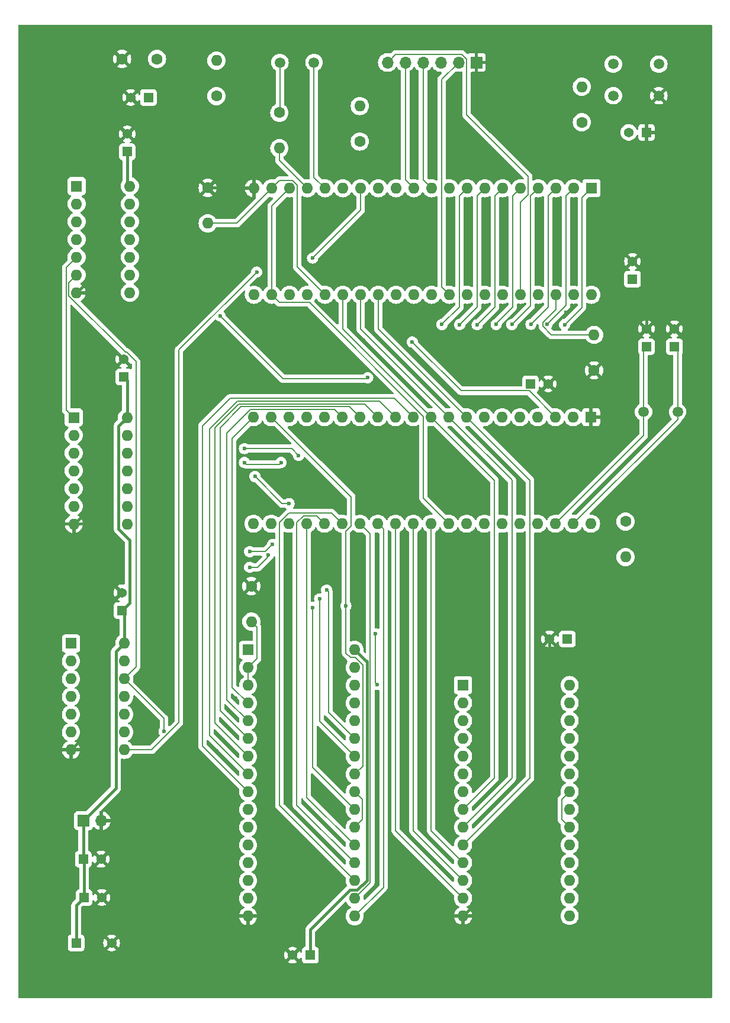
<source format=gbr>
%TF.GenerationSoftware,KiCad,Pcbnew,8.0.6*%
%TF.CreationDate,2024-11-15T08:20:10-05:00*%
%TF.ProjectId,6309-board-prototype-1.kicad_pro,36333039-2d62-46f6-9172-642d70726f74,rev?*%
%TF.SameCoordinates,Original*%
%TF.FileFunction,Copper,L2,Bot*%
%TF.FilePolarity,Positive*%
%FSLAX46Y46*%
G04 Gerber Fmt 4.6, Leading zero omitted, Abs format (unit mm)*
G04 Created by KiCad (PCBNEW 8.0.6) date 2024-11-15 08:20:10*
%MOMM*%
%LPD*%
G01*
G04 APERTURE LIST*
%TA.AperFunction,ComponentPad*%
%ADD10C,1.600000*%
%TD*%
%TA.AperFunction,ComponentPad*%
%ADD11R,1.600000X1.600000*%
%TD*%
%TA.AperFunction,ComponentPad*%
%ADD12O,1.600000X1.600000*%
%TD*%
%TA.AperFunction,ComponentPad*%
%ADD13R,1.371600X1.371600*%
%TD*%
%TA.AperFunction,ComponentPad*%
%ADD14C,1.371600*%
%TD*%
%TA.AperFunction,ComponentPad*%
%ADD15C,1.507998*%
%TD*%
%TA.AperFunction,ComponentPad*%
%ADD16C,1.500000*%
%TD*%
%TA.AperFunction,ComponentPad*%
%ADD17R,1.700000X1.700000*%
%TD*%
%TA.AperFunction,ComponentPad*%
%ADD18O,1.700000X1.700000*%
%TD*%
%TA.AperFunction,ViaPad*%
%ADD19C,0.600000*%
%TD*%
%TA.AperFunction,Conductor*%
%ADD20C,0.200000*%
%TD*%
%TA.AperFunction,Conductor*%
%ADD21C,0.400000*%
%TD*%
G04 APERTURE END LIST*
D10*
%TO.P,C11,1*%
%TO.N,Net-(C11-Pad1)*%
X46500000Y-19500000D03*
%TO.P,C11,2*%
%TO.N,GND*%
X41500000Y-19500000D03*
%TD*%
D11*
%TO.P,U6,1*%
%TO.N,/A15*%
X34600000Y-70800000D03*
D12*
%TO.P,U6,2*%
%TO.N,/A8*%
X34600000Y-73340000D03*
%TO.P,U6,3*%
%TO.N,Net-(U2-~{CS})*%
X34600000Y-75880000D03*
%TO.P,U6,4*%
%TO.N,unconnected-(U6-Pad4)*%
X34600000Y-78420000D03*
%TO.P,U6,5*%
%TO.N,unconnected-(U6-Pad5)*%
X34600000Y-80960000D03*
%TO.P,U6,6*%
%TO.N,unconnected-(U6-Pad6)*%
X34600000Y-83500000D03*
%TO.P,U6,7,GND*%
%TO.N,GND*%
X34600000Y-86040000D03*
%TO.P,U6,8*%
%TO.N,unconnected-(U6-Pad8)*%
X42220000Y-86040000D03*
%TO.P,U6,9*%
%TO.N,unconnected-(U6-Pad9)*%
X42220000Y-83500000D03*
%TO.P,U6,10*%
%TO.N,unconnected-(U6-Pad10)*%
X42220000Y-80960000D03*
%TO.P,U6,11*%
%TO.N,unconnected-(U6-Pad11)*%
X42220000Y-78420000D03*
%TO.P,U6,12*%
%TO.N,unconnected-(U6-Pad12)*%
X42220000Y-75880000D03*
%TO.P,U6,13*%
%TO.N,unconnected-(U6-Pad13)*%
X42220000Y-73340000D03*
%TO.P,U6,14,VCC*%
%TO.N,+5V*%
X42220000Y-70800000D03*
%TD*%
D13*
%TO.P,C14,1*%
%TO.N,+5V*%
X36072900Y-139500000D03*
D14*
%TO.P,C14,2*%
%TO.N,GND*%
X38612900Y-139500000D03*
%TD*%
D15*
%TO.P,SW1,1,1*%
%TO.N,+5V*%
X111749998Y-20249999D03*
%TO.P,SW1,2*%
%TO.N,N/C*%
X118250000Y-20249999D03*
%TO.P,SW1,3*%
X111749998Y-24750000D03*
%TO.P,SW1,4,4*%
%TO.N,GND*%
X118250000Y-24750000D03*
%TD*%
D10*
%TO.P,R3,1*%
%TO.N,Net-(U4-XIN)*%
X55000000Y-24815000D03*
D12*
%TO.P,R3,2*%
%TO.N,Net-(C11-Pad1)*%
X55000000Y-19735000D03*
%TD*%
D16*
%TO.P,X1,1,1*%
%TO.N,Net-(U1-XTAL)*%
X120950000Y-70000000D03*
%TO.P,X1,2,2*%
%TO.N,Net-(U1-EXTAL)*%
X116070000Y-70000000D03*
%TD*%
D13*
%TO.P,C6,1*%
%TO.N,+5V*%
X41750000Y-65000000D03*
D14*
%TO.P,C6,2*%
%TO.N,GND*%
X41750000Y-62460000D03*
%TD*%
D10*
%TO.P,R9,1*%
%TO.N,/!RESET*%
X107250000Y-28565000D03*
D12*
%TO.P,R9,2*%
%TO.N,+5V*%
X107250000Y-23485000D03*
%TD*%
D13*
%TO.P,C8,1*%
%TO.N,Net-(U1-XTAL)*%
X120500000Y-60670000D03*
D14*
%TO.P,C8,2*%
%TO.N,GND*%
X120500000Y-58130000D03*
%TD*%
D16*
%TO.P,X2,1,1*%
%TO.N,Net-(U4-XIN)*%
X68950000Y-20000000D03*
%TO.P,X2,2,2*%
%TO.N,Net-(C11-Pad1)*%
X64070000Y-20000000D03*
%TD*%
D11*
%TO.P,U3,1,NC*%
%TO.N,unconnected-(U3-NC-Pad1)*%
X59520000Y-104060000D03*
D12*
%TO.P,U3,2,A16*%
%TO.N,Net-(U3-A15)*%
X59520000Y-106600000D03*
%TO.P,U3,3,A15*%
X59520000Y-109140000D03*
%TO.P,U3,4,A12*%
%TO.N,/A12*%
X59520000Y-111680000D03*
%TO.P,U3,5,A7*%
%TO.N,/A7*%
X59520000Y-114220000D03*
%TO.P,U3,6,A6*%
%TO.N,/A6*%
X59520000Y-116760000D03*
%TO.P,U3,7,A5*%
%TO.N,/A5*%
X59520000Y-119300000D03*
%TO.P,U3,8,A4*%
%TO.N,/A4*%
X59520000Y-121840000D03*
%TO.P,U3,9,A3*%
%TO.N,/A3*%
X59520000Y-124380000D03*
%TO.P,U3,10,A2*%
%TO.N,/A2*%
X59520000Y-126920000D03*
%TO.P,U3,11,A1*%
%TO.N,/A1*%
X59520000Y-129460000D03*
%TO.P,U3,12,A0*%
%TO.N,/A0*%
X59520000Y-132000000D03*
%TO.P,U3,13,DQ0*%
%TO.N,/D0*%
X59520000Y-134540000D03*
%TO.P,U3,14,DQ1*%
%TO.N,/D1*%
X59520000Y-137080000D03*
%TO.P,U3,15,DQ2*%
%TO.N,/D2*%
X59520000Y-139620000D03*
%TO.P,U3,16,VSS*%
%TO.N,GND*%
X59520000Y-142160000D03*
%TO.P,U3,17,DQ3*%
%TO.N,/D3*%
X74760000Y-142160000D03*
%TO.P,U3,18,DQ4*%
%TO.N,/D4*%
X74760000Y-139620000D03*
%TO.P,U3,19,DQ5*%
%TO.N,/D5*%
X74760000Y-137080000D03*
%TO.P,U3,20,DQ6*%
%TO.N,/D6*%
X74760000Y-134540000D03*
%TO.P,U3,21,DQ7*%
%TO.N,/D7*%
X74760000Y-132000000D03*
%TO.P,U3,22,~{CE}*%
%TO.N,/!A15*%
X74760000Y-129460000D03*
%TO.P,U3,23,A10*%
%TO.N,/A10*%
X74760000Y-126920000D03*
%TO.P,U3,24,~{OE}*%
%TO.N,/!A15*%
X74760000Y-124380000D03*
%TO.P,U3,25,A11*%
%TO.N,/A11*%
X74760000Y-121840000D03*
%TO.P,U3,26,A9*%
%TO.N,/A9*%
X74760000Y-119300000D03*
%TO.P,U3,27,A8*%
%TO.N,/A8*%
X74760000Y-116760000D03*
%TO.P,U3,28,A13*%
%TO.N,/A13*%
X74760000Y-114220000D03*
%TO.P,U3,29,A14*%
%TO.N,/A14*%
X74760000Y-111680000D03*
%TO.P,U3,30,NC*%
%TO.N,unconnected-(U3-NC-Pad30)*%
X74760000Y-109140000D03*
%TO.P,U3,31,~{WE}*%
%TO.N,/R{slash}!W*%
X74760000Y-106600000D03*
%TO.P,U3,32,VDD*%
%TO.N,+5V*%
X74760000Y-104060000D03*
%TD*%
D17*
%TO.P,J2,1,Pin_1*%
%TO.N,GND*%
X92160000Y-20000000D03*
D18*
%TO.P,J2,2,Pin_2*%
%TO.N,/CTS*%
X89620000Y-20000000D03*
%TO.P,J2,3,Pin_3*%
%TO.N,+5V*%
X87080000Y-20000000D03*
%TO.P,J2,4,Pin_4*%
%TO.N,/TX*%
X84540000Y-20000000D03*
%TO.P,J2,5,Pin_5*%
%TO.N,/RX*%
X82000000Y-20000000D03*
%TO.P,J2,6,Pin_6*%
%TO.N,/RTS*%
X79460000Y-20000000D03*
%TD*%
D11*
%TO.P,U2,1,A14*%
%TO.N,/A14*%
X90260000Y-109100000D03*
D12*
%TO.P,U2,2,A12*%
%TO.N,/A12*%
X90260000Y-111640000D03*
%TO.P,U2,3,A7*%
%TO.N,/A7*%
X90260000Y-114180000D03*
%TO.P,U2,4,A6*%
%TO.N,/A6*%
X90260000Y-116720000D03*
%TO.P,U2,5,A5*%
%TO.N,/A5*%
X90260000Y-119260000D03*
%TO.P,U2,6,A4*%
%TO.N,/A4*%
X90260000Y-121800000D03*
%TO.P,U2,7,A3*%
%TO.N,/A3*%
X90260000Y-124340000D03*
%TO.P,U2,8,A2*%
%TO.N,/A2*%
X90260000Y-126880000D03*
%TO.P,U2,9,A1*%
%TO.N,/A1*%
X90260000Y-129420000D03*
%TO.P,U2,10,A0*%
%TO.N,/A0*%
X90260000Y-131960000D03*
%TO.P,U2,11,Q0*%
%TO.N,/D0*%
X90260000Y-134500000D03*
%TO.P,U2,12,Q1*%
%TO.N,/D1*%
X90260000Y-137040000D03*
%TO.P,U2,13,Q2*%
%TO.N,/D2*%
X90260000Y-139580000D03*
%TO.P,U2,14,GND*%
%TO.N,GND*%
X90260000Y-142120000D03*
%TO.P,U2,15,Q3*%
%TO.N,/D3*%
X105500000Y-142120000D03*
%TO.P,U2,16,Q4*%
%TO.N,/D4*%
X105500000Y-139580000D03*
%TO.P,U2,17,Q5*%
%TO.N,/D5*%
X105500000Y-137040000D03*
%TO.P,U2,18,Q6*%
%TO.N,/D6*%
X105500000Y-134500000D03*
%TO.P,U2,19,Q7*%
%TO.N,/D7*%
X105500000Y-131960000D03*
%TO.P,U2,20,~{CS}*%
%TO.N,Net-(U2-~{CS})*%
X105500000Y-129420000D03*
%TO.P,U2,21,A10*%
%TO.N,/A10*%
X105500000Y-126880000D03*
%TO.P,U2,22,~{OE}*%
%TO.N,Net-(U2-~{CS})*%
X105500000Y-124340000D03*
%TO.P,U2,23,A11*%
%TO.N,/A11*%
X105500000Y-121800000D03*
%TO.P,U2,24,A9*%
%TO.N,/A9*%
X105500000Y-119260000D03*
%TO.P,U2,25,A8*%
%TO.N,/A8*%
X105500000Y-116720000D03*
%TO.P,U2,26,A13*%
%TO.N,/A13*%
X105500000Y-114180000D03*
%TO.P,U2,27,~{WE}*%
%TO.N,/R{slash}!W*%
X105500000Y-111640000D03*
%TO.P,U2,28,VCC*%
%TO.N,+5V*%
X105500000Y-109100000D03*
%TD*%
D13*
%TO.P,C3,1*%
%TO.N,+5V*%
X68427100Y-147750000D03*
D14*
%TO.P,C3,2*%
%TO.N,GND*%
X65887100Y-147750000D03*
%TD*%
D11*
%TO.P,U5,1*%
%TO.N,/!RESET*%
X35000000Y-37710000D03*
D12*
%TO.P,U5,2*%
%TO.N,Net-(U4-MR)*%
X35000000Y-40250000D03*
%TO.P,U5,3*%
%TO.N,Net-(U4-INTR)*%
X35000000Y-42790000D03*
%TO.P,U5,4*%
%TO.N,Net-(U1-~{IRQ})*%
X35000000Y-45330000D03*
%TO.P,U5,5*%
%TO.N,/A15*%
X35000000Y-47870000D03*
%TO.P,U5,6*%
%TO.N,/!A15*%
X35000000Y-50410000D03*
%TO.P,U5,7,GND*%
%TO.N,GND*%
X35000000Y-52950000D03*
%TO.P,U5,8*%
%TO.N,N/C*%
X42620000Y-52950000D03*
%TO.P,U5,9*%
X42620000Y-50410000D03*
%TO.P,U5,10*%
%TO.N,unconnected-(U5-Pad10)*%
X42620000Y-47870000D03*
%TO.P,U5,11*%
%TO.N,unconnected-(U5-Pad11)*%
X42620000Y-45330000D03*
%TO.P,U5,12*%
%TO.N,unconnected-(U5-Pad12)*%
X42620000Y-42790000D03*
%TO.P,U5,13*%
%TO.N,unconnected-(U5-Pad13)*%
X42620000Y-40250000D03*
%TO.P,U5,14,VCC*%
%TO.N,+5V*%
X42620000Y-37710000D03*
%TD*%
D13*
%TO.P,C15,1*%
%TO.N,+5V*%
X35960000Y-134000000D03*
D14*
%TO.P,C15,2*%
%TO.N,GND*%
X38500000Y-134000000D03*
%TD*%
D11*
%TO.P,U1,1,VSS*%
%TO.N,GND*%
X108560000Y-70760000D03*
D12*
%TO.P,U1,2,~{NMI}*%
%TO.N,Net-(U1-MRDY)*%
X106020000Y-70760000D03*
%TO.P,U1,3,~{IRQ}*%
%TO.N,Net-(U1-~{IRQ})*%
X103480000Y-70760000D03*
%TO.P,U1,4,~{FIRQ}*%
%TO.N,Net-(U1-MRDY)*%
X100940000Y-70760000D03*
%TO.P,U1,5,BS*%
%TO.N,unconnected-(U1-BS-Pad5)*%
X98400000Y-70760000D03*
%TO.P,U1,6,BA*%
%TO.N,unconnected-(U1-BA-Pad6)*%
X95860000Y-70760000D03*
%TO.P,U1,7,VCC*%
%TO.N,+5V*%
X93320000Y-70760000D03*
%TO.P,U1,8,A0*%
%TO.N,/A0*%
X90780000Y-70760000D03*
%TO.P,U1,9,A1*%
%TO.N,/A1*%
X88240000Y-70760000D03*
%TO.P,U1,10,A2*%
%TO.N,/A2*%
X85700000Y-70760000D03*
%TO.P,U1,11,A3*%
%TO.N,/A3*%
X83160000Y-70760000D03*
%TO.P,U1,12,A4*%
%TO.N,/A4*%
X80620000Y-70760000D03*
%TO.P,U1,13,A5*%
%TO.N,/A5*%
X78080000Y-70760000D03*
%TO.P,U1,14,A6*%
%TO.N,/A6*%
X75540000Y-70760000D03*
%TO.P,U1,15,A7*%
%TO.N,/A7*%
X73000000Y-70760000D03*
%TO.P,U1,16,A8*%
%TO.N,/A8*%
X70460000Y-70760000D03*
%TO.P,U1,17,A9*%
%TO.N,/A9*%
X67920000Y-70760000D03*
%TO.P,U1,18,A10*%
%TO.N,/A10*%
X65380000Y-70760000D03*
%TO.P,U1,19,A11*%
%TO.N,/A11*%
X62840000Y-70760000D03*
%TO.P,U1,20,A12*%
%TO.N,/A12*%
X60300000Y-70760000D03*
%TO.P,U1,21,A13*%
%TO.N,/A13*%
X60300000Y-86000000D03*
%TO.P,U1,22,A14*%
%TO.N,/A14*%
X62840000Y-86000000D03*
%TO.P,U1,23,A15*%
%TO.N,/A15*%
X65380000Y-86000000D03*
%TO.P,U1,24,D7*%
%TO.N,/D7*%
X67920000Y-86000000D03*
%TO.P,U1,25,D6*%
%TO.N,/D6*%
X70460000Y-86000000D03*
%TO.P,U1,26,D5*%
%TO.N,/D5*%
X73000000Y-86000000D03*
%TO.P,U1,27,D4*%
%TO.N,/D4*%
X75540000Y-86000000D03*
%TO.P,U1,28,D3*%
%TO.N,/D3*%
X78080000Y-86000000D03*
%TO.P,U1,29,D2*%
%TO.N,/D2*%
X80620000Y-86000000D03*
%TO.P,U1,30,D1*%
%TO.N,/D1*%
X83160000Y-86000000D03*
%TO.P,U1,31,D0*%
%TO.N,/D0*%
X85700000Y-86000000D03*
%TO.P,U1,32,R/~{W}*%
%TO.N,/R{slash}!W*%
X88240000Y-86000000D03*
%TO.P,U1,33,~{DMA/BREQ}*%
%TO.N,Net-(U1-MRDY)*%
X90780000Y-86000000D03*
%TO.P,U1,34,E*%
%TO.N,unconnected-(U1-E-Pad34)*%
X93320000Y-86000000D03*
%TO.P,U1,35,Q*%
%TO.N,unconnected-(U1-Q-Pad35)*%
X95860000Y-86000000D03*
%TO.P,U1,36,MRDY*%
%TO.N,Net-(U1-MRDY)*%
X98400000Y-86000000D03*
%TO.P,U1,37,~{RESET}*%
%TO.N,/!RESET*%
X100940000Y-86000000D03*
%TO.P,U1,38,EXTAL*%
%TO.N,Net-(U1-EXTAL)*%
X103480000Y-86000000D03*
%TO.P,U1,39,XTAL*%
%TO.N,Net-(U1-XTAL)*%
X106020000Y-86000000D03*
%TO.P,U1,40,~{HALT}*%
%TO.N,Net-(U1-MRDY)*%
X108560000Y-86000000D03*
%TD*%
D10*
%TO.P,R2,1*%
%TO.N,Net-(C11-Pad1)*%
X64000000Y-27185000D03*
D12*
%TO.P,R2,2*%
%TO.N,Net-(U4-XOUT)*%
X64000000Y-32265000D03*
%TD*%
D10*
%TO.P,R4,1*%
%TO.N,GND*%
X109000000Y-64065000D03*
D12*
%TO.P,R4,2*%
%TO.N,Net-(U4-~{DCD})*%
X109000000Y-58985000D03*
%TD*%
D13*
%TO.P,C7,1*%
%TO.N,+5V*%
X42250000Y-32782000D03*
D14*
%TO.P,C7,2*%
%TO.N,GND*%
X42250000Y-30242000D03*
%TD*%
D13*
%TO.P,C2,1*%
%TO.N,+5V*%
X114500000Y-51000000D03*
D14*
%TO.P,C2,2*%
%TO.N,GND*%
X114500000Y-48460000D03*
%TD*%
D10*
%TO.P,R8,1*%
%TO.N,GND*%
X60000000Y-94935000D03*
D12*
%TO.P,R8,2*%
%TO.N,Net-(U3-A15)*%
X60000000Y-100015000D03*
%TD*%
D10*
%TO.P,R7,1*%
%TO.N,GND*%
X53750000Y-37935000D03*
D12*
%TO.P,R7,2*%
%TO.N,Net-(U4-WR)*%
X53750000Y-43015000D03*
%TD*%
D13*
%TO.P,C9,1*%
%TO.N,Net-(U1-EXTAL)*%
X116500000Y-60670000D03*
D14*
%TO.P,C9,2*%
%TO.N,GND*%
X116500000Y-58130000D03*
%TD*%
D13*
%TO.P,C13,1*%
%TO.N,+5V*%
X34929900Y-146000000D03*
D14*
%TO.P,C13,2*%
%TO.N,GND*%
X40009900Y-146000000D03*
%TD*%
D13*
%TO.P,C5,1*%
%TO.N,+5V*%
X41500000Y-98427100D03*
D14*
%TO.P,C5,2*%
%TO.N,GND*%
X41500000Y-95887100D03*
%TD*%
D13*
%TO.P,C12,1*%
%TO.N,Net-(U4-XIN)*%
X45270000Y-25000000D03*
D14*
%TO.P,C12,2*%
%TO.N,GND*%
X42730000Y-25000000D03*
%TD*%
D17*
%TO.P,J1,1,Pin_1*%
%TO.N,+5V*%
X36000000Y-128500000D03*
D18*
%TO.P,J1,2,Pin_2*%
%TO.N,GND*%
X38540000Y-128500000D03*
%TD*%
D11*
%TO.P,U7,1,A*%
%TO.N,/A8*%
X34200000Y-103125000D03*
D12*
%TO.P,U7,2,B*%
%TO.N,/A9*%
X34200000Y-105665000D03*
%TO.P,U7,3,C*%
%TO.N,/A10*%
X34200000Y-108205000D03*
%TO.P,U7,4,D*%
%TO.N,/A11*%
X34200000Y-110745000D03*
%TO.P,U7,5,E*%
%TO.N,/A12*%
X34200000Y-113285000D03*
%TO.P,U7,6,F*%
%TO.N,/A13*%
X34200000Y-115825000D03*
%TO.P,U7,7,Vss*%
%TO.N,GND*%
X34200000Y-118365000D03*
%TO.P,U7,8,K*%
%TO.N,Net-(U4-~{CS2})*%
X41820000Y-118365000D03*
%TO.P,U7,9,NC*%
%TO.N,unconnected-(U7-NC-Pad9)*%
X41820000Y-115825000D03*
%TO.P,U7,10,NC*%
%TO.N,unconnected-(U7-NC-Pad10)*%
X41820000Y-113285000D03*
%TO.P,U7,11,G*%
%TO.N,/A14*%
X41820000Y-110745000D03*
%TO.P,U7,12,H*%
%TO.N,/!A15*%
X41820000Y-108205000D03*
%TO.P,U7,13,NC*%
%TO.N,unconnected-(U7-NC-Pad13)*%
X41820000Y-105665000D03*
%TO.P,U7,14,Vdd*%
%TO.N,+5V*%
X41820000Y-103125000D03*
%TD*%
D13*
%TO.P,C16,1*%
%TO.N,GND*%
X116500000Y-30000000D03*
D14*
%TO.P,C16,2*%
%TO.N,/!RESET*%
X113960000Y-30000000D03*
%TD*%
D13*
%TO.P,C4,1*%
%TO.N,+5V*%
X105177100Y-102500000D03*
D14*
%TO.P,C4,2*%
%TO.N,GND*%
X102637100Y-102500000D03*
%TD*%
D13*
%TO.P,C1,1*%
%TO.N,+5V*%
X99900000Y-66000000D03*
D14*
%TO.P,C1,2*%
%TO.N,GND*%
X102440000Y-66000000D03*
%TD*%
D11*
%TO.P,U4,1,D0*%
%TO.N,/D0*%
X108620000Y-38000000D03*
D12*
%TO.P,U4,2,D1*%
%TO.N,/D1*%
X106080000Y-38000000D03*
%TO.P,U4,3,D2*%
%TO.N,/D2*%
X103540000Y-38000000D03*
%TO.P,U4,4,D3*%
%TO.N,/D3*%
X101000000Y-38000000D03*
%TO.P,U4,5,D4*%
%TO.N,/D4*%
X98460000Y-38000000D03*
%TO.P,U4,6,D5*%
%TO.N,/D5*%
X95920000Y-38000000D03*
%TO.P,U4,7,D6*%
%TO.N,/D6*%
X93380000Y-38000000D03*
%TO.P,U4,8,D7*%
%TO.N,/D7*%
X90840000Y-38000000D03*
%TO.P,U4,9,RCLK*%
%TO.N,Net-(U4-RCLK)*%
X88300000Y-38000000D03*
%TO.P,U4,10,SIN*%
%TO.N,/TX*%
X85760000Y-38000000D03*
%TO.P,U4,11,SOUT*%
%TO.N,/RX*%
X83220000Y-38000000D03*
%TO.P,U4,12,CS0*%
%TO.N,Net-(U4-CS0)*%
X80680000Y-38000000D03*
%TO.P,U4,13,CS1*%
X78140000Y-38000000D03*
%TO.P,U4,14,~{CS2}*%
%TO.N,Net-(U4-~{CS2})*%
X75600000Y-38000000D03*
%TO.P,U4,15,~{BAUDOUT}*%
%TO.N,Net-(U4-RCLK)*%
X73060000Y-38000000D03*
%TO.P,U4,16,XIN*%
%TO.N,Net-(U4-XIN)*%
X70520000Y-38000000D03*
%TO.P,U4,17,XOUT*%
%TO.N,Net-(U4-XOUT)*%
X67980000Y-38000000D03*
%TO.P,U4,18,~{WR}*%
%TO.N,/R{slash}!W*%
X65440000Y-38000000D03*
%TO.P,U4,19,WR*%
%TO.N,Net-(U4-WR)*%
X62900000Y-38000000D03*
%TO.P,U4,20,GND*%
%TO.N,GND*%
X60360000Y-38000000D03*
%TO.P,U4,21,~{RD}*%
%TO.N,Net-(U4-CS0)*%
X60360000Y-53240000D03*
%TO.P,U4,22,RD*%
%TO.N,/R{slash}!W*%
X62900000Y-53240000D03*
%TO.P,U4,23,DDIS*%
%TO.N,unconnected-(U4-DDIS-Pad23)*%
X65440000Y-53240000D03*
%TO.P,U4,24,~{TXRDY}*%
%TO.N,unconnected-(U4-~{TXRDY}-Pad24)*%
X67980000Y-53240000D03*
%TO.P,U4,25,~{ADS}*%
%TO.N,Net-(U4-WR)*%
X70520000Y-53240000D03*
%TO.P,U4,26,A2*%
%TO.N,/A2*%
X73060000Y-53240000D03*
%TO.P,U4,27,A1*%
%TO.N,/A1*%
X75600000Y-53240000D03*
%TO.P,U4,28,A0*%
%TO.N,/A0*%
X78140000Y-53240000D03*
%TO.P,U4,29,~{RXRDY}*%
%TO.N,unconnected-(U4-~{RXRDY}-Pad29)*%
X80680000Y-53240000D03*
%TO.P,U4,30,INTR*%
%TO.N,Net-(U4-INTR)*%
X83220000Y-53240000D03*
%TO.P,U4,31,~{OUT2}*%
%TO.N,unconnected-(U4-~{OUT2}-Pad31)*%
X85760000Y-53240000D03*
%TO.P,U4,32,~{RTS}*%
%TO.N,/CTS*%
X88300000Y-53240000D03*
%TO.P,U4,33,~{DTR}*%
%TO.N,unconnected-(U4-~{DTR}-Pad33)*%
X90840000Y-53240000D03*
%TO.P,U4,34,~{OUT1}*%
%TO.N,unconnected-(U4-~{OUT1}-Pad34)*%
X93380000Y-53240000D03*
%TO.P,U4,35,MR*%
%TO.N,Net-(U4-MR)*%
X95920000Y-53240000D03*
%TO.P,U4,36,~{CTS}*%
%TO.N,/RTS*%
X98460000Y-53240000D03*
%TO.P,U4,37,~{DSR}*%
%TO.N,Net-(U4-~{DCD})*%
X101000000Y-53240000D03*
%TO.P,U4,38,~{DCD}*%
X103540000Y-53240000D03*
%TO.P,U4,39,~{RI}*%
%TO.N,unconnected-(U4-~{RI}-Pad39)*%
X106080000Y-53240000D03*
%TO.P,U4,40,VCC*%
%TO.N,+5V*%
X108620000Y-53240000D03*
%TD*%
D10*
%TO.P,R5,1*%
%TO.N,Net-(U4-CS0)*%
X75500000Y-31315000D03*
D12*
%TO.P,R5,2*%
%TO.N,+5V*%
X75500000Y-26235000D03*
%TD*%
D10*
%TO.P,R6,1*%
%TO.N,Net-(U1-MRDY)*%
X113500000Y-85685000D03*
D12*
%TO.P,R6,2*%
%TO.N,+5V*%
X113500000Y-90765000D03*
%TD*%
D19*
%TO.N,GND*%
X65500000Y-90500000D03*
X57750000Y-111000000D03*
%TO.N,/A5*%
X59485000Y-119265000D03*
%TO.N,GND*%
X56750000Y-112750000D03*
X57250000Y-115750000D03*
X56000000Y-117000000D03*
X55000000Y-118500000D03*
X78000000Y-122000000D03*
X71000000Y-114250000D03*
X71000000Y-129500000D03*
X71500000Y-126500000D03*
X71000000Y-119250000D03*
X105000000Y-55750000D03*
X106250000Y-45000000D03*
X103750000Y-45000000D03*
X101250000Y-45000000D03*
X96250000Y-45000000D03*
X93500000Y-45000000D03*
X91000000Y-45000000D03*
X88500000Y-45000000D03*
X71250000Y-55250000D03*
X76000000Y-59750000D03*
X78500000Y-59750000D03*
X95750000Y-81750000D03*
X98250000Y-81750000D03*
X98750000Y-99500000D03*
X95750000Y-97750000D03*
X78000000Y-93500000D03*
X84500000Y-93500000D03*
X81750000Y-93500000D03*
X75000000Y-93750000D03*
X65250000Y-105000000D03*
X81750000Y-134500000D03*
X87500000Y-124500000D03*
X87500000Y-121750000D03*
X88000000Y-110500000D03*
X101500000Y-114250000D03*
X101500000Y-116750000D03*
X101500000Y-119250000D03*
X101000000Y-124250000D03*
X98500000Y-127000000D03*
X96500000Y-129500000D03*
X96500000Y-131750000D03*
X96500000Y-134250000D03*
X97500000Y-137000000D03*
X97500000Y-140250000D03*
X57750000Y-124750000D03*
X62750000Y-114000000D03*
X62750000Y-116750000D03*
X62750000Y-119000000D03*
X62750000Y-121750000D03*
X62750000Y-127000000D03*
X62750000Y-129000000D03*
X62750000Y-139500000D03*
X62750000Y-136750000D03*
X62750000Y-134500000D03*
X62750000Y-131750000D03*
X92250000Y-81500000D03*
X90500000Y-78500000D03*
X88250000Y-76000000D03*
X85750000Y-76000000D03*
X83000000Y-76000000D03*
X80500000Y-76000000D03*
X78000000Y-76000000D03*
X75500000Y-76000000D03*
X90250000Y-63250000D03*
X93750000Y-64750000D03*
X44750000Y-112750000D03*
X71250000Y-89250000D03*
X93750000Y-83500000D03*
X72000000Y-75000000D03*
X86250000Y-29250000D03*
X83500000Y-29250000D03*
X64500000Y-45750000D03*
X80250000Y-43750000D03*
X91250000Y-32500000D03*
X71750000Y-36000000D03*
X38250000Y-47250000D03*
X39000000Y-38000000D03*
X39000000Y-42250000D03*
X48500000Y-50500000D03*
X38250000Y-71250000D03*
X38750000Y-113000000D03*
X39000000Y-104500000D03*
X39500000Y-109750000D03*
X51250000Y-116250000D03*
X93250000Y-110250000D03*
X102000000Y-82750000D03*
X103000000Y-73500000D03*
X63000000Y-79500000D03*
X65750000Y-79750000D03*
X47000000Y-71250000D03*
X59000000Y-88750000D03*
X98750000Y-74250000D03*
X90750000Y-103000000D03*
X91250000Y-91500000D03*
X62250000Y-94250000D03*
X69000000Y-81000000D03*
X104250000Y-94250000D03*
X62500000Y-107500000D03*
X46500000Y-101750000D03*
X51250000Y-111500000D03*
%TO.N,/!A15*%
X47500000Y-115750000D03*
%TO.N,/D0*%
X104779265Y-57529265D03*
%TO.N,/D1*%
X102250000Y-57500000D03*
%TO.N,/D2*%
X99972182Y-57472183D03*
%TO.N,/D3*%
X97250000Y-57500000D03*
%TO.N,/D4*%
X95000000Y-57500000D03*
%TO.N,/D5*%
X92287183Y-57537183D03*
%TO.N,/D6*%
X89767182Y-57517183D03*
%TO.N,/D7*%
X87247182Y-57497183D03*
%TO.N,/A14*%
X78000000Y-109000000D03*
X77750000Y-101750000D03*
%TO.N,/A10*%
X68750000Y-98000000D03*
%TO.N,/A11*%
X73500000Y-97750000D03*
%TO.N,/A9*%
X69750000Y-96750000D03*
%TO.N,/A8*%
X70750000Y-95500000D03*
%TO.N,/A11*%
X63000000Y-89000000D03*
%TO.N,/A14*%
X62400000Y-90500000D03*
X59750000Y-92250000D03*
%TO.N,/A11*%
X59750000Y-90000000D03*
%TO.N,/A15*%
X65380000Y-83120000D03*
%TO.N,/A8*%
X66750000Y-76250000D03*
%TO.N,/A9*%
X64250000Y-77250000D03*
%TO.N,/A15*%
X60500000Y-79250000D03*
%TO.N,/A9*%
X59000000Y-77250000D03*
%TO.N,/A8*%
X59000000Y-75250000D03*
%TO.N,Net-(U1-~{IRQ})*%
X55500000Y-56250000D03*
X83000000Y-60000000D03*
X76625000Y-65125000D03*
%TO.N,Net-(U4-~{CS2})*%
X60750000Y-50000000D03*
X68750000Y-48000000D03*
%TD*%
D20*
%TO.N,/A5*%
X59485000Y-119265000D02*
X59520000Y-119300000D01*
D21*
%TO.N,GND*%
X38250000Y-47250000D02*
X38250000Y-34242000D01*
X38250000Y-71250000D02*
X38250000Y-71000000D01*
D20*
%TO.N,/!A15*%
X74760000Y-129460000D02*
X75860000Y-128360000D01*
X75860000Y-128360000D02*
X75860000Y-125480000D01*
X75860000Y-125480000D02*
X74760000Y-124380000D01*
%TO.N,/A9*%
X64250000Y-77250000D02*
X64000000Y-77500000D01*
X64000000Y-77500000D02*
X59250000Y-77500000D01*
X59250000Y-77500000D02*
X59000000Y-77250000D01*
D21*
%TO.N,+5V*%
X41500000Y-98427100D02*
X42585800Y-97341300D01*
X42585800Y-97341300D02*
X42585800Y-88335800D01*
X42585800Y-88335800D02*
X41020000Y-86770000D01*
X41020000Y-86770000D02*
X41020000Y-72000000D01*
X41020000Y-72000000D02*
X42220000Y-70800000D01*
X76500000Y-105750000D02*
X76500000Y-137037057D01*
X41820000Y-103125000D02*
X40620000Y-104325000D01*
X34929900Y-146000000D02*
X34929900Y-140643000D01*
X76250000Y-105550000D02*
X76300000Y-105550000D01*
X42220000Y-70800000D02*
X42220000Y-65470000D01*
X35960000Y-134000000D02*
X35960000Y-128540000D01*
X36072900Y-134112900D02*
X35960000Y-134000000D01*
X74760000Y-104060000D02*
X76250000Y-105550000D01*
X74080000Y-138420000D02*
X68427100Y-144072900D01*
X40620000Y-104325000D02*
X40620000Y-123880000D01*
X41820000Y-103125000D02*
X41820000Y-98747100D01*
X40620000Y-123880000D02*
X36000000Y-128500000D01*
X34929900Y-140643000D02*
X36072900Y-139500000D01*
X42220000Y-65470000D02*
X41750000Y-65000000D01*
X42250000Y-32782000D02*
X42250000Y-37340000D01*
X41820000Y-98747100D02*
X41500000Y-98427100D01*
X76300000Y-105550000D02*
X76500000Y-105750000D01*
X68427100Y-144072900D02*
X68427100Y-147750000D01*
X36072900Y-139500000D02*
X36072900Y-134112900D01*
D20*
X42250000Y-37340000D02*
X42620000Y-37710000D01*
D21*
X75117057Y-138420000D02*
X74080000Y-138420000D01*
X35960000Y-128540000D02*
X36000000Y-128500000D01*
X76500000Y-137037057D02*
X75117057Y-138420000D01*
%TO.N,GND*%
X114500000Y-48460000D02*
X116500000Y-50460000D01*
X41500000Y-95887100D02*
X38000000Y-99387100D01*
X38250000Y-65960000D02*
X41750000Y-62460000D01*
X90260000Y-142120000D02*
X102250000Y-130130000D01*
X38250000Y-34242000D02*
X42250000Y-30242000D01*
X53750000Y-37935000D02*
X60295000Y-37935000D01*
X38250000Y-49700000D02*
X38250000Y-47250000D01*
X102637100Y-102500000D02*
X102637100Y-104862900D01*
X116500000Y-50460000D02*
X116500000Y-58130000D01*
X38000000Y-114565000D02*
X34200000Y-118365000D01*
X60295000Y-37935000D02*
X60360000Y-38000000D01*
X102250000Y-130130000D02*
X102250000Y-105250000D01*
X38250000Y-71000000D02*
X38250000Y-65960000D01*
X35000000Y-52950000D02*
X38250000Y-49700000D01*
X102637100Y-104862900D02*
X102250000Y-105250000D01*
X38000000Y-99387100D02*
X38000000Y-114565000D01*
X34600000Y-86040000D02*
X38250000Y-82390000D01*
X38250000Y-82390000D02*
X38250000Y-71250000D01*
D20*
%TO.N,Net-(U1-XTAL)*%
X106020000Y-86000000D02*
X120950000Y-71070000D01*
X120950000Y-61120000D02*
X120500000Y-60670000D01*
X120950000Y-70000000D02*
X120950000Y-61120000D01*
X120950000Y-71070000D02*
X120950000Y-70000000D01*
%TO.N,Net-(U1-EXTAL)*%
X116070000Y-70000000D02*
X116070000Y-61100000D01*
X116070000Y-73410000D02*
X103480000Y-86000000D01*
X116070000Y-61100000D02*
X116500000Y-60670000D01*
X116070000Y-70000000D02*
X116070000Y-73410000D01*
%TO.N,Net-(C11-Pad1)*%
X64070000Y-27115000D02*
X64000000Y-27185000D01*
X64070000Y-20000000D02*
X64070000Y-27115000D01*
%TO.N,/RX*%
X82000000Y-36780000D02*
X83220000Y-38000000D01*
X82000000Y-20000000D02*
X82000000Y-36780000D01*
%TO.N,/RTS*%
X90096346Y-18850000D02*
X90770000Y-19523654D01*
X98460000Y-40040000D02*
X98460000Y-53240000D01*
X99560000Y-38940000D02*
X98460000Y-40040000D01*
X79460000Y-20000000D02*
X80610000Y-18850000D01*
X90770000Y-27520000D02*
X99560000Y-36310000D01*
X99560000Y-36310000D02*
X99560000Y-38940000D01*
X80610000Y-18850000D02*
X90096346Y-18850000D01*
X90770000Y-19523654D02*
X90770000Y-27520000D01*
%TO.N,/TX*%
X84540000Y-36780000D02*
X85760000Y-38000000D01*
X84540000Y-20000000D02*
X84540000Y-36780000D01*
%TO.N,/CTS*%
X88300000Y-53240000D02*
X87200000Y-52140000D01*
X87200000Y-52140000D02*
X87200000Y-22420000D01*
X87200000Y-22420000D02*
X89620000Y-20000000D01*
%TO.N,/D7*%
X89740000Y-55004364D02*
X89740000Y-39100000D01*
X87247182Y-57497182D02*
X89740000Y-55004364D01*
X89740000Y-39100000D02*
X90840000Y-38000000D01*
X67920000Y-125160000D02*
X74760000Y-132000000D01*
X67920000Y-86000000D02*
X67920000Y-125160000D01*
%TO.N,/A1*%
X75600000Y-53240000D02*
X75600000Y-58120000D01*
X97250000Y-122430000D02*
X97250000Y-79770000D01*
X90260000Y-129420000D02*
X97250000Y-122430000D01*
X97250000Y-79770000D02*
X88240000Y-70760000D01*
X75600000Y-58120000D02*
X88240000Y-70760000D01*
%TO.N,/D4*%
X97360000Y-55004366D02*
X97360000Y-39100000D01*
X95000000Y-57364366D02*
X97360000Y-55004366D01*
X95000000Y-57500000D02*
X95000000Y-57364366D01*
X75540000Y-86000000D02*
X77000000Y-87460000D01*
X97360000Y-39100000D02*
X98460000Y-38000000D01*
X77000000Y-137380000D02*
X74760000Y-139620000D01*
X77000000Y-87460000D02*
X77000000Y-137380000D01*
%TO.N,/D0*%
X85700000Y-86000000D02*
X85700000Y-129940000D01*
X107250000Y-55058530D02*
X107250000Y-39370000D01*
X107250000Y-39370000D02*
X108620000Y-38000000D01*
X85700000Y-129940000D02*
X90260000Y-134500000D01*
X104779265Y-57529265D02*
X107250000Y-55058530D01*
%TO.N,/D3*%
X97250000Y-57500000D02*
X99900000Y-54850000D01*
X99900000Y-54850000D02*
X99900000Y-39100000D01*
X78080000Y-86000000D02*
X78879999Y-86799999D01*
X99900000Y-39100000D02*
X101000000Y-38000000D01*
X78879999Y-86799999D02*
X78879999Y-138040001D01*
X78879999Y-138040001D02*
X74760000Y-142160000D01*
%TO.N,/A12*%
X57250000Y-73810000D02*
X60300000Y-70760000D01*
X57250000Y-109410000D02*
X57250000Y-73810000D01*
X59520000Y-111680000D02*
X57250000Y-109410000D01*
%TO.N,/A5*%
X78080000Y-70760000D02*
X76180000Y-68860000D01*
X54750000Y-72250000D02*
X54750000Y-114530000D01*
X76180000Y-68860000D02*
X58140000Y-68860000D01*
X58140000Y-68860000D02*
X54750000Y-72250000D01*
X54750000Y-114530000D02*
X59485000Y-119265000D01*
%TO.N,/A3*%
X80460000Y-68060000D02*
X56940000Y-68060000D01*
X53000000Y-117860000D02*
X59520000Y-124380000D01*
X83160000Y-70760000D02*
X80460000Y-68060000D01*
X56940000Y-68060000D02*
X53000000Y-72000000D01*
X53000000Y-72000000D02*
X53000000Y-117860000D01*
%TO.N,/A15*%
X64370000Y-83120000D02*
X60500000Y-79250000D01*
X33500000Y-69700000D02*
X34600000Y-70800000D01*
X65380000Y-83120000D02*
X64370000Y-83120000D01*
X33500000Y-49370000D02*
X33500000Y-69700000D01*
X35000000Y-47870000D02*
X33500000Y-49370000D01*
%TO.N,/A6*%
X55500000Y-112740000D02*
X59520000Y-116760000D01*
X55500000Y-72250000D02*
X55500000Y-112740000D01*
X75540000Y-70760000D02*
X74040000Y-69260000D01*
X58490000Y-69260000D02*
X55500000Y-72250000D01*
X74040000Y-69260000D02*
X58490000Y-69260000D01*
%TO.N,/D5*%
X64000000Y-85824365D02*
X64000000Y-126320000D01*
X92287183Y-57537183D02*
X94820000Y-55004366D01*
X94820000Y-55004366D02*
X94820000Y-39100000D01*
X65324365Y-84500000D02*
X64000000Y-85824365D01*
X71500000Y-84500000D02*
X65324365Y-84500000D01*
X64000000Y-126320000D02*
X74760000Y-137080000D01*
X94820000Y-39100000D02*
X95920000Y-38000000D01*
X73000000Y-86000000D02*
X71500000Y-84500000D01*
%TO.N,/D2*%
X99972182Y-57472182D02*
X102440000Y-55004364D01*
X80620000Y-129940000D02*
X90260000Y-139580000D01*
X80620000Y-86000000D02*
X80620000Y-129940000D01*
X102440000Y-55004364D02*
X102440000Y-39100000D01*
X102440000Y-39100000D02*
X103540000Y-38000000D01*
%TO.N,/A11*%
X74875635Y-105160000D02*
X74160000Y-105160000D01*
X59750000Y-90000000D02*
X62000000Y-90000000D01*
X74760000Y-121840000D02*
X75923000Y-120677000D01*
X75923000Y-106207365D02*
X74875635Y-105160000D01*
X73500000Y-97750000D02*
X73500000Y-87055635D01*
X73500000Y-87055635D02*
X74250000Y-86305635D01*
X62000000Y-90000000D02*
X63000000Y-89000000D01*
X74250000Y-86305635D02*
X74250000Y-82170000D01*
X74160000Y-105160000D02*
X73500000Y-104500000D01*
X74250000Y-82170000D02*
X62840000Y-70760000D01*
X73500000Y-104500000D02*
X73500000Y-97750000D01*
X75923000Y-120677000D02*
X75923000Y-106207365D01*
%TO.N,/A2*%
X73060000Y-53240000D02*
X73060000Y-58120000D01*
X94760000Y-122380000D02*
X90260000Y-126880000D01*
X73060000Y-58120000D02*
X85700000Y-70760000D01*
X85700000Y-70760000D02*
X94760000Y-79820000D01*
X94760000Y-79820000D02*
X94760000Y-122380000D01*
%TO.N,/R{slash}!W*%
X62900000Y-53240000D02*
X64000000Y-54340000D01*
X84600000Y-82360000D02*
X88240000Y-86000000D01*
X84600000Y-70644365D02*
X84600000Y-82360000D01*
X64000000Y-54340000D02*
X68295635Y-54340000D01*
X62900000Y-53240000D02*
X62900000Y-40540000D01*
X62900000Y-40540000D02*
X65440000Y-38000000D01*
X68295635Y-54340000D02*
X84600000Y-70644365D01*
%TO.N,/A7*%
X73000000Y-70760000D02*
X71900000Y-69660000D01*
X56500000Y-73004365D02*
X56500000Y-111200000D01*
X71900000Y-69660000D02*
X59844365Y-69660000D01*
X56500000Y-111200000D02*
X59520000Y-114220000D01*
X59844365Y-69660000D02*
X56500000Y-73004365D01*
%TO.N,/A10*%
X68750000Y-120910000D02*
X74760000Y-126920000D01*
X68750000Y-98000000D02*
X68750000Y-120910000D01*
%TO.N,/A14*%
X77750000Y-108750000D02*
X78000000Y-109000000D01*
X59750000Y-92250000D02*
X60900000Y-92250000D01*
X77750000Y-101750000D02*
X77750000Y-108750000D01*
X60900000Y-92250000D02*
X62400000Y-90750000D01*
%TO.N,/D1*%
X104980000Y-54770000D02*
X104980000Y-39100000D01*
X83160000Y-129940000D02*
X90260000Y-137040000D01*
X104980000Y-39100000D02*
X106080000Y-38000000D01*
X83160000Y-86000000D02*
X83160000Y-129940000D01*
X102250000Y-57500000D02*
X104980000Y-54770000D01*
%TO.N,/A0*%
X90260000Y-131960000D02*
X99840000Y-122380000D01*
X99840000Y-79820000D02*
X90780000Y-70760000D01*
X78140000Y-58120000D02*
X90780000Y-70760000D01*
X78140000Y-53240000D02*
X78140000Y-58120000D01*
X99840000Y-122380000D02*
X99840000Y-79820000D01*
%TO.N,/D6*%
X67464365Y-84900000D02*
X66500000Y-85864365D01*
X92280000Y-39100000D02*
X93380000Y-38000000D01*
X70460000Y-86000000D02*
X69360000Y-84900000D01*
X69360000Y-84900000D02*
X67464365Y-84900000D01*
X66500000Y-85864365D02*
X66500000Y-126280000D01*
X66500000Y-126280000D02*
X74760000Y-134540000D01*
X92280000Y-55004366D02*
X92280000Y-39100000D01*
X89767183Y-57517183D02*
X92280000Y-55004366D01*
%TO.N,/A9*%
X69750000Y-96750000D02*
X69750000Y-114290000D01*
X69750000Y-114290000D02*
X74760000Y-119300000D01*
%TO.N,/A4*%
X54000000Y-72434314D02*
X54000000Y-116320000D01*
X54000000Y-116320000D02*
X59520000Y-121840000D01*
X57974314Y-68460000D02*
X54000000Y-72434314D01*
X80620000Y-70760000D02*
X78320000Y-68460000D01*
X78320000Y-68460000D02*
X57974314Y-68460000D01*
%TO.N,Net-(U2-~{CS})*%
X104400000Y-128320000D02*
X104400000Y-125440000D01*
X105500000Y-129420000D02*
X104400000Y-128320000D01*
X104400000Y-125440000D02*
X105500000Y-124340000D01*
%TO.N,/!A15*%
X42158332Y-61474200D02*
X43500000Y-62815868D01*
X33900000Y-53405635D02*
X41968565Y-61474200D01*
X35000000Y-50410000D02*
X33900000Y-51510000D01*
X33900000Y-51510000D02*
X33900000Y-53405635D01*
X47500000Y-113885000D02*
X47500000Y-115750000D01*
X41968565Y-61474200D02*
X42158332Y-61474200D01*
X41820000Y-108205000D02*
X47500000Y-113885000D01*
X43500000Y-106525000D02*
X41820000Y-108205000D01*
X43500000Y-62815868D02*
X43500000Y-106525000D01*
%TO.N,Net-(U4-XOUT)*%
X64000000Y-34020000D02*
X67980000Y-38000000D01*
X64000000Y-32265000D02*
X64000000Y-34020000D01*
%TO.N,Net-(U4-XIN)*%
X68950000Y-20000000D02*
X68950000Y-36430000D01*
X68950000Y-36430000D02*
X70520000Y-38000000D01*
%TO.N,Net-(U4-~{CS2})*%
X45733529Y-118365000D02*
X49625000Y-114473529D01*
X49625000Y-61125000D02*
X60750000Y-50000000D01*
X41820000Y-118365000D02*
X45733529Y-118365000D01*
X75600000Y-41150000D02*
X75600000Y-38000000D01*
X49625000Y-114473529D02*
X49625000Y-61125000D01*
X68750000Y-48000000D02*
X75600000Y-41150000D01*
%TO.N,/A8*%
X71000000Y-95750000D02*
X71000000Y-113000000D01*
X71000000Y-113000000D02*
X74760000Y-116760000D01*
X59000000Y-75250000D02*
X65750000Y-75250000D01*
X65750000Y-75250000D02*
X66750000Y-76250000D01*
X70750000Y-95500000D02*
X71000000Y-95750000D01*
%TO.N,Net-(U4-~{DCD})*%
X103540000Y-53240000D02*
X103540000Y-55361471D01*
X101650000Y-57748529D02*
X102886471Y-58985000D01*
X103540000Y-55361471D02*
X101650000Y-57251471D01*
X101650000Y-57251471D02*
X101650000Y-57748529D01*
X102886471Y-58985000D02*
X109000000Y-58985000D01*
%TO.N,Net-(U4-WR)*%
X70520000Y-53240000D02*
X66540000Y-49260000D01*
X66540000Y-37544365D02*
X65895635Y-36900000D01*
X64000000Y-36900000D02*
X62900000Y-38000000D01*
X65895635Y-36900000D02*
X64000000Y-36900000D01*
X57885000Y-43015000D02*
X53750000Y-43015000D01*
X62900000Y-38000000D02*
X57885000Y-43015000D01*
X66540000Y-49260000D02*
X66540000Y-37544365D01*
%TO.N,Net-(U3-A15)*%
X60000000Y-100015000D02*
X60799999Y-100814999D01*
X60799999Y-105320001D02*
X59520000Y-106600000D01*
X60799999Y-100814999D02*
X60799999Y-105320001D01*
X59520000Y-106600000D02*
X59520000Y-109140000D01*
%TO.N,Net-(U1-~{IRQ})*%
X55500000Y-56250000D02*
X64500000Y-65250000D01*
X83000000Y-60000000D02*
X89985800Y-66985800D01*
X89985800Y-66985800D02*
X99705800Y-66985800D01*
X64500000Y-65250000D02*
X76500000Y-65250000D01*
X99705800Y-66985800D02*
X103480000Y-70760000D01*
%TD*%
%TA.AperFunction,Conductor*%
%TO.N,GND*%
G36*
X77765448Y-109766018D02*
G01*
X77820745Y-109785368D01*
X77820748Y-109785368D01*
X77820750Y-109785369D01*
X77999996Y-109805565D01*
X78000000Y-109805565D01*
X78000003Y-109805565D01*
X78141615Y-109789609D01*
X78210437Y-109801663D01*
X78261817Y-109849012D01*
X78279499Y-109912829D01*
X78279499Y-137739903D01*
X78259814Y-137806942D01*
X78243180Y-137827584D01*
X76269428Y-139801335D01*
X76208105Y-139834820D01*
X76138413Y-139829836D01*
X76082480Y-139787964D01*
X76058063Y-139722500D01*
X76058218Y-139702857D01*
X76065468Y-139620000D01*
X76061968Y-139580000D01*
X76054969Y-139499999D01*
X76045635Y-139393308D01*
X76019847Y-139297066D01*
X76021510Y-139227217D01*
X76051939Y-139177294D01*
X77358506Y-137870728D01*
X77358511Y-137870724D01*
X77368714Y-137860520D01*
X77368716Y-137860520D01*
X77480520Y-137748716D01*
X77559577Y-137611784D01*
X77593924Y-137483599D01*
X77600500Y-137459058D01*
X77600500Y-137300943D01*
X77600500Y-109883062D01*
X77620185Y-109816023D01*
X77672989Y-109770268D01*
X77742147Y-109760324D01*
X77765448Y-109766018D01*
G37*
%TD.AperFunction*%
%TA.AperFunction,Conductor*%
G36*
X81957865Y-86543348D02*
G01*
X82002382Y-86594725D01*
X82029429Y-86652728D01*
X82029432Y-86652734D01*
X82159954Y-86839141D01*
X82320858Y-87000045D01*
X82320861Y-87000047D01*
X82506624Y-87130118D01*
X82550248Y-87184693D01*
X82559500Y-87231692D01*
X82559500Y-129853330D01*
X82559499Y-129853348D01*
X82559499Y-130019054D01*
X82559498Y-130019054D01*
X82600424Y-130171789D01*
X82600425Y-130171790D01*
X82627112Y-130218012D01*
X82627114Y-130218014D01*
X82679479Y-130308714D01*
X82679481Y-130308717D01*
X82798349Y-130427585D01*
X82798355Y-130427590D01*
X88968058Y-136597293D01*
X89001543Y-136658616D01*
X89000152Y-136717067D01*
X88974366Y-136813302D01*
X88974364Y-136813313D01*
X88954532Y-137039998D01*
X88954532Y-137040001D01*
X88961780Y-137122847D01*
X88948013Y-137191347D01*
X88899398Y-137241530D01*
X88831369Y-137257463D01*
X88765526Y-137234088D01*
X88750571Y-137221335D01*
X81256819Y-129727583D01*
X81223334Y-129666260D01*
X81220500Y-129639902D01*
X81220500Y-87231692D01*
X81240185Y-87164653D01*
X81273374Y-87130119D01*
X81459139Y-87000047D01*
X81620047Y-86839139D01*
X81750568Y-86652734D01*
X81777618Y-86594724D01*
X81823790Y-86542285D01*
X81890983Y-86523133D01*
X81957865Y-86543348D01*
G37*
%TD.AperFunction*%
%TA.AperFunction,Conductor*%
G36*
X64776903Y-87153714D02*
G01*
X64933504Y-87226739D01*
X64933510Y-87226740D01*
X64933511Y-87226741D01*
X64976591Y-87238284D01*
X65153308Y-87285635D01*
X65315230Y-87299801D01*
X65379998Y-87305468D01*
X65380000Y-87305468D01*
X65380002Y-87305468D01*
X65444694Y-87299808D01*
X65606692Y-87285635D01*
X65743408Y-87249002D01*
X65813256Y-87250665D01*
X65871119Y-87289827D01*
X65898623Y-87354056D01*
X65899500Y-87368777D01*
X65899500Y-126193330D01*
X65899499Y-126193348D01*
X65899499Y-126359054D01*
X65899498Y-126359054D01*
X65940423Y-126511787D01*
X65940425Y-126511790D01*
X65963227Y-126551283D01*
X65963228Y-126551285D01*
X66019475Y-126648709D01*
X66019481Y-126648717D01*
X66138349Y-126767585D01*
X66138355Y-126767590D01*
X73468058Y-134097293D01*
X73501543Y-134158616D01*
X73500152Y-134217067D01*
X73474366Y-134313302D01*
X73474364Y-134313313D01*
X73454532Y-134539998D01*
X73454532Y-134540002D01*
X73461780Y-134622848D01*
X73448013Y-134691348D01*
X73399398Y-134741531D01*
X73331369Y-134757464D01*
X73265526Y-134734089D01*
X73250571Y-134721336D01*
X64636819Y-126107584D01*
X64603334Y-126046261D01*
X64600500Y-126019903D01*
X64600500Y-87266097D01*
X64620185Y-87199058D01*
X64672989Y-87153303D01*
X64742147Y-87143359D01*
X64776903Y-87153714D01*
G37*
%TD.AperFunction*%
%TA.AperFunction,Conductor*%
G36*
X84497865Y-86543348D02*
G01*
X84542382Y-86594725D01*
X84569429Y-86652728D01*
X84569432Y-86652734D01*
X84699954Y-86839141D01*
X84860858Y-87000045D01*
X84860861Y-87000047D01*
X85046624Y-87130118D01*
X85090248Y-87184693D01*
X85099500Y-87231692D01*
X85099500Y-129853330D01*
X85099499Y-129853348D01*
X85099499Y-130019054D01*
X85099498Y-130019054D01*
X85140424Y-130171789D01*
X85140425Y-130171790D01*
X85167112Y-130218012D01*
X85167114Y-130218014D01*
X85219479Y-130308714D01*
X85219481Y-130308717D01*
X85338349Y-130427585D01*
X85338355Y-130427590D01*
X88968058Y-134057293D01*
X89001543Y-134118616D01*
X89000152Y-134177067D01*
X88974366Y-134273302D01*
X88974364Y-134273313D01*
X88954532Y-134499998D01*
X88954532Y-134500002D01*
X88961780Y-134582848D01*
X88948013Y-134651348D01*
X88899398Y-134701531D01*
X88831369Y-134717464D01*
X88765526Y-134694089D01*
X88750571Y-134681336D01*
X83796819Y-129727584D01*
X83763334Y-129666261D01*
X83760500Y-129639903D01*
X83760500Y-87231692D01*
X83780185Y-87164653D01*
X83813374Y-87130119D01*
X83999139Y-87000047D01*
X84160047Y-86839139D01*
X84290568Y-86652734D01*
X84317618Y-86594724D01*
X84363790Y-86542285D01*
X84430983Y-86523133D01*
X84497865Y-86543348D01*
G37*
%TD.AperFunction*%
%TA.AperFunction,Conductor*%
G36*
X67305703Y-125269900D02*
G01*
X67343477Y-125328678D01*
X67344264Y-125331481D01*
X67352874Y-125363613D01*
X67360423Y-125391785D01*
X67389358Y-125441900D01*
X67389359Y-125441904D01*
X67389360Y-125441904D01*
X67433903Y-125519057D01*
X67439479Y-125528714D01*
X67439481Y-125528717D01*
X67558349Y-125647585D01*
X67558355Y-125647590D01*
X73468058Y-131557294D01*
X73501543Y-131618617D01*
X73500152Y-131677068D01*
X73474366Y-131773302D01*
X73474364Y-131773313D01*
X73454532Y-131999998D01*
X73454532Y-132000002D01*
X73461780Y-132082848D01*
X73448013Y-132151348D01*
X73399398Y-132201531D01*
X73331369Y-132217464D01*
X73265526Y-132194089D01*
X73250571Y-132181336D01*
X67136819Y-126067584D01*
X67103334Y-126006261D01*
X67100500Y-125979903D01*
X67100500Y-125363613D01*
X67120185Y-125296574D01*
X67172989Y-125250819D01*
X67242147Y-125240875D01*
X67305703Y-125269900D01*
G37*
%TD.AperFunction*%
%TA.AperFunction,Conductor*%
G36*
X92117865Y-86543348D02*
G01*
X92162382Y-86594725D01*
X92189429Y-86652728D01*
X92189432Y-86652734D01*
X92319954Y-86839141D01*
X92480858Y-87000045D01*
X92480861Y-87000047D01*
X92667266Y-87130568D01*
X92873504Y-87226739D01*
X92873509Y-87226740D01*
X92873511Y-87226741D01*
X92916591Y-87238284D01*
X93093308Y-87285635D01*
X93255230Y-87299801D01*
X93319998Y-87305468D01*
X93320000Y-87305468D01*
X93320002Y-87305468D01*
X93384694Y-87299808D01*
X93546692Y-87285635D01*
X93766496Y-87226739D01*
X93972734Y-87130568D01*
X93972746Y-87130559D01*
X93973492Y-87130130D01*
X93973868Y-87130038D01*
X93977640Y-87128280D01*
X93977993Y-87129037D01*
X94041391Y-87113652D01*
X94107419Y-87136499D01*
X94150614Y-87191417D01*
X94159500Y-87237512D01*
X94159500Y-122079902D01*
X94139815Y-122146941D01*
X94123181Y-122167583D01*
X91769428Y-124521335D01*
X91708105Y-124554820D01*
X91638413Y-124549836D01*
X91582480Y-124507964D01*
X91558063Y-124442500D01*
X91558218Y-124422857D01*
X91565468Y-124340000D01*
X91545635Y-124113308D01*
X91486739Y-123893504D01*
X91390568Y-123687266D01*
X91260047Y-123500861D01*
X91260045Y-123500858D01*
X91099141Y-123339954D01*
X90912734Y-123209432D01*
X90912728Y-123209429D01*
X90854725Y-123182382D01*
X90802285Y-123136210D01*
X90783133Y-123069017D01*
X90803348Y-123002135D01*
X90854725Y-122957618D01*
X90912734Y-122930568D01*
X91099139Y-122800047D01*
X91260047Y-122639139D01*
X91390568Y-122452734D01*
X91486739Y-122246496D01*
X91545635Y-122026692D01*
X91565468Y-121800000D01*
X91545635Y-121573308D01*
X91486739Y-121353504D01*
X91390568Y-121147266D01*
X91260047Y-120960861D01*
X91260045Y-120960858D01*
X91099141Y-120799954D01*
X90912734Y-120669432D01*
X90912728Y-120669429D01*
X90854725Y-120642382D01*
X90802285Y-120596210D01*
X90783133Y-120529017D01*
X90803348Y-120462135D01*
X90854725Y-120417618D01*
X90912734Y-120390568D01*
X91099139Y-120260047D01*
X91260047Y-120099139D01*
X91390568Y-119912734D01*
X91486739Y-119706496D01*
X91545635Y-119486692D01*
X91565468Y-119260000D01*
X91545635Y-119033308D01*
X91486739Y-118813504D01*
X91390568Y-118607266D01*
X91260047Y-118420861D01*
X91260045Y-118420858D01*
X91099141Y-118259954D01*
X90912734Y-118129432D01*
X90912728Y-118129429D01*
X90881785Y-118115000D01*
X90854724Y-118102381D01*
X90802285Y-118056210D01*
X90783133Y-117989017D01*
X90803348Y-117922135D01*
X90854725Y-117877618D01*
X90912734Y-117850568D01*
X91099139Y-117720047D01*
X91260047Y-117559139D01*
X91390568Y-117372734D01*
X91486739Y-117166496D01*
X91545635Y-116946692D01*
X91565468Y-116720000D01*
X91545635Y-116493308D01*
X91486739Y-116273504D01*
X91390568Y-116067266D01*
X91260047Y-115880861D01*
X91260045Y-115880858D01*
X91099141Y-115719954D01*
X90912734Y-115589432D01*
X90912728Y-115589429D01*
X90885038Y-115576517D01*
X90854724Y-115562381D01*
X90802285Y-115516210D01*
X90783133Y-115449017D01*
X90803348Y-115382135D01*
X90854725Y-115337618D01*
X90912734Y-115310568D01*
X91099139Y-115180047D01*
X91260047Y-115019139D01*
X91390568Y-114832734D01*
X91486739Y-114626496D01*
X91545635Y-114406692D01*
X91565468Y-114180000D01*
X91564893Y-114173432D01*
X91553330Y-114041265D01*
X91545635Y-113953308D01*
X91486739Y-113733504D01*
X91390568Y-113527266D01*
X91260047Y-113340861D01*
X91260045Y-113340858D01*
X91099141Y-113179954D01*
X90912734Y-113049432D01*
X90912728Y-113049429D01*
X90854725Y-113022382D01*
X90802285Y-112976210D01*
X90783133Y-112909017D01*
X90803348Y-112842135D01*
X90854725Y-112797618D01*
X90912734Y-112770568D01*
X91099139Y-112640047D01*
X91260047Y-112479139D01*
X91390568Y-112292734D01*
X91486739Y-112086496D01*
X91545635Y-111866692D01*
X91565468Y-111640000D01*
X91545635Y-111413308D01*
X91486739Y-111193504D01*
X91390568Y-110987266D01*
X91260047Y-110800861D01*
X91260045Y-110800858D01*
X91099143Y-110639956D01*
X91074536Y-110622726D01*
X91030912Y-110568149D01*
X91023719Y-110498650D01*
X91055241Y-110436296D01*
X91115471Y-110400882D01*
X91132404Y-110397861D01*
X91167483Y-110394091D01*
X91302331Y-110343796D01*
X91417546Y-110257546D01*
X91503796Y-110142331D01*
X91554091Y-110007483D01*
X91560500Y-109947873D01*
X91560499Y-108252128D01*
X91554091Y-108192517D01*
X91534486Y-108139954D01*
X91503797Y-108057671D01*
X91503793Y-108057664D01*
X91417547Y-107942455D01*
X91417544Y-107942452D01*
X91302335Y-107856206D01*
X91302328Y-107856202D01*
X91167482Y-107805908D01*
X91167483Y-107805908D01*
X91107883Y-107799501D01*
X91107881Y-107799500D01*
X91107873Y-107799500D01*
X91107864Y-107799500D01*
X89412129Y-107799500D01*
X89412123Y-107799501D01*
X89352516Y-107805908D01*
X89217671Y-107856202D01*
X89217664Y-107856206D01*
X89102455Y-107942452D01*
X89102452Y-107942455D01*
X89016206Y-108057664D01*
X89016202Y-108057671D01*
X88965908Y-108192517D01*
X88959501Y-108252116D01*
X88959501Y-108252123D01*
X88959500Y-108252135D01*
X88959500Y-109947870D01*
X88959501Y-109947876D01*
X88965908Y-110007483D01*
X89016202Y-110142328D01*
X89016206Y-110142335D01*
X89102452Y-110257544D01*
X89102455Y-110257547D01*
X89217664Y-110343793D01*
X89217671Y-110343797D01*
X89238115Y-110351422D01*
X89352517Y-110394091D01*
X89387596Y-110397862D01*
X89452144Y-110424599D01*
X89491993Y-110481991D01*
X89494488Y-110551816D01*
X89458836Y-110611905D01*
X89445464Y-110622725D01*
X89420858Y-110639954D01*
X89259954Y-110800858D01*
X89129432Y-110987265D01*
X89129431Y-110987267D01*
X89033261Y-111193502D01*
X89033258Y-111193511D01*
X88974366Y-111413302D01*
X88974364Y-111413313D01*
X88954532Y-111639998D01*
X88954532Y-111640001D01*
X88974364Y-111866686D01*
X88974366Y-111866697D01*
X89033258Y-112086488D01*
X89033261Y-112086497D01*
X89129431Y-112292732D01*
X89129432Y-112292734D01*
X89259954Y-112479141D01*
X89420858Y-112640045D01*
X89420861Y-112640047D01*
X89607266Y-112770568D01*
X89643757Y-112787584D01*
X89665275Y-112797618D01*
X89717714Y-112843791D01*
X89736866Y-112910984D01*
X89716650Y-112977865D01*
X89665275Y-113022382D01*
X89607267Y-113049431D01*
X89607265Y-113049432D01*
X89420858Y-113179954D01*
X89259954Y-113340858D01*
X89129432Y-113527265D01*
X89129431Y-113527267D01*
X89033261Y-113733502D01*
X89033258Y-113733511D01*
X88974366Y-113953302D01*
X88974364Y-113953313D01*
X88954532Y-114179998D01*
X88954532Y-114180001D01*
X88974364Y-114406686D01*
X88974366Y-114406697D01*
X89033258Y-114626488D01*
X89033261Y-114626497D01*
X89129431Y-114832732D01*
X89129432Y-114832734D01*
X89259954Y-115019141D01*
X89420858Y-115180045D01*
X89420861Y-115180047D01*
X89607266Y-115310568D01*
X89665275Y-115337618D01*
X89717714Y-115383791D01*
X89736866Y-115450984D01*
X89716650Y-115517865D01*
X89665275Y-115562382D01*
X89607267Y-115589431D01*
X89607265Y-115589432D01*
X89420858Y-115719954D01*
X89259954Y-115880858D01*
X89129432Y-116067265D01*
X89129431Y-116067267D01*
X89033261Y-116273502D01*
X89033258Y-116273511D01*
X88974366Y-116493302D01*
X88974364Y-116493313D01*
X88954532Y-116719998D01*
X88954532Y-116720001D01*
X88974364Y-116946686D01*
X88974366Y-116946697D01*
X89033258Y-117166488D01*
X89033261Y-117166497D01*
X89129431Y-117372732D01*
X89129432Y-117372734D01*
X89259954Y-117559141D01*
X89420858Y-117720045D01*
X89420861Y-117720047D01*
X89607266Y-117850568D01*
X89665275Y-117877618D01*
X89717714Y-117923791D01*
X89736866Y-117990984D01*
X89716650Y-118057865D01*
X89665275Y-118102382D01*
X89607267Y-118129431D01*
X89607265Y-118129432D01*
X89420858Y-118259954D01*
X89259954Y-118420858D01*
X89129432Y-118607265D01*
X89129431Y-118607267D01*
X89033261Y-118813502D01*
X89033258Y-118813511D01*
X88974366Y-119033302D01*
X88974364Y-119033313D01*
X88954532Y-119259998D01*
X88954532Y-119260001D01*
X88974364Y-119486686D01*
X88974366Y-119486697D01*
X89033258Y-119706488D01*
X89033261Y-119706497D01*
X89129431Y-119912732D01*
X89129432Y-119912734D01*
X89259954Y-120099141D01*
X89420858Y-120260045D01*
X89420861Y-120260047D01*
X89607266Y-120390568D01*
X89665275Y-120417618D01*
X89717714Y-120463791D01*
X89736866Y-120530984D01*
X89716650Y-120597865D01*
X89665275Y-120642382D01*
X89607267Y-120669431D01*
X89607265Y-120669432D01*
X89420858Y-120799954D01*
X89259954Y-120960858D01*
X89129432Y-121147265D01*
X89129431Y-121147267D01*
X89033261Y-121353502D01*
X89033258Y-121353511D01*
X88974366Y-121573302D01*
X88974364Y-121573313D01*
X88954532Y-121799998D01*
X88954532Y-121800001D01*
X88974364Y-122026686D01*
X88974366Y-122026697D01*
X89033258Y-122246488D01*
X89033261Y-122246497D01*
X89129431Y-122452732D01*
X89129432Y-122452734D01*
X89259954Y-122639141D01*
X89420858Y-122800045D01*
X89420861Y-122800047D01*
X89607266Y-122930568D01*
X89665275Y-122957618D01*
X89717714Y-123003791D01*
X89736866Y-123070984D01*
X89716650Y-123137865D01*
X89665275Y-123182382D01*
X89607267Y-123209431D01*
X89607265Y-123209432D01*
X89420858Y-123339954D01*
X89259954Y-123500858D01*
X89129432Y-123687265D01*
X89129431Y-123687267D01*
X89033261Y-123893502D01*
X89033258Y-123893511D01*
X88974366Y-124113302D01*
X88974364Y-124113313D01*
X88954532Y-124339998D01*
X88954532Y-124340001D01*
X88974364Y-124566686D01*
X88974366Y-124566697D01*
X89033258Y-124786488D01*
X89033261Y-124786497D01*
X89129431Y-124992732D01*
X89129432Y-124992734D01*
X89259954Y-125179141D01*
X89420858Y-125340045D01*
X89420861Y-125340047D01*
X89607266Y-125470568D01*
X89665275Y-125497618D01*
X89717714Y-125543791D01*
X89736866Y-125610984D01*
X89716650Y-125677865D01*
X89665275Y-125722382D01*
X89607267Y-125749431D01*
X89607265Y-125749432D01*
X89420858Y-125879954D01*
X89259954Y-126040858D01*
X89129432Y-126227265D01*
X89129431Y-126227267D01*
X89033261Y-126433502D01*
X89033258Y-126433511D01*
X88974366Y-126653302D01*
X88974364Y-126653313D01*
X88954532Y-126879998D01*
X88954532Y-126880001D01*
X88974364Y-127106686D01*
X88974366Y-127106697D01*
X89033258Y-127326488D01*
X89033261Y-127326497D01*
X89129431Y-127532732D01*
X89129432Y-127532734D01*
X89259954Y-127719141D01*
X89420858Y-127880045D01*
X89420861Y-127880047D01*
X89607266Y-128010568D01*
X89657677Y-128034075D01*
X89665275Y-128037618D01*
X89717714Y-128083791D01*
X89736866Y-128150984D01*
X89716650Y-128217865D01*
X89665275Y-128262382D01*
X89607267Y-128289431D01*
X89607265Y-128289432D01*
X89420858Y-128419954D01*
X89259954Y-128580858D01*
X89129432Y-128767265D01*
X89129431Y-128767267D01*
X89033261Y-128973502D01*
X89033258Y-128973511D01*
X88974366Y-129193302D01*
X88974364Y-129193313D01*
X88954532Y-129419998D01*
X88954532Y-129420001D01*
X88974364Y-129646686D01*
X88974366Y-129646697D01*
X89033258Y-129866488D01*
X89033261Y-129866497D01*
X89129431Y-130072732D01*
X89129432Y-130072734D01*
X89259954Y-130259141D01*
X89420858Y-130420045D01*
X89421538Y-130420521D01*
X89607266Y-130550568D01*
X89665275Y-130577618D01*
X89717714Y-130623791D01*
X89736866Y-130690984D01*
X89716650Y-130757865D01*
X89665275Y-130802382D01*
X89607267Y-130829431D01*
X89607265Y-130829432D01*
X89420858Y-130959954D01*
X89259954Y-131120858D01*
X89129432Y-131307265D01*
X89129431Y-131307267D01*
X89033261Y-131513502D01*
X89033258Y-131513511D01*
X88974366Y-131733302D01*
X88974364Y-131733313D01*
X88954532Y-131959998D01*
X88954532Y-131960002D01*
X88961780Y-132042848D01*
X88948013Y-132111348D01*
X88899398Y-132161531D01*
X88831369Y-132177464D01*
X88765526Y-132154089D01*
X88750571Y-132141336D01*
X86336819Y-129727584D01*
X86303334Y-129666261D01*
X86300500Y-129639903D01*
X86300500Y-87231692D01*
X86320185Y-87164653D01*
X86353374Y-87130119D01*
X86539139Y-87000047D01*
X86700047Y-86839139D01*
X86830568Y-86652734D01*
X86857618Y-86594724D01*
X86903790Y-86542285D01*
X86970983Y-86523133D01*
X87037865Y-86543348D01*
X87082382Y-86594725D01*
X87109429Y-86652728D01*
X87109432Y-86652734D01*
X87239954Y-86839141D01*
X87400858Y-87000045D01*
X87400861Y-87000047D01*
X87587266Y-87130568D01*
X87793504Y-87226739D01*
X87793509Y-87226740D01*
X87793511Y-87226741D01*
X87836591Y-87238284D01*
X88013308Y-87285635D01*
X88175230Y-87299801D01*
X88239998Y-87305468D01*
X88240000Y-87305468D01*
X88240002Y-87305468D01*
X88304694Y-87299808D01*
X88466692Y-87285635D01*
X88686496Y-87226739D01*
X88892734Y-87130568D01*
X89079139Y-87000047D01*
X89240047Y-86839139D01*
X89370568Y-86652734D01*
X89397618Y-86594724D01*
X89443790Y-86542285D01*
X89510983Y-86523133D01*
X89577865Y-86543348D01*
X89622382Y-86594725D01*
X89649429Y-86652728D01*
X89649432Y-86652734D01*
X89779954Y-86839141D01*
X89940858Y-87000045D01*
X89940861Y-87000047D01*
X90127266Y-87130568D01*
X90333504Y-87226739D01*
X90333509Y-87226740D01*
X90333511Y-87226741D01*
X90376591Y-87238284D01*
X90553308Y-87285635D01*
X90715230Y-87299801D01*
X90779998Y-87305468D01*
X90780000Y-87305468D01*
X90780002Y-87305468D01*
X90844694Y-87299808D01*
X91006692Y-87285635D01*
X91226496Y-87226739D01*
X91432734Y-87130568D01*
X91619139Y-87000047D01*
X91780047Y-86839139D01*
X91910568Y-86652734D01*
X91937618Y-86594724D01*
X91983790Y-86542285D01*
X92050983Y-86523133D01*
X92117865Y-86543348D01*
G37*
%TD.AperFunction*%
%TA.AperFunction,Conductor*%
G36*
X68725703Y-121735384D02*
G01*
X68732180Y-121741415D01*
X71104066Y-124113302D01*
X73468058Y-126477294D01*
X73501543Y-126538617D01*
X73500152Y-126597068D01*
X73474366Y-126693302D01*
X73474364Y-126693313D01*
X73454532Y-126919998D01*
X73454532Y-126920001D01*
X73474364Y-127146686D01*
X73474366Y-127146697D01*
X73533258Y-127366488D01*
X73533261Y-127366497D01*
X73629431Y-127572732D01*
X73629432Y-127572734D01*
X73759954Y-127759141D01*
X73920858Y-127920045D01*
X73920861Y-127920047D01*
X74107266Y-128050568D01*
X74165275Y-128077618D01*
X74217714Y-128123791D01*
X74236866Y-128190984D01*
X74216650Y-128257865D01*
X74165275Y-128302382D01*
X74107267Y-128329431D01*
X74107265Y-128329432D01*
X73920858Y-128459954D01*
X73759954Y-128620858D01*
X73629432Y-128807265D01*
X73629431Y-128807267D01*
X73533261Y-129013502D01*
X73533258Y-129013511D01*
X73474366Y-129233302D01*
X73474364Y-129233313D01*
X73454532Y-129459998D01*
X73454532Y-129460001D01*
X73461780Y-129542847D01*
X73448013Y-129611347D01*
X73399398Y-129661530D01*
X73331369Y-129677463D01*
X73265526Y-129654088D01*
X73250571Y-129641335D01*
X68556819Y-124947583D01*
X68523334Y-124886260D01*
X68520500Y-124859902D01*
X68520500Y-121829097D01*
X68540185Y-121762058D01*
X68592989Y-121716303D01*
X68662147Y-121706359D01*
X68725703Y-121735384D01*
G37*
%TD.AperFunction*%
%TA.AperFunction,Conductor*%
G36*
X99187419Y-87136499D02*
G01*
X99230614Y-87191417D01*
X99239500Y-87237512D01*
X99239500Y-122079902D01*
X99219815Y-122146941D01*
X99203181Y-122167583D01*
X91769428Y-129601335D01*
X91708105Y-129634820D01*
X91638413Y-129629836D01*
X91582480Y-129587964D01*
X91558063Y-129522500D01*
X91558218Y-129502857D01*
X91565468Y-129420000D01*
X91563532Y-129397876D01*
X91549135Y-129233313D01*
X91545635Y-129193308D01*
X91519847Y-129097066D01*
X91521510Y-129027217D01*
X91551939Y-128977294D01*
X97730520Y-122798716D01*
X97809577Y-122661785D01*
X97850501Y-122509057D01*
X97850501Y-122350942D01*
X97850501Y-122343347D01*
X97850500Y-122343329D01*
X97850500Y-87360739D01*
X97870185Y-87293700D01*
X97922989Y-87247945D01*
X97992147Y-87238001D01*
X98006591Y-87240963D01*
X98173308Y-87285635D01*
X98335230Y-87299801D01*
X98399998Y-87305468D01*
X98400000Y-87305468D01*
X98400002Y-87305468D01*
X98464694Y-87299808D01*
X98626692Y-87285635D01*
X98846496Y-87226739D01*
X99052734Y-87130568D01*
X99052746Y-87130559D01*
X99053492Y-87130130D01*
X99053868Y-87130038D01*
X99057640Y-87128280D01*
X99057993Y-87129037D01*
X99121391Y-87113652D01*
X99187419Y-87136499D01*
G37*
%TD.AperFunction*%
%TA.AperFunction,Conductor*%
G36*
X96605957Y-87167080D02*
G01*
X96644196Y-87225556D01*
X96649500Y-87261434D01*
X96649500Y-122129902D01*
X96629815Y-122196941D01*
X96613181Y-122217583D01*
X91769428Y-127061335D01*
X91708105Y-127094820D01*
X91638413Y-127089836D01*
X91582480Y-127047964D01*
X91558063Y-126982500D01*
X91558218Y-126962857D01*
X91565468Y-126880000D01*
X91545635Y-126653308D01*
X91519847Y-126557066D01*
X91521510Y-126487217D01*
X91551939Y-126437294D01*
X95118506Y-122870728D01*
X95118511Y-122870724D01*
X95128714Y-122860520D01*
X95128716Y-122860520D01*
X95240520Y-122748716D01*
X95304434Y-122638013D01*
X95319577Y-122611785D01*
X95360501Y-122459057D01*
X95360501Y-122300943D01*
X95360501Y-122293348D01*
X95360500Y-122293330D01*
X95360500Y-87374136D01*
X95380185Y-87307097D01*
X95432989Y-87261342D01*
X95502147Y-87251398D01*
X95516582Y-87254358D01*
X95633308Y-87285635D01*
X95795230Y-87299801D01*
X95859998Y-87305468D01*
X95860000Y-87305468D01*
X95860002Y-87305468D01*
X95924694Y-87299808D01*
X96086692Y-87285635D01*
X96306496Y-87226739D01*
X96473095Y-87149051D01*
X96542173Y-87138560D01*
X96605957Y-87167080D01*
G37*
%TD.AperFunction*%
%TA.AperFunction,Conductor*%
G36*
X69555703Y-114945384D02*
G01*
X69562181Y-114951416D01*
X73468058Y-118857293D01*
X73501543Y-118918616D01*
X73500152Y-118977067D01*
X73474366Y-119073302D01*
X73474364Y-119073313D01*
X73454532Y-119299998D01*
X73454532Y-119300001D01*
X73474364Y-119526686D01*
X73474366Y-119526697D01*
X73533258Y-119746488D01*
X73533261Y-119746497D01*
X73629431Y-119952732D01*
X73629432Y-119952734D01*
X73759954Y-120139141D01*
X73920858Y-120300045D01*
X73920861Y-120300047D01*
X74107266Y-120430568D01*
X74165275Y-120457618D01*
X74217714Y-120503791D01*
X74236866Y-120570984D01*
X74216650Y-120637865D01*
X74165275Y-120682382D01*
X74107267Y-120709431D01*
X74107265Y-120709432D01*
X73920858Y-120839954D01*
X73759954Y-121000858D01*
X73629432Y-121187265D01*
X73629431Y-121187267D01*
X73533261Y-121393502D01*
X73533258Y-121393511D01*
X73474366Y-121613302D01*
X73474364Y-121613313D01*
X73454532Y-121839998D01*
X73454532Y-121840001D01*
X73474364Y-122066686D01*
X73474366Y-122066697D01*
X73533258Y-122286488D01*
X73533261Y-122286497D01*
X73629431Y-122492732D01*
X73629432Y-122492734D01*
X73759954Y-122679141D01*
X73920858Y-122840045D01*
X73920861Y-122840047D01*
X74107266Y-122970568D01*
X74165275Y-122997618D01*
X74217714Y-123043791D01*
X74236866Y-123110984D01*
X74216650Y-123177865D01*
X74165275Y-123222382D01*
X74107267Y-123249431D01*
X74107265Y-123249432D01*
X73920858Y-123379954D01*
X73759954Y-123540858D01*
X73629432Y-123727265D01*
X73629431Y-123727267D01*
X73533261Y-123933502D01*
X73533258Y-123933511D01*
X73474366Y-124153302D01*
X73474364Y-124153313D01*
X73454532Y-124379998D01*
X73454532Y-124380001D01*
X73461780Y-124462847D01*
X73448013Y-124531347D01*
X73399398Y-124581530D01*
X73331369Y-124597463D01*
X73265526Y-124574088D01*
X73250571Y-124561335D01*
X69386819Y-120697583D01*
X69353334Y-120636260D01*
X69350500Y-120609902D01*
X69350500Y-115039097D01*
X69370185Y-114972058D01*
X69422989Y-114926303D01*
X69492147Y-114916359D01*
X69555703Y-114945384D01*
G37*
%TD.AperFunction*%
%TA.AperFunction,Conductor*%
G36*
X53805703Y-116975384D02*
G01*
X53812181Y-116981416D01*
X58228058Y-121397293D01*
X58261543Y-121458616D01*
X58260152Y-121517067D01*
X58234366Y-121613302D01*
X58234364Y-121613313D01*
X58214532Y-121839998D01*
X58214532Y-121840002D01*
X58221780Y-121922848D01*
X58208013Y-121991348D01*
X58159398Y-122041531D01*
X58091369Y-122057464D01*
X58025526Y-122034089D01*
X58010571Y-122021336D01*
X53636819Y-117647584D01*
X53603334Y-117586261D01*
X53600500Y-117559903D01*
X53600500Y-117069097D01*
X53620185Y-117002058D01*
X53672989Y-116956303D01*
X53742147Y-116946359D01*
X53805703Y-116975384D01*
G37*
%TD.AperFunction*%
%TA.AperFunction,Conductor*%
G36*
X54805703Y-115435384D02*
G01*
X54812181Y-115441416D01*
X58228058Y-118857293D01*
X58261543Y-118918616D01*
X58260152Y-118977067D01*
X58234366Y-119073302D01*
X58234364Y-119073313D01*
X58214532Y-119299998D01*
X58214532Y-119300002D01*
X58221780Y-119382848D01*
X58208013Y-119451348D01*
X58159398Y-119501531D01*
X58091369Y-119517464D01*
X58025526Y-119494089D01*
X58010571Y-119481336D01*
X54636819Y-116107584D01*
X54603334Y-116046261D01*
X54600500Y-116019903D01*
X54600500Y-115529097D01*
X54620185Y-115462058D01*
X54672989Y-115416303D01*
X54742147Y-115406359D01*
X54805703Y-115435384D01*
G37*
%TD.AperFunction*%
%TA.AperFunction,Conductor*%
G36*
X43314472Y-110550910D02*
G01*
X43329428Y-110563663D01*
X46863181Y-114097416D01*
X46896666Y-114158739D01*
X46899500Y-114185097D01*
X46899500Y-115167587D01*
X46879815Y-115234626D01*
X46872450Y-115244896D01*
X46870186Y-115247734D01*
X46774211Y-115400476D01*
X46714631Y-115570745D01*
X46714630Y-115570750D01*
X46694435Y-115749996D01*
X46694435Y-115750003D01*
X46714630Y-115929249D01*
X46714631Y-115929254D01*
X46774211Y-116099523D01*
X46866521Y-116246432D01*
X46885521Y-116313668D01*
X46865153Y-116380504D01*
X46849208Y-116400085D01*
X45521113Y-117728181D01*
X45459790Y-117761666D01*
X45433432Y-117764500D01*
X43051692Y-117764500D01*
X42984653Y-117744815D01*
X42950119Y-117711625D01*
X42820047Y-117525861D01*
X42820045Y-117525858D01*
X42659141Y-117364954D01*
X42472734Y-117234432D01*
X42472728Y-117234429D01*
X42414725Y-117207382D01*
X42362285Y-117161210D01*
X42343133Y-117094017D01*
X42363348Y-117027135D01*
X42414725Y-116982618D01*
X42417303Y-116981416D01*
X42472734Y-116955568D01*
X42659139Y-116825047D01*
X42820047Y-116664139D01*
X42950568Y-116477734D01*
X43046739Y-116271496D01*
X43105635Y-116051692D01*
X43125468Y-115825000D01*
X43105635Y-115598308D01*
X43046739Y-115378504D01*
X42950568Y-115172266D01*
X42820047Y-114985861D01*
X42820045Y-114985858D01*
X42659141Y-114824954D01*
X42472734Y-114694432D01*
X42472728Y-114694429D01*
X42414725Y-114667382D01*
X42362285Y-114621210D01*
X42343133Y-114554017D01*
X42363348Y-114487135D01*
X42414725Y-114442618D01*
X42472734Y-114415568D01*
X42659139Y-114285047D01*
X42820047Y-114124139D01*
X42950568Y-113937734D01*
X43046739Y-113731496D01*
X43105635Y-113511692D01*
X43125468Y-113285000D01*
X43105635Y-113058308D01*
X43046739Y-112838504D01*
X42950568Y-112632266D01*
X42820047Y-112445861D01*
X42820045Y-112445858D01*
X42659141Y-112284954D01*
X42472734Y-112154432D01*
X42472728Y-112154429D01*
X42414725Y-112127382D01*
X42362285Y-112081210D01*
X42343133Y-112014017D01*
X42363348Y-111947135D01*
X42414725Y-111902618D01*
X42472734Y-111875568D01*
X42659139Y-111745047D01*
X42820047Y-111584139D01*
X42950568Y-111397734D01*
X43046739Y-111191496D01*
X43105635Y-110971692D01*
X43125468Y-110745000D01*
X43118219Y-110662149D01*
X43131985Y-110593652D01*
X43180600Y-110543469D01*
X43248628Y-110527535D01*
X43314472Y-110550910D01*
G37*
%TD.AperFunction*%
%TA.AperFunction,Conductor*%
G36*
X55555703Y-113645384D02*
G01*
X55562181Y-113651416D01*
X58228058Y-116317293D01*
X58261543Y-116378616D01*
X58260152Y-116437067D01*
X58234366Y-116533302D01*
X58234364Y-116533313D01*
X58214532Y-116759998D01*
X58214532Y-116760002D01*
X58221780Y-116842848D01*
X58208013Y-116911348D01*
X58159398Y-116961531D01*
X58091369Y-116977464D01*
X58025526Y-116954089D01*
X58010571Y-116941336D01*
X55386819Y-114317584D01*
X55353334Y-114256261D01*
X55350500Y-114229903D01*
X55350500Y-113739097D01*
X55370185Y-113672058D01*
X55422989Y-113626303D01*
X55492147Y-113616359D01*
X55555703Y-113645384D01*
G37*
%TD.AperFunction*%
%TA.AperFunction,Conductor*%
G36*
X70555703Y-113405385D02*
G01*
X70562181Y-113411417D01*
X70638349Y-113487585D01*
X70638355Y-113487590D01*
X73468058Y-116317293D01*
X73501543Y-116378616D01*
X73500152Y-116437067D01*
X73474366Y-116533302D01*
X73474364Y-116533313D01*
X73454532Y-116759998D01*
X73454532Y-116760002D01*
X73461780Y-116842848D01*
X73448013Y-116911348D01*
X73399398Y-116961531D01*
X73331369Y-116977464D01*
X73265526Y-116954089D01*
X73250571Y-116941336D01*
X70386819Y-114077584D01*
X70353334Y-114016261D01*
X70350500Y-113989903D01*
X70350500Y-113499098D01*
X70370185Y-113432059D01*
X70422989Y-113386304D01*
X70492147Y-113376360D01*
X70555703Y-113405385D01*
G37*
%TD.AperFunction*%
%TA.AperFunction,Conductor*%
G36*
X71797865Y-86543348D02*
G01*
X71842382Y-86594725D01*
X71869429Y-86652728D01*
X71869432Y-86652734D01*
X71999954Y-86839141D01*
X72160858Y-87000045D01*
X72160861Y-87000047D01*
X72347266Y-87130568D01*
X72553504Y-87226739D01*
X72553509Y-87226740D01*
X72553511Y-87226741D01*
X72571989Y-87231692D01*
X72773308Y-87285635D01*
X72786307Y-87286772D01*
X72851376Y-87312224D01*
X72892354Y-87368815D01*
X72899500Y-87410300D01*
X72899500Y-97167587D01*
X72879815Y-97234626D01*
X72872450Y-97244896D01*
X72870186Y-97247734D01*
X72774211Y-97400476D01*
X72714631Y-97570745D01*
X72714630Y-97570750D01*
X72694435Y-97749996D01*
X72694435Y-97750003D01*
X72714630Y-97929249D01*
X72714631Y-97929254D01*
X72774211Y-98099523D01*
X72834515Y-98195496D01*
X72857111Y-98231457D01*
X72870185Y-98252263D01*
X72872445Y-98255097D01*
X72873334Y-98257275D01*
X72873889Y-98258158D01*
X72873734Y-98258255D01*
X72898855Y-98319783D01*
X72899500Y-98332412D01*
X72899500Y-104413330D01*
X72899499Y-104413348D01*
X72899499Y-104579054D01*
X72899498Y-104579054D01*
X72899499Y-104579057D01*
X72940423Y-104731785D01*
X72940424Y-104731787D01*
X72940423Y-104731787D01*
X72956404Y-104759465D01*
X72956406Y-104759467D01*
X73019479Y-104868714D01*
X73019481Y-104868717D01*
X73138349Y-104987585D01*
X73138355Y-104987590D01*
X73675139Y-105524374D01*
X73675149Y-105524385D01*
X73679479Y-105528715D01*
X73679480Y-105528716D01*
X73748844Y-105598080D01*
X73782328Y-105659401D01*
X73777344Y-105729093D01*
X73762738Y-105756882D01*
X73629431Y-105947267D01*
X73533261Y-106153502D01*
X73533258Y-106153511D01*
X73474366Y-106373302D01*
X73474364Y-106373313D01*
X73454532Y-106599998D01*
X73454532Y-106600001D01*
X73474364Y-106826686D01*
X73474366Y-106826697D01*
X73533258Y-107046488D01*
X73533261Y-107046497D01*
X73629431Y-107252732D01*
X73629432Y-107252734D01*
X73759954Y-107439141D01*
X73920858Y-107600045D01*
X73920861Y-107600047D01*
X74107266Y-107730568D01*
X74165275Y-107757618D01*
X74217714Y-107803791D01*
X74236866Y-107870984D01*
X74216650Y-107937865D01*
X74165275Y-107982382D01*
X74107267Y-108009431D01*
X74107265Y-108009432D01*
X73920858Y-108139954D01*
X73759954Y-108300858D01*
X73629432Y-108487265D01*
X73629431Y-108487267D01*
X73533261Y-108693502D01*
X73533258Y-108693511D01*
X73474366Y-108913302D01*
X73474364Y-108913313D01*
X73454532Y-109139998D01*
X73454532Y-109140001D01*
X73474364Y-109366686D01*
X73474366Y-109366697D01*
X73533258Y-109586488D01*
X73533261Y-109586497D01*
X73629431Y-109792732D01*
X73629432Y-109792734D01*
X73759954Y-109979141D01*
X73920858Y-110140045D01*
X73967693Y-110172839D01*
X74107266Y-110270568D01*
X74141130Y-110286359D01*
X74165275Y-110297618D01*
X74217714Y-110343791D01*
X74236866Y-110410984D01*
X74216650Y-110477865D01*
X74165275Y-110522382D01*
X74107267Y-110549431D01*
X74107265Y-110549432D01*
X73920858Y-110679954D01*
X73759954Y-110840858D01*
X73629432Y-111027265D01*
X73629431Y-111027267D01*
X73533261Y-111233502D01*
X73533258Y-111233511D01*
X73474366Y-111453302D01*
X73474364Y-111453313D01*
X73454532Y-111679998D01*
X73454532Y-111680001D01*
X73474364Y-111906686D01*
X73474366Y-111906697D01*
X73533258Y-112126488D01*
X73533261Y-112126497D01*
X73629431Y-112332732D01*
X73629432Y-112332734D01*
X73759954Y-112519141D01*
X73920858Y-112680045D01*
X73920861Y-112680047D01*
X74107266Y-112810568D01*
X74165275Y-112837618D01*
X74217714Y-112883791D01*
X74236866Y-112950984D01*
X74216650Y-113017865D01*
X74165275Y-113062382D01*
X74107267Y-113089431D01*
X74107265Y-113089432D01*
X73920858Y-113219954D01*
X73759954Y-113380858D01*
X73685221Y-113487590D01*
X73629432Y-113567266D01*
X73594429Y-113642328D01*
X73533261Y-113773502D01*
X73533258Y-113773511D01*
X73474366Y-113993302D01*
X73474364Y-113993313D01*
X73454532Y-114219998D01*
X73454532Y-114220002D01*
X73461780Y-114302848D01*
X73448013Y-114371348D01*
X73399398Y-114421531D01*
X73331369Y-114437464D01*
X73265526Y-114414089D01*
X73250571Y-114401336D01*
X71636819Y-112787584D01*
X71603334Y-112726261D01*
X71600500Y-112699903D01*
X71600500Y-95670945D01*
X71600500Y-95670943D01*
X71559577Y-95518216D01*
X71559575Y-95518213D01*
X71558599Y-95514569D01*
X71555155Y-95496366D01*
X71542193Y-95381317D01*
X71535369Y-95320749D01*
X71535368Y-95320745D01*
X71530818Y-95307741D01*
X71475789Y-95150478D01*
X71379816Y-94997738D01*
X71252262Y-94870184D01*
X71099523Y-94774211D01*
X70929254Y-94714631D01*
X70929249Y-94714630D01*
X70750004Y-94694435D01*
X70749996Y-94694435D01*
X70570750Y-94714630D01*
X70570745Y-94714631D01*
X70400476Y-94774211D01*
X70247737Y-94870184D01*
X70120184Y-94997737D01*
X70024211Y-95150476D01*
X69964631Y-95320745D01*
X69964630Y-95320750D01*
X69944435Y-95499996D01*
X69944435Y-95500003D01*
X69964630Y-95679249D01*
X69964631Y-95679254D01*
X70004861Y-95794223D01*
X70008422Y-95864002D01*
X69973693Y-95924630D01*
X69911700Y-95956857D01*
X69873936Y-95958398D01*
X69750004Y-95944435D01*
X69749996Y-95944435D01*
X69570750Y-95964630D01*
X69570745Y-95964631D01*
X69400476Y-96024211D01*
X69247737Y-96120184D01*
X69120184Y-96247737D01*
X69024211Y-96400476D01*
X68964631Y-96570745D01*
X68964630Y-96570750D01*
X68944435Y-96749996D01*
X68944435Y-96750003D01*
X68964630Y-96929249D01*
X68964631Y-96929254D01*
X69004861Y-97044223D01*
X69008422Y-97114002D01*
X68973693Y-97174630D01*
X68911700Y-97206857D01*
X68873936Y-97208398D01*
X68750004Y-97194435D01*
X68749996Y-97194435D01*
X68658383Y-97204757D01*
X68589561Y-97192702D01*
X68538182Y-97145353D01*
X68520500Y-97081537D01*
X68520500Y-87231692D01*
X68540185Y-87164653D01*
X68573374Y-87130119D01*
X68759139Y-87000047D01*
X68920047Y-86839139D01*
X69050568Y-86652734D01*
X69077618Y-86594724D01*
X69123790Y-86542285D01*
X69190983Y-86523133D01*
X69257865Y-86543348D01*
X69302382Y-86594725D01*
X69329429Y-86652728D01*
X69329432Y-86652734D01*
X69459954Y-86839141D01*
X69620858Y-87000045D01*
X69620861Y-87000047D01*
X69807266Y-87130568D01*
X70013504Y-87226739D01*
X70013509Y-87226740D01*
X70013511Y-87226741D01*
X70056591Y-87238284D01*
X70233308Y-87285635D01*
X70395230Y-87299801D01*
X70459998Y-87305468D01*
X70460000Y-87305468D01*
X70460002Y-87305468D01*
X70524694Y-87299808D01*
X70686692Y-87285635D01*
X70906496Y-87226739D01*
X71112734Y-87130568D01*
X71299139Y-87000047D01*
X71460047Y-86839139D01*
X71590568Y-86652734D01*
X71617618Y-86594724D01*
X71663790Y-86542285D01*
X71730983Y-86523133D01*
X71797865Y-86543348D01*
G37*
%TD.AperFunction*%
%TA.AperFunction,Conductor*%
G36*
X56305703Y-111855384D02*
G01*
X56312181Y-111861416D01*
X58228058Y-113777293D01*
X58261543Y-113838616D01*
X58260152Y-113897067D01*
X58234366Y-113993302D01*
X58234364Y-113993313D01*
X58214532Y-114219998D01*
X58214532Y-114220001D01*
X58221780Y-114302847D01*
X58208013Y-114371347D01*
X58159398Y-114421530D01*
X58091369Y-114437463D01*
X58025526Y-114414088D01*
X58010571Y-114401335D01*
X56136819Y-112527583D01*
X56103334Y-112466260D01*
X56100500Y-112439902D01*
X56100500Y-111949097D01*
X56120185Y-111882058D01*
X56172989Y-111836303D01*
X56242147Y-111826359D01*
X56305703Y-111855384D01*
G37*
%TD.AperFunction*%
%TA.AperFunction,Conductor*%
G36*
X57305703Y-110315384D02*
G01*
X57312181Y-110321416D01*
X58228058Y-111237293D01*
X58261543Y-111298616D01*
X58260152Y-111357067D01*
X58234366Y-111453302D01*
X58234364Y-111453313D01*
X58214532Y-111679998D01*
X58214532Y-111680002D01*
X58221780Y-111762848D01*
X58208013Y-111831348D01*
X58159398Y-111881531D01*
X58091369Y-111897464D01*
X58025526Y-111874089D01*
X58010571Y-111861336D01*
X57136819Y-110987584D01*
X57103334Y-110926261D01*
X57100500Y-110899903D01*
X57100500Y-110409097D01*
X57120185Y-110342058D01*
X57172989Y-110296303D01*
X57242147Y-110286359D01*
X57305703Y-110315384D01*
G37*
%TD.AperFunction*%
%TA.AperFunction,Conductor*%
G36*
X74596174Y-86911208D02*
G01*
X74640522Y-86939709D01*
X74700858Y-87000045D01*
X74700861Y-87000047D01*
X74887266Y-87130568D01*
X75093504Y-87226739D01*
X75093509Y-87226740D01*
X75093511Y-87226741D01*
X75136591Y-87238284D01*
X75313308Y-87285635D01*
X75475230Y-87299801D01*
X75539998Y-87305468D01*
X75540000Y-87305468D01*
X75540002Y-87305468D01*
X75604694Y-87299808D01*
X75766692Y-87285635D01*
X75862932Y-87259847D01*
X75932781Y-87261510D01*
X75982706Y-87291941D01*
X76363181Y-87672416D01*
X76396666Y-87733739D01*
X76399500Y-87760097D01*
X76399500Y-104409481D01*
X76379815Y-104476520D01*
X76327011Y-104522275D01*
X76257853Y-104532219D01*
X76194297Y-104503194D01*
X76187819Y-104497162D01*
X76081027Y-104390370D01*
X76047542Y-104329047D01*
X76045180Y-104291881D01*
X76045633Y-104286697D01*
X76045635Y-104286692D01*
X76065468Y-104060000D01*
X76063060Y-104032482D01*
X76057845Y-103972864D01*
X76045635Y-103833308D01*
X75986739Y-103613504D01*
X75890568Y-103407266D01*
X75760047Y-103220861D01*
X75760045Y-103220858D01*
X75599141Y-103059954D01*
X75412734Y-102929432D01*
X75412732Y-102929431D01*
X75206497Y-102833261D01*
X75206488Y-102833258D01*
X74986697Y-102774366D01*
X74986693Y-102774365D01*
X74986692Y-102774365D01*
X74986691Y-102774364D01*
X74986686Y-102774364D01*
X74760002Y-102754532D01*
X74759998Y-102754532D01*
X74533313Y-102774364D01*
X74533302Y-102774366D01*
X74313511Y-102833258D01*
X74313502Y-102833262D01*
X74276903Y-102850328D01*
X74207826Y-102860819D01*
X74144042Y-102832298D01*
X74105803Y-102773821D01*
X74100500Y-102737945D01*
X74100500Y-98332412D01*
X74120185Y-98265373D01*
X74127555Y-98255097D01*
X74129810Y-98252267D01*
X74129816Y-98252262D01*
X74225789Y-98099522D01*
X74285368Y-97929255D01*
X74305565Y-97750000D01*
X74292474Y-97633817D01*
X74285369Y-97570750D01*
X74285368Y-97570745D01*
X74225788Y-97400476D01*
X74146450Y-97274211D01*
X74129816Y-97247738D01*
X74129814Y-97247736D01*
X74129813Y-97247734D01*
X74127550Y-97244896D01*
X74126659Y-97242715D01*
X74126111Y-97241842D01*
X74126264Y-97241745D01*
X74101144Y-97180209D01*
X74100500Y-97167587D01*
X74100500Y-87355732D01*
X74120185Y-87288693D01*
X74136819Y-87268051D01*
X74291218Y-87113652D01*
X74465162Y-86939707D01*
X74526483Y-86906224D01*
X74596174Y-86911208D01*
G37*
%TD.AperFunction*%
%TA.AperFunction,Conductor*%
G36*
X77756579Y-87259716D02*
G01*
X77853308Y-87285635D01*
X78015230Y-87299801D01*
X78079998Y-87305468D01*
X78080000Y-87305468D01*
X78080001Y-87305468D01*
X78097350Y-87303950D01*
X78144691Y-87299808D01*
X78213191Y-87313574D01*
X78263374Y-87362189D01*
X78279499Y-87423336D01*
X78279499Y-100913537D01*
X78259814Y-100980576D01*
X78207010Y-101026331D01*
X78137852Y-101036275D01*
X78101706Y-101025261D01*
X78099533Y-101024215D01*
X77929254Y-100964631D01*
X77929249Y-100964630D01*
X77750004Y-100944435D01*
X77750001Y-100944435D01*
X77750000Y-100944435D01*
X77745975Y-100944888D01*
X77738380Y-100945744D01*
X77669558Y-100933687D01*
X77618180Y-100886336D01*
X77600500Y-100822523D01*
X77600500Y-87549060D01*
X77600501Y-87549047D01*
X77600501Y-87379495D01*
X77620186Y-87312456D01*
X77672990Y-87266701D01*
X77742148Y-87256757D01*
X77756579Y-87259716D01*
G37*
%TD.AperFunction*%
%TA.AperFunction,Conductor*%
G36*
X81957865Y-71303348D02*
G01*
X82002382Y-71354725D01*
X82029429Y-71412728D01*
X82029432Y-71412734D01*
X82159954Y-71599141D01*
X82320858Y-71760045D01*
X82320861Y-71760047D01*
X82507266Y-71890568D01*
X82713504Y-71986739D01*
X82713509Y-71986740D01*
X82713511Y-71986741D01*
X82766415Y-72000916D01*
X82933308Y-72045635D01*
X83075361Y-72058063D01*
X83159998Y-72065468D01*
X83160000Y-72065468D01*
X83160002Y-72065468D01*
X83222511Y-72059999D01*
X83386692Y-72045635D01*
X83606496Y-71986739D01*
X83812734Y-71890568D01*
X83812746Y-71890559D01*
X83813492Y-71890130D01*
X83813868Y-71890038D01*
X83817640Y-71888280D01*
X83817993Y-71889037D01*
X83881391Y-71873652D01*
X83947419Y-71896499D01*
X83990614Y-71951417D01*
X83999500Y-71997512D01*
X83999500Y-82273330D01*
X83999499Y-82273348D01*
X83999499Y-82439054D01*
X83999498Y-82439054D01*
X84040424Y-82591787D01*
X84055406Y-82617736D01*
X84055407Y-82617738D01*
X84119477Y-82728712D01*
X84119481Y-82728717D01*
X84238349Y-82847585D01*
X84238355Y-82847590D01*
X85881336Y-84490571D01*
X85914821Y-84551894D01*
X85909837Y-84621586D01*
X85867965Y-84677519D01*
X85802501Y-84701936D01*
X85782848Y-84701780D01*
X85700002Y-84694532D01*
X85699998Y-84694532D01*
X85473313Y-84714364D01*
X85473302Y-84714366D01*
X85253511Y-84773258D01*
X85253502Y-84773261D01*
X85047267Y-84869431D01*
X85047265Y-84869432D01*
X84860858Y-84999954D01*
X84699954Y-85160858D01*
X84569432Y-85347265D01*
X84569431Y-85347267D01*
X84542382Y-85405275D01*
X84496209Y-85457714D01*
X84429016Y-85476866D01*
X84362135Y-85456650D01*
X84317618Y-85405275D01*
X84290568Y-85347267D01*
X84290567Y-85347265D01*
X84160045Y-85160858D01*
X83999141Y-84999954D01*
X83812734Y-84869432D01*
X83812732Y-84869431D01*
X83606497Y-84773261D01*
X83606488Y-84773258D01*
X83386697Y-84714366D01*
X83386693Y-84714365D01*
X83386692Y-84714365D01*
X83386691Y-84714364D01*
X83386686Y-84714364D01*
X83160002Y-84694532D01*
X83159998Y-84694532D01*
X82933313Y-84714364D01*
X82933302Y-84714366D01*
X82713511Y-84773258D01*
X82713502Y-84773261D01*
X82507267Y-84869431D01*
X82507265Y-84869432D01*
X82320858Y-84999954D01*
X82159954Y-85160858D01*
X82029432Y-85347265D01*
X82029431Y-85347267D01*
X82002382Y-85405275D01*
X81956209Y-85457714D01*
X81889016Y-85476866D01*
X81822135Y-85456650D01*
X81777618Y-85405275D01*
X81750568Y-85347267D01*
X81750567Y-85347265D01*
X81620045Y-85160858D01*
X81459141Y-84999954D01*
X81272734Y-84869432D01*
X81272732Y-84869431D01*
X81066497Y-84773261D01*
X81066488Y-84773258D01*
X80846697Y-84714366D01*
X80846693Y-84714365D01*
X80846692Y-84714365D01*
X80846691Y-84714364D01*
X80846686Y-84714364D01*
X80620002Y-84694532D01*
X80619998Y-84694532D01*
X80393313Y-84714364D01*
X80393302Y-84714366D01*
X80173511Y-84773258D01*
X80173502Y-84773261D01*
X79967267Y-84869431D01*
X79967265Y-84869432D01*
X79780858Y-84999954D01*
X79619954Y-85160858D01*
X79489432Y-85347265D01*
X79489431Y-85347267D01*
X79462382Y-85405275D01*
X79416209Y-85457714D01*
X79349016Y-85476866D01*
X79282135Y-85456650D01*
X79237618Y-85405275D01*
X79210568Y-85347267D01*
X79210567Y-85347265D01*
X79080045Y-85160858D01*
X78919141Y-84999954D01*
X78732734Y-84869432D01*
X78732732Y-84869431D01*
X78526497Y-84773261D01*
X78526488Y-84773258D01*
X78306697Y-84714366D01*
X78306693Y-84714365D01*
X78306692Y-84714365D01*
X78306691Y-84714364D01*
X78306686Y-84714364D01*
X78080002Y-84694532D01*
X78079998Y-84694532D01*
X77853313Y-84714364D01*
X77853302Y-84714366D01*
X77633511Y-84773258D01*
X77633502Y-84773261D01*
X77427267Y-84869431D01*
X77427265Y-84869432D01*
X77240858Y-84999954D01*
X77079954Y-85160858D01*
X76949432Y-85347265D01*
X76949431Y-85347267D01*
X76922382Y-85405275D01*
X76876209Y-85457714D01*
X76809016Y-85476866D01*
X76742135Y-85456650D01*
X76697618Y-85405275D01*
X76670568Y-85347267D01*
X76670567Y-85347265D01*
X76540045Y-85160858D01*
X76379141Y-84999954D01*
X76192734Y-84869432D01*
X76192732Y-84869431D01*
X75986497Y-84773261D01*
X75986488Y-84773258D01*
X75766697Y-84714366D01*
X75766693Y-84714365D01*
X75766692Y-84714365D01*
X75766691Y-84714364D01*
X75766686Y-84714364D01*
X75540002Y-84694532D01*
X75539998Y-84694532D01*
X75313313Y-84714364D01*
X75313302Y-84714366D01*
X75093511Y-84773258D01*
X75093504Y-84773260D01*
X75093504Y-84773261D01*
X75044698Y-84796020D01*
X75026905Y-84804317D01*
X74957828Y-84814809D01*
X74894043Y-84786289D01*
X74855804Y-84727813D01*
X74850500Y-84691935D01*
X74850500Y-82259060D01*
X74850501Y-82259047D01*
X74850501Y-82090944D01*
X74850401Y-82090570D01*
X74809577Y-81938216D01*
X74809573Y-81938209D01*
X74730524Y-81801290D01*
X74730518Y-81801282D01*
X69964604Y-77035368D01*
X65198662Y-72269427D01*
X65165178Y-72208105D01*
X65170162Y-72138413D01*
X65212034Y-72082480D01*
X65277498Y-72058063D01*
X65297142Y-72058218D01*
X65380000Y-72065468D01*
X65380002Y-72065468D01*
X65442511Y-72059999D01*
X65606692Y-72045635D01*
X65826496Y-71986739D01*
X66032734Y-71890568D01*
X66219139Y-71760047D01*
X66380047Y-71599139D01*
X66510568Y-71412734D01*
X66537618Y-71354724D01*
X66583790Y-71302285D01*
X66650983Y-71283133D01*
X66717865Y-71303348D01*
X66762382Y-71354725D01*
X66789429Y-71412728D01*
X66789432Y-71412734D01*
X66919954Y-71599141D01*
X67080858Y-71760045D01*
X67080861Y-71760047D01*
X67267266Y-71890568D01*
X67473504Y-71986739D01*
X67473509Y-71986740D01*
X67473511Y-71986741D01*
X67526415Y-72000916D01*
X67693308Y-72045635D01*
X67835361Y-72058063D01*
X67919998Y-72065468D01*
X67920000Y-72065468D01*
X67920002Y-72065468D01*
X67982511Y-72059999D01*
X68146692Y-72045635D01*
X68366496Y-71986739D01*
X68572734Y-71890568D01*
X68759139Y-71760047D01*
X68920047Y-71599139D01*
X69050568Y-71412734D01*
X69077618Y-71354724D01*
X69123790Y-71302285D01*
X69190983Y-71283133D01*
X69257865Y-71303348D01*
X69302382Y-71354725D01*
X69329429Y-71412728D01*
X69329432Y-71412734D01*
X69459954Y-71599141D01*
X69620858Y-71760045D01*
X69620861Y-71760047D01*
X69807266Y-71890568D01*
X70013504Y-71986739D01*
X70013509Y-71986740D01*
X70013511Y-71986741D01*
X70066415Y-72000916D01*
X70233308Y-72045635D01*
X70375361Y-72058063D01*
X70459998Y-72065468D01*
X70460000Y-72065468D01*
X70460002Y-72065468D01*
X70522511Y-72059999D01*
X70686692Y-72045635D01*
X70906496Y-71986739D01*
X71112734Y-71890568D01*
X71299139Y-71760047D01*
X71460047Y-71599139D01*
X71590568Y-71412734D01*
X71617618Y-71354724D01*
X71663790Y-71302285D01*
X71730983Y-71283133D01*
X71797865Y-71303348D01*
X71842382Y-71354725D01*
X71869429Y-71412728D01*
X71869432Y-71412734D01*
X71999954Y-71599141D01*
X72160858Y-71760045D01*
X72160861Y-71760047D01*
X72347266Y-71890568D01*
X72553504Y-71986739D01*
X72553509Y-71986740D01*
X72553511Y-71986741D01*
X72606415Y-72000916D01*
X72773308Y-72045635D01*
X72915361Y-72058063D01*
X72999998Y-72065468D01*
X73000000Y-72065468D01*
X73000002Y-72065468D01*
X73062511Y-72059999D01*
X73226692Y-72045635D01*
X73446496Y-71986739D01*
X73652734Y-71890568D01*
X73839139Y-71760047D01*
X74000047Y-71599139D01*
X74130568Y-71412734D01*
X74157618Y-71354724D01*
X74203790Y-71302285D01*
X74270983Y-71283133D01*
X74337865Y-71303348D01*
X74382382Y-71354725D01*
X74409429Y-71412728D01*
X74409432Y-71412734D01*
X74539954Y-71599141D01*
X74700858Y-71760045D01*
X74700861Y-71760047D01*
X74887266Y-71890568D01*
X75093504Y-71986739D01*
X75093509Y-71986740D01*
X75093511Y-71986741D01*
X75146415Y-72000916D01*
X75313308Y-72045635D01*
X75455361Y-72058063D01*
X75539998Y-72065468D01*
X75540000Y-72065468D01*
X75540002Y-72065468D01*
X75602511Y-72059999D01*
X75766692Y-72045635D01*
X75986496Y-71986739D01*
X76192734Y-71890568D01*
X76379139Y-71760047D01*
X76540047Y-71599139D01*
X76670568Y-71412734D01*
X76697618Y-71354724D01*
X76743790Y-71302285D01*
X76810983Y-71283133D01*
X76877865Y-71303348D01*
X76922382Y-71354725D01*
X76949429Y-71412728D01*
X76949432Y-71412734D01*
X77079954Y-71599141D01*
X77240858Y-71760045D01*
X77240861Y-71760047D01*
X77427266Y-71890568D01*
X77633504Y-71986739D01*
X77633509Y-71986740D01*
X77633511Y-71986741D01*
X77686415Y-72000916D01*
X77853308Y-72045635D01*
X77995361Y-72058063D01*
X78079998Y-72065468D01*
X78080000Y-72065468D01*
X78080002Y-72065468D01*
X78142511Y-72059999D01*
X78306692Y-72045635D01*
X78526496Y-71986739D01*
X78732734Y-71890568D01*
X78919139Y-71760047D01*
X79080047Y-71599139D01*
X79210568Y-71412734D01*
X79237618Y-71354724D01*
X79283790Y-71302285D01*
X79350983Y-71283133D01*
X79417865Y-71303348D01*
X79462382Y-71354725D01*
X79489429Y-71412728D01*
X79489432Y-71412734D01*
X79619954Y-71599141D01*
X79780858Y-71760045D01*
X79780861Y-71760047D01*
X79967266Y-71890568D01*
X80173504Y-71986739D01*
X80173509Y-71986740D01*
X80173511Y-71986741D01*
X80226415Y-72000916D01*
X80393308Y-72045635D01*
X80535361Y-72058063D01*
X80619998Y-72065468D01*
X80620000Y-72065468D01*
X80620002Y-72065468D01*
X80682511Y-72059999D01*
X80846692Y-72045635D01*
X81066496Y-71986739D01*
X81272734Y-71890568D01*
X81459139Y-71760047D01*
X81620047Y-71599139D01*
X81750568Y-71412734D01*
X81777618Y-71354724D01*
X81823790Y-71302285D01*
X81890983Y-71283133D01*
X81957865Y-71303348D01*
G37*
%TD.AperFunction*%
%TA.AperFunction,Conductor*%
G36*
X85356582Y-72014358D02*
G01*
X85473308Y-72045635D01*
X85615361Y-72058063D01*
X85699998Y-72065468D01*
X85700000Y-72065468D01*
X85700002Y-72065468D01*
X85762511Y-72059999D01*
X85926692Y-72045635D01*
X86022932Y-72019847D01*
X86092781Y-72021510D01*
X86142706Y-72051941D01*
X94123181Y-80032416D01*
X94156666Y-80093739D01*
X94159500Y-80120097D01*
X94159500Y-84762487D01*
X94139815Y-84829526D01*
X94087011Y-84875281D01*
X94017853Y-84885225D01*
X93977805Y-84871365D01*
X93977640Y-84871720D01*
X93974216Y-84870123D01*
X93973507Y-84869878D01*
X93972738Y-84869434D01*
X93955303Y-84861304D01*
X93922180Y-84845858D01*
X93766497Y-84773261D01*
X93766488Y-84773258D01*
X93546697Y-84714366D01*
X93546693Y-84714365D01*
X93546692Y-84714365D01*
X93546691Y-84714364D01*
X93546686Y-84714364D01*
X93320002Y-84694532D01*
X93319998Y-84694532D01*
X93093313Y-84714364D01*
X93093302Y-84714366D01*
X92873511Y-84773258D01*
X92873502Y-84773261D01*
X92667267Y-84869431D01*
X92667265Y-84869432D01*
X92480858Y-84999954D01*
X92319954Y-85160858D01*
X92189432Y-85347265D01*
X92189431Y-85347267D01*
X92162382Y-85405275D01*
X92116209Y-85457714D01*
X92049016Y-85476866D01*
X91982135Y-85456650D01*
X91937618Y-85405275D01*
X91910568Y-85347267D01*
X91910567Y-85347265D01*
X91780045Y-85160858D01*
X91619141Y-84999954D01*
X91432734Y-84869432D01*
X91432732Y-84869431D01*
X91226497Y-84773261D01*
X91226488Y-84773258D01*
X91006697Y-84714366D01*
X91006693Y-84714365D01*
X91006692Y-84714365D01*
X91006691Y-84714364D01*
X91006686Y-84714364D01*
X90780002Y-84694532D01*
X90779998Y-84694532D01*
X90553313Y-84714364D01*
X90553302Y-84714366D01*
X90333511Y-84773258D01*
X90333502Y-84773261D01*
X90127267Y-84869431D01*
X90127265Y-84869432D01*
X89940858Y-84999954D01*
X89779954Y-85160858D01*
X89649432Y-85347265D01*
X89649431Y-85347267D01*
X89622382Y-85405275D01*
X89576209Y-85457714D01*
X89509016Y-85476866D01*
X89442135Y-85456650D01*
X89397618Y-85405275D01*
X89370568Y-85347267D01*
X89370567Y-85347265D01*
X89240045Y-85160858D01*
X89079141Y-84999954D01*
X88892734Y-84869432D01*
X88892732Y-84869431D01*
X88686497Y-84773261D01*
X88686488Y-84773258D01*
X88466697Y-84714366D01*
X88466693Y-84714365D01*
X88466692Y-84714365D01*
X88466691Y-84714364D01*
X88466686Y-84714364D01*
X88240002Y-84694532D01*
X88239998Y-84694532D01*
X88013313Y-84714364D01*
X88013302Y-84714366D01*
X87917067Y-84740152D01*
X87847217Y-84738489D01*
X87797293Y-84708058D01*
X85236819Y-82147584D01*
X85203334Y-82086261D01*
X85200500Y-82059903D01*
X85200500Y-72134136D01*
X85220185Y-72067097D01*
X85272989Y-72021342D01*
X85342147Y-72011398D01*
X85356582Y-72014358D01*
G37*
%TD.AperFunction*%
%TA.AperFunction,Conductor*%
G36*
X91172781Y-72021510D02*
G01*
X91222706Y-72051941D01*
X99203181Y-80032416D01*
X99236666Y-80093739D01*
X99239500Y-80120097D01*
X99239500Y-84762487D01*
X99219815Y-84829526D01*
X99167011Y-84875281D01*
X99097853Y-84885225D01*
X99057805Y-84871365D01*
X99057640Y-84871720D01*
X99054216Y-84870123D01*
X99053507Y-84869878D01*
X99052738Y-84869434D01*
X99035303Y-84861304D01*
X99002180Y-84845858D01*
X98846497Y-84773261D01*
X98846488Y-84773258D01*
X98626697Y-84714366D01*
X98626693Y-84714365D01*
X98626692Y-84714365D01*
X98626691Y-84714364D01*
X98626686Y-84714364D01*
X98400002Y-84694532D01*
X98399998Y-84694532D01*
X98173313Y-84714364D01*
X98173302Y-84714366D01*
X98006593Y-84759035D01*
X97936743Y-84757372D01*
X97878881Y-84718209D01*
X97851377Y-84653980D01*
X97850500Y-84639260D01*
X97850500Y-79690945D01*
X97850499Y-79690941D01*
X97849983Y-79689017D01*
X97832507Y-79623791D01*
X97822975Y-79588214D01*
X97822975Y-79588213D01*
X97809578Y-79538218D01*
X97809577Y-79538215D01*
X97805888Y-79531826D01*
X97759387Y-79451284D01*
X97730520Y-79401284D01*
X97618716Y-79289480D01*
X97618715Y-79289479D01*
X97614385Y-79285149D01*
X97614374Y-79285139D01*
X90598663Y-72269428D01*
X90565178Y-72208105D01*
X90570162Y-72138413D01*
X90612034Y-72082480D01*
X90677498Y-72058063D01*
X90697142Y-72058218D01*
X90780000Y-72065468D01*
X90780002Y-72065468D01*
X90842511Y-72059999D01*
X91006692Y-72045635D01*
X91102932Y-72019847D01*
X91172781Y-72021510D01*
G37*
%TD.AperFunction*%
%TA.AperFunction,Conductor*%
G36*
X88632781Y-72021510D02*
G01*
X88682706Y-72051941D01*
X96613181Y-79982416D01*
X96646666Y-80043739D01*
X96649500Y-80070097D01*
X96649500Y-84738566D01*
X96629815Y-84805605D01*
X96577011Y-84851360D01*
X96507853Y-84861304D01*
X96473095Y-84850948D01*
X96462186Y-84845861D01*
X96306496Y-84773261D01*
X96306492Y-84773260D01*
X96306488Y-84773258D01*
X96086697Y-84714366D01*
X96086693Y-84714365D01*
X96086692Y-84714365D01*
X96086691Y-84714364D01*
X96086686Y-84714364D01*
X95860002Y-84694532D01*
X95859998Y-84694532D01*
X95633313Y-84714364D01*
X95633302Y-84714366D01*
X95516593Y-84745638D01*
X95446743Y-84743975D01*
X95388881Y-84704812D01*
X95361377Y-84640583D01*
X95360500Y-84625863D01*
X95360500Y-79909059D01*
X95360501Y-79909046D01*
X95360501Y-79740945D01*
X95360501Y-79740943D01*
X95319577Y-79588215D01*
X95290639Y-79538095D01*
X95240520Y-79451284D01*
X95128716Y-79339480D01*
X95128715Y-79339479D01*
X95124385Y-79335149D01*
X95124374Y-79335139D01*
X88058663Y-72269428D01*
X88025178Y-72208105D01*
X88030162Y-72138413D01*
X88072034Y-72082480D01*
X88137498Y-72058063D01*
X88157142Y-72058218D01*
X88240000Y-72065468D01*
X88240002Y-72065468D01*
X88302511Y-72059999D01*
X88466692Y-72045635D01*
X88562932Y-72019847D01*
X88632781Y-72021510D01*
G37*
%TD.AperFunction*%
%TA.AperFunction,Conductor*%
G36*
X74397865Y-53783348D02*
G01*
X74442382Y-53834725D01*
X74469429Y-53892728D01*
X74469432Y-53892734D01*
X74599954Y-54079141D01*
X74760858Y-54240045D01*
X74760861Y-54240047D01*
X74946624Y-54370118D01*
X74990248Y-54424693D01*
X74999500Y-54471692D01*
X74999500Y-58033330D01*
X74999499Y-58033348D01*
X74999499Y-58199054D01*
X74999498Y-58199054D01*
X75040424Y-58351789D01*
X75040425Y-58351790D01*
X75059310Y-58384499D01*
X75059311Y-58384500D01*
X75119477Y-58488712D01*
X75119481Y-58488717D01*
X75238349Y-58607585D01*
X75238355Y-58607590D01*
X85881336Y-69250571D01*
X85914821Y-69311894D01*
X85909837Y-69381586D01*
X85867965Y-69437519D01*
X85802501Y-69461936D01*
X85782848Y-69461780D01*
X85700002Y-69454532D01*
X85699998Y-69454532D01*
X85473313Y-69474364D01*
X85473302Y-69474366D01*
X85377067Y-69500152D01*
X85307217Y-69498489D01*
X85257293Y-69468058D01*
X73696819Y-57907584D01*
X73663334Y-57846261D01*
X73660500Y-57819903D01*
X73660500Y-54471692D01*
X73680185Y-54404653D01*
X73713374Y-54370119D01*
X73899139Y-54240047D01*
X74060047Y-54079139D01*
X74190568Y-53892734D01*
X74217618Y-53834724D01*
X74263790Y-53782285D01*
X74330983Y-53763133D01*
X74397865Y-53783348D01*
G37*
%TD.AperFunction*%
%TA.AperFunction,Conductor*%
G36*
X76937865Y-53783348D02*
G01*
X76982382Y-53834725D01*
X77009429Y-53892728D01*
X77009432Y-53892734D01*
X77139954Y-54079141D01*
X77300858Y-54240045D01*
X77300861Y-54240047D01*
X77486624Y-54370118D01*
X77530248Y-54424693D01*
X77539500Y-54471692D01*
X77539500Y-58033330D01*
X77539499Y-58033348D01*
X77539499Y-58199054D01*
X77539498Y-58199054D01*
X77580424Y-58351789D01*
X77580425Y-58351790D01*
X77599310Y-58384499D01*
X77599311Y-58384500D01*
X77659477Y-58488712D01*
X77659481Y-58488717D01*
X77778349Y-58607585D01*
X77778355Y-58607590D01*
X88421336Y-69250571D01*
X88454821Y-69311894D01*
X88449837Y-69381586D01*
X88407965Y-69437519D01*
X88342501Y-69461936D01*
X88322848Y-69461780D01*
X88240002Y-69454532D01*
X88239998Y-69454532D01*
X88013313Y-69474364D01*
X88013302Y-69474366D01*
X87917067Y-69500152D01*
X87847217Y-69498489D01*
X87797293Y-69468058D01*
X76236819Y-57907584D01*
X76203334Y-57846261D01*
X76200500Y-57819903D01*
X76200500Y-54471692D01*
X76220185Y-54404653D01*
X76253374Y-54370119D01*
X76439139Y-54240047D01*
X76600047Y-54079139D01*
X76730568Y-53892734D01*
X76757618Y-53834724D01*
X76803790Y-53782285D01*
X76870983Y-53763133D01*
X76937865Y-53783348D01*
G37*
%TD.AperFunction*%
%TA.AperFunction,Conductor*%
G36*
X42748722Y-63105168D02*
G01*
X42766917Y-63103906D01*
X42835158Y-63118903D01*
X42884458Y-63168414D01*
X42899500Y-63227609D01*
X42899500Y-63788398D01*
X42879815Y-63855437D01*
X42827011Y-63901192D01*
X42757853Y-63911136D01*
X42701190Y-63887665D01*
X42678134Y-63870406D01*
X42678128Y-63870402D01*
X42543282Y-63820108D01*
X42543283Y-63820108D01*
X42483683Y-63813701D01*
X42483681Y-63813700D01*
X42483673Y-63813700D01*
X42483665Y-63813700D01*
X42201605Y-63813700D01*
X42134566Y-63794015D01*
X42088811Y-63741211D01*
X42078867Y-63672053D01*
X42107892Y-63608497D01*
X42156812Y-63574073D01*
X42280817Y-63526033D01*
X42280821Y-63526031D01*
X42393012Y-63456565D01*
X41823725Y-62887277D01*
X41916669Y-62862374D01*
X42015131Y-62805526D01*
X42095526Y-62725131D01*
X42152374Y-62626669D01*
X42177278Y-62533724D01*
X42748722Y-63105168D01*
G37*
%TD.AperFunction*%
%TA.AperFunction,Conductor*%
G36*
X106563256Y-54477268D02*
G01*
X106621119Y-54516431D01*
X106648623Y-54580659D01*
X106649500Y-54595380D01*
X106649500Y-54758432D01*
X106629815Y-54825471D01*
X106613181Y-54846113D01*
X104760730Y-56698563D01*
X104699407Y-56732048D01*
X104686933Y-56734102D01*
X104600015Y-56743895D01*
X104429743Y-56803475D01*
X104277002Y-56899449D01*
X104149449Y-57027002D01*
X104053476Y-57179741D01*
X103993896Y-57350010D01*
X103993895Y-57350015D01*
X103973700Y-57529261D01*
X103973700Y-57529268D01*
X103993895Y-57708514D01*
X103993896Y-57708519D01*
X104053476Y-57878788D01*
X104149449Y-58031527D01*
X104277002Y-58159080D01*
X104282449Y-58163424D01*
X104280487Y-58165884D01*
X104317593Y-58207815D01*
X104328257Y-58276866D01*
X104299897Y-58340721D01*
X104241516Y-58379106D01*
X104205342Y-58384500D01*
X103186568Y-58384500D01*
X103119529Y-58364815D01*
X103098887Y-58348181D01*
X102900791Y-58150085D01*
X102867306Y-58088762D01*
X102872290Y-58019070D01*
X102883475Y-57996437D01*
X102975789Y-57849522D01*
X103035368Y-57679255D01*
X103045161Y-57592329D01*
X103072226Y-57527918D01*
X103080690Y-57518543D01*
X105348713Y-55250521D01*
X105348716Y-55250520D01*
X105460520Y-55138716D01*
X105510639Y-55051904D01*
X105539577Y-55001785D01*
X105580501Y-54849057D01*
X105580501Y-54690943D01*
X105580501Y-54683348D01*
X105580500Y-54683330D01*
X105580500Y-54614136D01*
X105600185Y-54547097D01*
X105652989Y-54501342D01*
X105722147Y-54491398D01*
X105736582Y-54494358D01*
X105853308Y-54525635D01*
X106015230Y-54539801D01*
X106079998Y-54545468D01*
X106080000Y-54545468D01*
X106080002Y-54545468D01*
X106136673Y-54540509D01*
X106306692Y-54525635D01*
X106493407Y-54475605D01*
X106563256Y-54477268D01*
G37*
%TD.AperFunction*%
%TA.AperFunction,Conductor*%
G36*
X71857865Y-53783348D02*
G01*
X71902382Y-53834725D01*
X71929429Y-53892728D01*
X71929432Y-53892734D01*
X72059954Y-54079141D01*
X72220858Y-54240045D01*
X72220861Y-54240047D01*
X72406624Y-54370118D01*
X72450248Y-54424693D01*
X72459500Y-54471692D01*
X72459500Y-57355268D01*
X72439815Y-57422307D01*
X72387011Y-57468062D01*
X72317853Y-57478006D01*
X72254297Y-57448981D01*
X72247819Y-57442949D01*
X69014068Y-54209198D01*
X68980583Y-54147875D01*
X68985567Y-54078183D01*
X69000174Y-54050394D01*
X69070437Y-53950047D01*
X69110568Y-53892734D01*
X69137618Y-53834724D01*
X69183790Y-53782285D01*
X69250983Y-53763133D01*
X69317865Y-53783348D01*
X69362382Y-53834725D01*
X69389429Y-53892728D01*
X69389432Y-53892734D01*
X69519954Y-54079141D01*
X69680858Y-54240045D01*
X69680861Y-54240047D01*
X69867266Y-54370568D01*
X70073504Y-54466739D01*
X70073509Y-54466740D01*
X70073511Y-54466741D01*
X70126415Y-54480916D01*
X70293308Y-54525635D01*
X70455230Y-54539801D01*
X70519998Y-54545468D01*
X70520000Y-54545468D01*
X70520002Y-54545468D01*
X70576673Y-54540509D01*
X70746692Y-54525635D01*
X70966496Y-54466739D01*
X71172734Y-54370568D01*
X71359139Y-54240047D01*
X71520047Y-54079139D01*
X71650568Y-53892734D01*
X71677618Y-53834724D01*
X71723790Y-53782285D01*
X71790983Y-53763133D01*
X71857865Y-53783348D01*
G37*
%TD.AperFunction*%
%TA.AperFunction,Conductor*%
G36*
X65853256Y-39256024D02*
G01*
X65911119Y-39295186D01*
X65938623Y-39359415D01*
X65939500Y-39374136D01*
X65939500Y-49173330D01*
X65939499Y-49173348D01*
X65939499Y-49339054D01*
X65939498Y-49339054D01*
X65958496Y-49409953D01*
X65980423Y-49491785D01*
X66000195Y-49526031D01*
X66009358Y-49541900D01*
X66009359Y-49541904D01*
X66009360Y-49541904D01*
X66059479Y-49628714D01*
X66059481Y-49628717D01*
X66178349Y-49747585D01*
X66178355Y-49747590D01*
X68161336Y-51730571D01*
X68194821Y-51791894D01*
X68189837Y-51861586D01*
X68147965Y-51917519D01*
X68082501Y-51941936D01*
X68062848Y-51941780D01*
X67980002Y-51934532D01*
X67979998Y-51934532D01*
X67753313Y-51954364D01*
X67753302Y-51954366D01*
X67533511Y-52013258D01*
X67533502Y-52013261D01*
X67327267Y-52109431D01*
X67327265Y-52109432D01*
X67140858Y-52239954D01*
X66979954Y-52400858D01*
X66849432Y-52587265D01*
X66849431Y-52587267D01*
X66822382Y-52645275D01*
X66776209Y-52697714D01*
X66709016Y-52716866D01*
X66642135Y-52696650D01*
X66597618Y-52645275D01*
X66570568Y-52587267D01*
X66570567Y-52587265D01*
X66440045Y-52400858D01*
X66279141Y-52239954D01*
X66092734Y-52109432D01*
X66092732Y-52109431D01*
X65886497Y-52013261D01*
X65886488Y-52013258D01*
X65666697Y-51954366D01*
X65666693Y-51954365D01*
X65666692Y-51954365D01*
X65666691Y-51954364D01*
X65666686Y-51954364D01*
X65440002Y-51934532D01*
X65439998Y-51934532D01*
X65213313Y-51954364D01*
X65213302Y-51954366D01*
X64993511Y-52013258D01*
X64993502Y-52013261D01*
X64787267Y-52109431D01*
X64787265Y-52109432D01*
X64600858Y-52239954D01*
X64439954Y-52400858D01*
X64309432Y-52587265D01*
X64309431Y-52587267D01*
X64282382Y-52645275D01*
X64236209Y-52697714D01*
X64169016Y-52716866D01*
X64102135Y-52696650D01*
X64057618Y-52645275D01*
X64030568Y-52587267D01*
X64030567Y-52587265D01*
X63900045Y-52400858D01*
X63739140Y-52239953D01*
X63553377Y-52109881D01*
X63509752Y-52055304D01*
X63500500Y-52008306D01*
X63500500Y-40840096D01*
X63520185Y-40773057D01*
X63536814Y-40752420D01*
X64997294Y-39291939D01*
X65058615Y-39258456D01*
X65117066Y-39259847D01*
X65122646Y-39261342D01*
X65213308Y-39285635D01*
X65357144Y-39298219D01*
X65439998Y-39305468D01*
X65440000Y-39305468D01*
X65440002Y-39305468D01*
X65496807Y-39300498D01*
X65666692Y-39285635D01*
X65783408Y-39254361D01*
X65853256Y-39256024D01*
G37*
%TD.AperFunction*%
%TA.AperFunction,Conductor*%
G36*
X84557865Y-38543348D02*
G01*
X84602382Y-38594725D01*
X84629429Y-38652728D01*
X84629432Y-38652734D01*
X84759954Y-38839141D01*
X84920858Y-39000045D01*
X84936335Y-39010882D01*
X85107266Y-39130568D01*
X85313504Y-39226739D01*
X85313509Y-39226740D01*
X85313511Y-39226741D01*
X85362868Y-39239966D01*
X85533308Y-39285635D01*
X85677144Y-39298219D01*
X85759998Y-39305468D01*
X85760000Y-39305468D01*
X85760002Y-39305468D01*
X85816807Y-39300498D01*
X85986692Y-39285635D01*
X86206496Y-39226739D01*
X86412734Y-39130568D01*
X86412746Y-39130559D01*
X86413492Y-39130130D01*
X86413868Y-39130038D01*
X86417640Y-39128280D01*
X86417993Y-39129037D01*
X86481391Y-39113652D01*
X86547419Y-39136499D01*
X86590614Y-39191417D01*
X86599500Y-39237512D01*
X86599500Y-52002487D01*
X86579815Y-52069526D01*
X86527011Y-52115281D01*
X86457853Y-52125225D01*
X86417805Y-52111365D01*
X86417640Y-52111720D01*
X86414216Y-52110123D01*
X86413507Y-52109878D01*
X86412738Y-52109434D01*
X86375593Y-52092113D01*
X86296657Y-52055304D01*
X86206497Y-52013261D01*
X86206488Y-52013258D01*
X85986697Y-51954366D01*
X85986693Y-51954365D01*
X85986692Y-51954365D01*
X85986691Y-51954364D01*
X85986686Y-51954364D01*
X85760002Y-51934532D01*
X85759998Y-51934532D01*
X85533313Y-51954364D01*
X85533302Y-51954366D01*
X85313511Y-52013258D01*
X85313502Y-52013261D01*
X85107267Y-52109431D01*
X85107265Y-52109432D01*
X84920858Y-52239954D01*
X84759954Y-52400858D01*
X84629432Y-52587265D01*
X84629431Y-52587267D01*
X84602382Y-52645275D01*
X84556209Y-52697714D01*
X84489016Y-52716866D01*
X84422135Y-52696650D01*
X84377618Y-52645275D01*
X84350568Y-52587267D01*
X84350567Y-52587265D01*
X84220045Y-52400858D01*
X84059141Y-52239954D01*
X83872734Y-52109432D01*
X83872732Y-52109431D01*
X83666497Y-52013261D01*
X83666488Y-52013258D01*
X83446697Y-51954366D01*
X83446693Y-51954365D01*
X83446692Y-51954365D01*
X83446691Y-51954364D01*
X83446686Y-51954364D01*
X83220002Y-51934532D01*
X83219998Y-51934532D01*
X82993313Y-51954364D01*
X82993302Y-51954366D01*
X82773511Y-52013258D01*
X82773502Y-52013261D01*
X82567267Y-52109431D01*
X82567265Y-52109432D01*
X82380858Y-52239954D01*
X82219954Y-52400858D01*
X82089432Y-52587265D01*
X82089431Y-52587267D01*
X82062382Y-52645275D01*
X82016209Y-52697714D01*
X81949016Y-52716866D01*
X81882135Y-52696650D01*
X81837618Y-52645275D01*
X81810568Y-52587267D01*
X81810567Y-52587265D01*
X81680045Y-52400858D01*
X81519141Y-52239954D01*
X81332734Y-52109432D01*
X81332732Y-52109431D01*
X81126497Y-52013261D01*
X81126488Y-52013258D01*
X80906697Y-51954366D01*
X80906693Y-51954365D01*
X80906692Y-51954365D01*
X80906691Y-51954364D01*
X80906686Y-51954364D01*
X80680002Y-51934532D01*
X80679998Y-51934532D01*
X80453313Y-51954364D01*
X80453302Y-51954366D01*
X80233511Y-52013258D01*
X80233502Y-52013261D01*
X80027267Y-52109431D01*
X80027265Y-52109432D01*
X79840858Y-52239954D01*
X79679954Y-52400858D01*
X79549432Y-52587265D01*
X79549431Y-52587267D01*
X79522382Y-52645275D01*
X79476209Y-52697714D01*
X79409016Y-52716866D01*
X79342135Y-52696650D01*
X79297618Y-52645275D01*
X79270568Y-52587267D01*
X79270567Y-52587265D01*
X79140045Y-52400858D01*
X78979141Y-52239954D01*
X78792734Y-52109432D01*
X78792732Y-52109431D01*
X78586497Y-52013261D01*
X78586488Y-52013258D01*
X78366697Y-51954366D01*
X78366693Y-51954365D01*
X78366692Y-51954365D01*
X78366691Y-51954364D01*
X78366686Y-51954364D01*
X78140002Y-51934532D01*
X78139998Y-51934532D01*
X77913313Y-51954364D01*
X77913302Y-51954366D01*
X77693511Y-52013258D01*
X77693502Y-52013261D01*
X77487267Y-52109431D01*
X77487265Y-52109432D01*
X77300858Y-52239954D01*
X77139954Y-52400858D01*
X77009432Y-52587265D01*
X77009431Y-52587267D01*
X76982382Y-52645275D01*
X76936209Y-52697714D01*
X76869016Y-52716866D01*
X76802135Y-52696650D01*
X76757618Y-52645275D01*
X76730568Y-52587267D01*
X76730567Y-52587265D01*
X76600045Y-52400858D01*
X76439141Y-52239954D01*
X76252734Y-52109432D01*
X76252732Y-52109431D01*
X76046497Y-52013261D01*
X76046488Y-52013258D01*
X75826697Y-51954366D01*
X75826693Y-51954365D01*
X75826692Y-51954365D01*
X75826691Y-51954364D01*
X75826686Y-51954364D01*
X75600002Y-51934532D01*
X75599998Y-51934532D01*
X75373313Y-51954364D01*
X75373302Y-51954366D01*
X75153511Y-52013258D01*
X75153502Y-52013261D01*
X74947267Y-52109431D01*
X74947265Y-52109432D01*
X74760858Y-52239954D01*
X74599954Y-52400858D01*
X74469432Y-52587265D01*
X74469431Y-52587267D01*
X74442382Y-52645275D01*
X74396209Y-52697714D01*
X74329016Y-52716866D01*
X74262135Y-52696650D01*
X74217618Y-52645275D01*
X74190568Y-52587267D01*
X74190567Y-52587265D01*
X74060045Y-52400858D01*
X73899141Y-52239954D01*
X73712734Y-52109432D01*
X73712732Y-52109431D01*
X73506497Y-52013261D01*
X73506488Y-52013258D01*
X73286697Y-51954366D01*
X73286693Y-51954365D01*
X73286692Y-51954365D01*
X73286691Y-51954364D01*
X73286686Y-51954364D01*
X73060002Y-51934532D01*
X73059998Y-51934532D01*
X72833313Y-51954364D01*
X72833302Y-51954366D01*
X72613511Y-52013258D01*
X72613502Y-52013261D01*
X72407267Y-52109431D01*
X72407265Y-52109432D01*
X72220858Y-52239954D01*
X72059954Y-52400858D01*
X71929432Y-52587265D01*
X71929431Y-52587267D01*
X71902382Y-52645275D01*
X71856209Y-52697714D01*
X71789016Y-52716866D01*
X71722135Y-52696650D01*
X71677618Y-52645275D01*
X71650568Y-52587267D01*
X71650567Y-52587265D01*
X71520045Y-52400858D01*
X71359141Y-52239954D01*
X71172734Y-52109432D01*
X71172732Y-52109431D01*
X70966497Y-52013261D01*
X70966488Y-52013258D01*
X70746697Y-51954366D01*
X70746693Y-51954365D01*
X70746692Y-51954365D01*
X70746691Y-51954364D01*
X70746686Y-51954364D01*
X70520002Y-51934532D01*
X70519998Y-51934532D01*
X70293313Y-51954364D01*
X70293302Y-51954366D01*
X70197067Y-51980152D01*
X70127217Y-51978489D01*
X70077293Y-51948058D01*
X67176819Y-49047584D01*
X67143334Y-48986261D01*
X67140500Y-48959903D01*
X67140500Y-39237512D01*
X67160185Y-39170473D01*
X67212989Y-39124718D01*
X67282147Y-39114774D01*
X67322193Y-39128636D01*
X67322360Y-39128280D01*
X67325806Y-39129887D01*
X67326508Y-39130130D01*
X67327257Y-39130562D01*
X67327266Y-39130568D01*
X67533504Y-39226739D01*
X67533509Y-39226740D01*
X67533511Y-39226741D01*
X67582868Y-39239966D01*
X67753308Y-39285635D01*
X67897144Y-39298219D01*
X67979998Y-39305468D01*
X67980000Y-39305468D01*
X67980002Y-39305468D01*
X68036807Y-39300498D01*
X68206692Y-39285635D01*
X68426496Y-39226739D01*
X68632734Y-39130568D01*
X68819139Y-39000047D01*
X68980047Y-38839139D01*
X69110568Y-38652734D01*
X69137618Y-38594724D01*
X69183790Y-38542285D01*
X69250983Y-38523133D01*
X69317865Y-38543348D01*
X69362382Y-38594725D01*
X69389429Y-38652728D01*
X69389432Y-38652734D01*
X69519954Y-38839141D01*
X69680858Y-39000045D01*
X69696335Y-39010882D01*
X69867266Y-39130568D01*
X70073504Y-39226739D01*
X70073509Y-39226740D01*
X70073511Y-39226741D01*
X70122868Y-39239966D01*
X70293308Y-39285635D01*
X70437144Y-39298219D01*
X70519998Y-39305468D01*
X70520000Y-39305468D01*
X70520002Y-39305468D01*
X70576807Y-39300498D01*
X70746692Y-39285635D01*
X70966496Y-39226739D01*
X71172734Y-39130568D01*
X71359139Y-39000047D01*
X71520047Y-38839139D01*
X71650568Y-38652734D01*
X71677618Y-38594724D01*
X71723790Y-38542285D01*
X71790983Y-38523133D01*
X71857865Y-38543348D01*
X71902382Y-38594725D01*
X71929429Y-38652728D01*
X71929432Y-38652734D01*
X72059954Y-38839141D01*
X72220858Y-39000045D01*
X72236335Y-39010882D01*
X72407266Y-39130568D01*
X72613504Y-39226739D01*
X72613509Y-39226740D01*
X72613511Y-39226741D01*
X72662868Y-39239966D01*
X72833308Y-39285635D01*
X72977144Y-39298219D01*
X73059998Y-39305468D01*
X73060000Y-39305468D01*
X73060002Y-39305468D01*
X73116807Y-39300498D01*
X73286692Y-39285635D01*
X73506496Y-39226739D01*
X73712734Y-39130568D01*
X73899139Y-39000047D01*
X74060047Y-38839139D01*
X74190568Y-38652734D01*
X74217618Y-38594724D01*
X74263790Y-38542285D01*
X74330983Y-38523133D01*
X74397865Y-38543348D01*
X74442382Y-38594725D01*
X74469429Y-38652728D01*
X74469432Y-38652734D01*
X74599954Y-38839141D01*
X74760858Y-39000045D01*
X74760861Y-39000047D01*
X74946624Y-39130118D01*
X74990248Y-39184693D01*
X74999500Y-39231692D01*
X74999500Y-40849902D01*
X74979815Y-40916941D01*
X74963181Y-40937583D01*
X68731465Y-47169298D01*
X68670142Y-47202783D01*
X68657668Y-47204837D01*
X68570750Y-47214630D01*
X68400478Y-47274210D01*
X68247737Y-47370184D01*
X68120184Y-47497737D01*
X68024211Y-47650476D01*
X67964631Y-47820745D01*
X67964630Y-47820750D01*
X67944435Y-47999996D01*
X67944435Y-48000003D01*
X67964630Y-48179249D01*
X67964631Y-48179254D01*
X68024211Y-48349523D01*
X68057909Y-48403152D01*
X68120184Y-48502262D01*
X68247738Y-48629816D01*
X68325726Y-48678819D01*
X68399430Y-48725131D01*
X68400478Y-48725789D01*
X68570745Y-48785368D01*
X68570750Y-48785369D01*
X68749996Y-48805565D01*
X68750000Y-48805565D01*
X68750004Y-48805565D01*
X68929249Y-48785369D01*
X68929252Y-48785368D01*
X68929255Y-48785368D01*
X69099522Y-48725789D01*
X69252262Y-48629816D01*
X69379816Y-48502262D01*
X69475789Y-48349522D01*
X69535368Y-48179255D01*
X69545161Y-48092329D01*
X69572226Y-48027918D01*
X69580690Y-48018543D01*
X75968713Y-41630521D01*
X75968716Y-41630520D01*
X76080520Y-41518716D01*
X76130639Y-41431904D01*
X76159577Y-41381785D01*
X76200501Y-41229057D01*
X76200501Y-41070943D01*
X76200501Y-41063348D01*
X76200500Y-41063330D01*
X76200500Y-39231692D01*
X76220185Y-39164653D01*
X76253374Y-39130119D01*
X76439139Y-39000047D01*
X76600047Y-38839139D01*
X76730568Y-38652734D01*
X76757618Y-38594724D01*
X76803790Y-38542285D01*
X76870983Y-38523133D01*
X76937865Y-38543348D01*
X76982382Y-38594725D01*
X77009429Y-38652728D01*
X77009432Y-38652734D01*
X77139954Y-38839141D01*
X77300858Y-39000045D01*
X77316335Y-39010882D01*
X77487266Y-39130568D01*
X77693504Y-39226739D01*
X77693509Y-39226740D01*
X77693511Y-39226741D01*
X77742868Y-39239966D01*
X77913308Y-39285635D01*
X78057144Y-39298219D01*
X78139998Y-39305468D01*
X78140000Y-39305468D01*
X78140002Y-39305468D01*
X78196807Y-39300498D01*
X78366692Y-39285635D01*
X78586496Y-39226739D01*
X78792734Y-39130568D01*
X78979139Y-39000047D01*
X79140047Y-38839139D01*
X79270568Y-38652734D01*
X79297618Y-38594724D01*
X79343790Y-38542285D01*
X79410983Y-38523133D01*
X79477865Y-38543348D01*
X79522382Y-38594725D01*
X79549429Y-38652728D01*
X79549432Y-38652734D01*
X79679954Y-38839141D01*
X79840858Y-39000045D01*
X79856335Y-39010882D01*
X80027266Y-39130568D01*
X80233504Y-39226739D01*
X80233509Y-39226740D01*
X80233511Y-39226741D01*
X80282868Y-39239966D01*
X80453308Y-39285635D01*
X80597144Y-39298219D01*
X80679998Y-39305468D01*
X80680000Y-39305468D01*
X80680002Y-39305468D01*
X80736807Y-39300498D01*
X80906692Y-39285635D01*
X81126496Y-39226739D01*
X81332734Y-39130568D01*
X81519139Y-39000047D01*
X81680047Y-38839139D01*
X81810568Y-38652734D01*
X81837618Y-38594724D01*
X81883790Y-38542285D01*
X81950983Y-38523133D01*
X82017865Y-38543348D01*
X82062382Y-38594725D01*
X82089429Y-38652728D01*
X82089432Y-38652734D01*
X82219954Y-38839141D01*
X82380858Y-39000045D01*
X82396335Y-39010882D01*
X82567266Y-39130568D01*
X82773504Y-39226739D01*
X82773509Y-39226740D01*
X82773511Y-39226741D01*
X82822868Y-39239966D01*
X82993308Y-39285635D01*
X83137144Y-39298219D01*
X83219998Y-39305468D01*
X83220000Y-39305468D01*
X83220002Y-39305468D01*
X83276807Y-39300498D01*
X83446692Y-39285635D01*
X83666496Y-39226739D01*
X83872734Y-39130568D01*
X84059139Y-39000047D01*
X84220047Y-38839139D01*
X84350568Y-38652734D01*
X84377618Y-38594724D01*
X84423790Y-38542285D01*
X84490983Y-38523133D01*
X84557865Y-38543348D01*
G37*
%TD.AperFunction*%
%TA.AperFunction,Conductor*%
G36*
X89087419Y-39136499D02*
G01*
X89130614Y-39191417D01*
X89139500Y-39237512D01*
X89139500Y-52002487D01*
X89119815Y-52069526D01*
X89067011Y-52115281D01*
X88997853Y-52125225D01*
X88957805Y-52111365D01*
X88957640Y-52111720D01*
X88954216Y-52110123D01*
X88953507Y-52109878D01*
X88952738Y-52109434D01*
X88915593Y-52092113D01*
X88836657Y-52055304D01*
X88746497Y-52013261D01*
X88746488Y-52013258D01*
X88526697Y-51954366D01*
X88526693Y-51954365D01*
X88526692Y-51954365D01*
X88526691Y-51954364D01*
X88526686Y-51954364D01*
X88300002Y-51934532D01*
X88299998Y-51934532D01*
X88073313Y-51954364D01*
X88073302Y-51954366D01*
X87977067Y-51980152D01*
X87907217Y-51978489D01*
X87857293Y-51948058D01*
X87836819Y-51927584D01*
X87803334Y-51866261D01*
X87800500Y-51839903D01*
X87800500Y-39374136D01*
X87820185Y-39307097D01*
X87872989Y-39261342D01*
X87942147Y-39251398D01*
X87956582Y-39254358D01*
X88073308Y-39285635D01*
X88217144Y-39298219D01*
X88299998Y-39305468D01*
X88300000Y-39305468D01*
X88300002Y-39305468D01*
X88356807Y-39300498D01*
X88526692Y-39285635D01*
X88746496Y-39226739D01*
X88952734Y-39130568D01*
X88952746Y-39130559D01*
X88953492Y-39130130D01*
X88953868Y-39130038D01*
X88957640Y-39128280D01*
X88957993Y-39129037D01*
X89021391Y-39113652D01*
X89087419Y-39136499D01*
G37*
%TD.AperFunction*%
%TA.AperFunction,Conductor*%
G36*
X91627419Y-39136499D02*
G01*
X91670614Y-39191417D01*
X91679500Y-39237512D01*
X91679500Y-52002487D01*
X91659815Y-52069526D01*
X91607011Y-52115281D01*
X91537853Y-52125225D01*
X91497805Y-52111365D01*
X91497640Y-52111720D01*
X91494216Y-52110123D01*
X91493507Y-52109878D01*
X91492738Y-52109434D01*
X91455593Y-52092113D01*
X91376657Y-52055304D01*
X91286497Y-52013261D01*
X91286488Y-52013258D01*
X91066697Y-51954366D01*
X91066693Y-51954365D01*
X91066692Y-51954365D01*
X91066691Y-51954364D01*
X91066686Y-51954364D01*
X90840002Y-51934532D01*
X90839998Y-51934532D01*
X90613313Y-51954364D01*
X90613302Y-51954366D01*
X90496593Y-51985638D01*
X90426743Y-51983975D01*
X90368881Y-51944812D01*
X90341377Y-51880583D01*
X90340500Y-51865863D01*
X90340500Y-39400097D01*
X90360185Y-39333058D01*
X90376817Y-39312418D01*
X90385902Y-39303333D01*
X90397292Y-39291942D01*
X90458613Y-39258456D01*
X90517066Y-39259846D01*
X90613308Y-39285635D01*
X90757144Y-39298219D01*
X90839998Y-39305468D01*
X90840000Y-39305468D01*
X90840002Y-39305468D01*
X90896807Y-39300498D01*
X91066692Y-39285635D01*
X91286496Y-39226739D01*
X91492734Y-39130568D01*
X91492746Y-39130559D01*
X91493492Y-39130130D01*
X91493868Y-39130038D01*
X91497640Y-39128280D01*
X91497993Y-39129037D01*
X91561391Y-39113652D01*
X91627419Y-39136499D01*
G37*
%TD.AperFunction*%
%TA.AperFunction,Conductor*%
G36*
X94167419Y-39136499D02*
G01*
X94210614Y-39191417D01*
X94219500Y-39237512D01*
X94219500Y-52002487D01*
X94199815Y-52069526D01*
X94147011Y-52115281D01*
X94077853Y-52125225D01*
X94037805Y-52111365D01*
X94037640Y-52111720D01*
X94034216Y-52110123D01*
X94033507Y-52109878D01*
X94032738Y-52109434D01*
X93995593Y-52092113D01*
X93916657Y-52055304D01*
X93826497Y-52013261D01*
X93826488Y-52013258D01*
X93606697Y-51954366D01*
X93606693Y-51954365D01*
X93606692Y-51954365D01*
X93606691Y-51954364D01*
X93606686Y-51954364D01*
X93380002Y-51934532D01*
X93379998Y-51934532D01*
X93153313Y-51954364D01*
X93153302Y-51954366D01*
X93036593Y-51985638D01*
X92966743Y-51983975D01*
X92908881Y-51944812D01*
X92881377Y-51880583D01*
X92880500Y-51865863D01*
X92880500Y-39400097D01*
X92900185Y-39333058D01*
X92916817Y-39312418D01*
X92925902Y-39303333D01*
X92937292Y-39291942D01*
X92998613Y-39258456D01*
X93057066Y-39259846D01*
X93153308Y-39285635D01*
X93297144Y-39298219D01*
X93379998Y-39305468D01*
X93380000Y-39305468D01*
X93380002Y-39305468D01*
X93436807Y-39300498D01*
X93606692Y-39285635D01*
X93826496Y-39226739D01*
X94032734Y-39130568D01*
X94032746Y-39130559D01*
X94033492Y-39130130D01*
X94033868Y-39130038D01*
X94037640Y-39128280D01*
X94037993Y-39129037D01*
X94101391Y-39113652D01*
X94167419Y-39136499D01*
G37*
%TD.AperFunction*%
%TA.AperFunction,Conductor*%
G36*
X96707419Y-39136499D02*
G01*
X96750614Y-39191417D01*
X96759500Y-39237512D01*
X96759500Y-52002487D01*
X96739815Y-52069526D01*
X96687011Y-52115281D01*
X96617853Y-52125225D01*
X96577805Y-52111365D01*
X96577640Y-52111720D01*
X96574216Y-52110123D01*
X96573507Y-52109878D01*
X96572738Y-52109434D01*
X96535593Y-52092113D01*
X96456657Y-52055304D01*
X96366497Y-52013261D01*
X96366488Y-52013258D01*
X96146697Y-51954366D01*
X96146693Y-51954365D01*
X96146692Y-51954365D01*
X96146691Y-51954364D01*
X96146686Y-51954364D01*
X95920002Y-51934532D01*
X95919998Y-51934532D01*
X95693313Y-51954364D01*
X95693302Y-51954366D01*
X95576593Y-51985638D01*
X95506743Y-51983975D01*
X95448881Y-51944812D01*
X95421377Y-51880583D01*
X95420500Y-51865863D01*
X95420500Y-39400097D01*
X95440185Y-39333058D01*
X95456817Y-39312418D01*
X95465902Y-39303333D01*
X95477292Y-39291942D01*
X95538613Y-39258456D01*
X95597066Y-39259846D01*
X95693308Y-39285635D01*
X95837144Y-39298219D01*
X95919998Y-39305468D01*
X95920000Y-39305468D01*
X95920002Y-39305468D01*
X95976807Y-39300498D01*
X96146692Y-39285635D01*
X96366496Y-39226739D01*
X96572734Y-39130568D01*
X96572746Y-39130559D01*
X96573492Y-39130130D01*
X96573868Y-39130038D01*
X96577640Y-39128280D01*
X96577993Y-39129037D01*
X96641391Y-39113652D01*
X96707419Y-39136499D01*
G37*
%TD.AperFunction*%
%TA.AperFunction,Conductor*%
G36*
X101787419Y-39136499D02*
G01*
X101830614Y-39191417D01*
X101839500Y-39237512D01*
X101839500Y-52002487D01*
X101819815Y-52069526D01*
X101767011Y-52115281D01*
X101697853Y-52125225D01*
X101657805Y-52111365D01*
X101657640Y-52111720D01*
X101654216Y-52110123D01*
X101653507Y-52109878D01*
X101652738Y-52109434D01*
X101615593Y-52092113D01*
X101536657Y-52055304D01*
X101446497Y-52013261D01*
X101446488Y-52013258D01*
X101226697Y-51954366D01*
X101226693Y-51954365D01*
X101226692Y-51954365D01*
X101226691Y-51954364D01*
X101226686Y-51954364D01*
X101000002Y-51934532D01*
X100999998Y-51934532D01*
X100773313Y-51954364D01*
X100773302Y-51954366D01*
X100656593Y-51985638D01*
X100586743Y-51983975D01*
X100528881Y-51944812D01*
X100501377Y-51880583D01*
X100500500Y-51865863D01*
X100500500Y-39400097D01*
X100520185Y-39333058D01*
X100536817Y-39312418D01*
X100545902Y-39303333D01*
X100557292Y-39291942D01*
X100618613Y-39258456D01*
X100677066Y-39259846D01*
X100773308Y-39285635D01*
X100917144Y-39298219D01*
X100999998Y-39305468D01*
X101000000Y-39305468D01*
X101000002Y-39305468D01*
X101056807Y-39300498D01*
X101226692Y-39285635D01*
X101446496Y-39226739D01*
X101652734Y-39130568D01*
X101652746Y-39130559D01*
X101653492Y-39130130D01*
X101653868Y-39130038D01*
X101657640Y-39128280D01*
X101657993Y-39129037D01*
X101721391Y-39113652D01*
X101787419Y-39136499D01*
G37*
%TD.AperFunction*%
%TA.AperFunction,Conductor*%
G36*
X104327419Y-39136499D02*
G01*
X104370614Y-39191417D01*
X104379500Y-39237512D01*
X104379500Y-52002487D01*
X104359815Y-52069526D01*
X104307011Y-52115281D01*
X104237853Y-52125225D01*
X104197805Y-52111365D01*
X104197640Y-52111720D01*
X104194216Y-52110123D01*
X104193507Y-52109878D01*
X104192738Y-52109434D01*
X104155593Y-52092113D01*
X104076657Y-52055304D01*
X103986497Y-52013261D01*
X103986488Y-52013258D01*
X103766697Y-51954366D01*
X103766693Y-51954365D01*
X103766692Y-51954365D01*
X103766691Y-51954364D01*
X103766686Y-51954364D01*
X103540002Y-51934532D01*
X103539998Y-51934532D01*
X103313313Y-51954364D01*
X103313302Y-51954366D01*
X103196593Y-51985638D01*
X103126743Y-51983975D01*
X103068881Y-51944812D01*
X103041377Y-51880583D01*
X103040500Y-51865863D01*
X103040500Y-39400097D01*
X103060185Y-39333058D01*
X103076817Y-39312418D01*
X103085902Y-39303333D01*
X103097292Y-39291942D01*
X103158613Y-39258456D01*
X103217066Y-39259846D01*
X103313308Y-39285635D01*
X103457144Y-39298219D01*
X103539998Y-39305468D01*
X103540000Y-39305468D01*
X103540002Y-39305468D01*
X103596807Y-39300498D01*
X103766692Y-39285635D01*
X103986496Y-39226739D01*
X104192734Y-39130568D01*
X104192746Y-39130559D01*
X104193492Y-39130130D01*
X104193868Y-39130038D01*
X104197640Y-39128280D01*
X104197993Y-39129037D01*
X104261391Y-39113652D01*
X104327419Y-39136499D01*
G37*
%TD.AperFunction*%
%TA.AperFunction,Conductor*%
G36*
X106563255Y-39237268D02*
G01*
X106621118Y-39276430D01*
X106648622Y-39340659D01*
X106649499Y-39355380D01*
X106649499Y-39459046D01*
X106649500Y-39459059D01*
X106649500Y-51884619D01*
X106629815Y-51951658D01*
X106577011Y-51997413D01*
X106507853Y-52007357D01*
X106493407Y-52004394D01*
X106306697Y-51954366D01*
X106306693Y-51954365D01*
X106306692Y-51954365D01*
X106306691Y-51954364D01*
X106306686Y-51954364D01*
X106080002Y-51934532D01*
X106079998Y-51934532D01*
X105853313Y-51954364D01*
X105853302Y-51954366D01*
X105736593Y-51985638D01*
X105666743Y-51983975D01*
X105608881Y-51944812D01*
X105581377Y-51880583D01*
X105580500Y-51865863D01*
X105580500Y-39400097D01*
X105600185Y-39333058D01*
X105616817Y-39312418D01*
X105625902Y-39303333D01*
X105637292Y-39291942D01*
X105698613Y-39258456D01*
X105757066Y-39259846D01*
X105853308Y-39285635D01*
X105997144Y-39298219D01*
X106079998Y-39305468D01*
X106080000Y-39305468D01*
X106080002Y-39305468D01*
X106136807Y-39300498D01*
X106306692Y-39285635D01*
X106493407Y-39235605D01*
X106563255Y-39237268D01*
G37*
%TD.AperFunction*%
%TA.AperFunction,Conductor*%
G36*
X90083257Y-21294391D02*
G01*
X90141119Y-21333554D01*
X90168623Y-21397782D01*
X90169500Y-21412503D01*
X90169500Y-27433330D01*
X90169499Y-27433348D01*
X90169499Y-27599054D01*
X90169498Y-27599054D01*
X90169499Y-27599057D01*
X90210423Y-27751785D01*
X90210424Y-27751787D01*
X90210423Y-27751787D01*
X90214609Y-27759036D01*
X90214610Y-27759037D01*
X90289477Y-27888712D01*
X90289481Y-27888717D01*
X90408349Y-28007585D01*
X90408355Y-28007590D01*
X98923181Y-36522416D01*
X98956666Y-36583739D01*
X98959500Y-36610097D01*
X98959500Y-36625863D01*
X98939815Y-36692902D01*
X98887011Y-36738657D01*
X98817853Y-36748601D01*
X98803407Y-36745638D01*
X98686697Y-36714366D01*
X98686693Y-36714365D01*
X98686692Y-36714365D01*
X98686691Y-36714364D01*
X98686686Y-36714364D01*
X98460002Y-36694532D01*
X98459998Y-36694532D01*
X98233313Y-36714364D01*
X98233302Y-36714366D01*
X98013511Y-36773258D01*
X98013502Y-36773261D01*
X97807267Y-36869431D01*
X97807265Y-36869432D01*
X97620858Y-36999954D01*
X97459954Y-37160858D01*
X97329432Y-37347265D01*
X97329431Y-37347267D01*
X97302382Y-37405275D01*
X97256209Y-37457714D01*
X97189016Y-37476866D01*
X97122135Y-37456650D01*
X97077618Y-37405275D01*
X97050686Y-37347520D01*
X97050568Y-37347266D01*
X96920047Y-37160861D01*
X96920045Y-37160858D01*
X96759141Y-36999954D01*
X96572734Y-36869432D01*
X96572732Y-36869431D01*
X96366497Y-36773261D01*
X96366488Y-36773258D01*
X96146697Y-36714366D01*
X96146693Y-36714365D01*
X96146692Y-36714365D01*
X96146691Y-36714364D01*
X96146686Y-36714364D01*
X95920002Y-36694532D01*
X95919998Y-36694532D01*
X95693313Y-36714364D01*
X95693302Y-36714366D01*
X95473511Y-36773258D01*
X95473502Y-36773261D01*
X95267267Y-36869431D01*
X95267265Y-36869432D01*
X95080858Y-36999954D01*
X94919954Y-37160858D01*
X94789432Y-37347265D01*
X94789431Y-37347267D01*
X94762382Y-37405275D01*
X94716209Y-37457714D01*
X94649016Y-37476866D01*
X94582135Y-37456650D01*
X94537618Y-37405275D01*
X94510686Y-37347520D01*
X94510568Y-37347266D01*
X94380047Y-37160861D01*
X94380045Y-37160858D01*
X94219141Y-36999954D01*
X94032734Y-36869432D01*
X94032732Y-36869431D01*
X93826497Y-36773261D01*
X93826488Y-36773258D01*
X93606697Y-36714366D01*
X93606693Y-36714365D01*
X93606692Y-36714365D01*
X93606691Y-36714364D01*
X93606686Y-36714364D01*
X93380002Y-36694532D01*
X93379998Y-36694532D01*
X93153313Y-36714364D01*
X93153302Y-36714366D01*
X92933511Y-36773258D01*
X92933502Y-36773261D01*
X92727267Y-36869431D01*
X92727265Y-36869432D01*
X92540858Y-36999954D01*
X92379954Y-37160858D01*
X92249432Y-37347265D01*
X92249431Y-37347267D01*
X92222382Y-37405275D01*
X92176209Y-37457714D01*
X92109016Y-37476866D01*
X92042135Y-37456650D01*
X91997618Y-37405275D01*
X91970686Y-37347520D01*
X91970568Y-37347266D01*
X91840047Y-37160861D01*
X91840045Y-37160858D01*
X91679141Y-36999954D01*
X91492734Y-36869432D01*
X91492732Y-36869431D01*
X91286497Y-36773261D01*
X91286488Y-36773258D01*
X91066697Y-36714366D01*
X91066693Y-36714365D01*
X91066692Y-36714365D01*
X91066691Y-36714364D01*
X91066686Y-36714364D01*
X90840002Y-36694532D01*
X90839998Y-36694532D01*
X90613313Y-36714364D01*
X90613302Y-36714366D01*
X90393511Y-36773258D01*
X90393502Y-36773261D01*
X90187267Y-36869431D01*
X90187265Y-36869432D01*
X90000858Y-36999954D01*
X89839954Y-37160858D01*
X89709432Y-37347265D01*
X89709431Y-37347267D01*
X89682382Y-37405275D01*
X89636209Y-37457714D01*
X89569016Y-37476866D01*
X89502135Y-37456650D01*
X89457618Y-37405275D01*
X89430686Y-37347520D01*
X89430568Y-37347266D01*
X89300047Y-37160861D01*
X89300045Y-37160858D01*
X89139141Y-36999954D01*
X88952734Y-36869432D01*
X88952732Y-36869431D01*
X88746497Y-36773261D01*
X88746488Y-36773258D01*
X88526697Y-36714366D01*
X88526693Y-36714365D01*
X88526692Y-36714365D01*
X88526691Y-36714364D01*
X88526686Y-36714364D01*
X88300002Y-36694532D01*
X88299998Y-36694532D01*
X88073313Y-36714364D01*
X88073302Y-36714366D01*
X87956593Y-36745638D01*
X87886743Y-36743975D01*
X87828881Y-36704812D01*
X87801377Y-36640583D01*
X87800500Y-36625863D01*
X87800500Y-22720096D01*
X87820185Y-22653057D01*
X87836814Y-22632420D01*
X89136470Y-21332763D01*
X89197791Y-21299280D01*
X89256238Y-21300670D01*
X89384592Y-21335063D01*
X89555319Y-21350000D01*
X89619999Y-21355659D01*
X89620000Y-21355659D01*
X89620001Y-21355659D01*
X89684681Y-21350000D01*
X89855408Y-21335063D01*
X90007200Y-21294391D01*
X90013407Y-21292728D01*
X90083257Y-21294391D01*
G37*
%TD.AperFunction*%
%TA.AperFunction,Conductor*%
G36*
X85894855Y-20666546D02*
G01*
X85911575Y-20685842D01*
X86041500Y-20871395D01*
X86041505Y-20871401D01*
X86208599Y-21038495D01*
X86238536Y-21059457D01*
X86402165Y-21174032D01*
X86402167Y-21174033D01*
X86402170Y-21174035D01*
X86616337Y-21273903D01*
X86844592Y-21335063D01*
X87015319Y-21350000D01*
X87079999Y-21355659D01*
X87080000Y-21355659D01*
X87080001Y-21355659D01*
X87094106Y-21354424D01*
X87107842Y-21353223D01*
X87176342Y-21366989D01*
X87226525Y-21415604D01*
X87242459Y-21483633D01*
X87219084Y-21549476D01*
X87206331Y-21564432D01*
X86831286Y-21939478D01*
X86719481Y-22051282D01*
X86719479Y-22051285D01*
X86669361Y-22138094D01*
X86669359Y-22138096D01*
X86640425Y-22188209D01*
X86640424Y-22188210D01*
X86637435Y-22199365D01*
X86599499Y-22340943D01*
X86599499Y-22340945D01*
X86599499Y-22509046D01*
X86599500Y-22509059D01*
X86599500Y-36762487D01*
X86579815Y-36829526D01*
X86527011Y-36875281D01*
X86457853Y-36885225D01*
X86417805Y-36871365D01*
X86417640Y-36871720D01*
X86414216Y-36870123D01*
X86413507Y-36869878D01*
X86412738Y-36869434D01*
X86397085Y-36862135D01*
X86303093Y-36818305D01*
X86206497Y-36773261D01*
X86206488Y-36773258D01*
X85986697Y-36714366D01*
X85986693Y-36714365D01*
X85986692Y-36714365D01*
X85986691Y-36714364D01*
X85986686Y-36714364D01*
X85760002Y-36694532D01*
X85759998Y-36694532D01*
X85533313Y-36714364D01*
X85533302Y-36714366D01*
X85437067Y-36740152D01*
X85367217Y-36738489D01*
X85317295Y-36708059D01*
X85176816Y-36567581D01*
X85143334Y-36506260D01*
X85140500Y-36479902D01*
X85140500Y-21289090D01*
X85160185Y-21222051D01*
X85212101Y-21176706D01*
X85217830Y-21174035D01*
X85411401Y-21038495D01*
X85578495Y-20871401D01*
X85708425Y-20685842D01*
X85763002Y-20642217D01*
X85832500Y-20635023D01*
X85894855Y-20666546D01*
G37*
%TD.AperFunction*%
%TA.AperFunction,Conductor*%
G36*
X83354855Y-20666546D02*
G01*
X83371575Y-20685842D01*
X83501500Y-20871395D01*
X83501505Y-20871401D01*
X83668599Y-21038495D01*
X83698536Y-21059457D01*
X83862165Y-21174032D01*
X83862167Y-21174033D01*
X83862170Y-21174035D01*
X83867898Y-21176706D01*
X83920339Y-21222872D01*
X83939500Y-21289090D01*
X83939500Y-36693330D01*
X83939499Y-36693348D01*
X83939499Y-36705923D01*
X83919814Y-36772962D01*
X83867010Y-36818717D01*
X83797852Y-36828661D01*
X83763095Y-36818305D01*
X83666502Y-36773263D01*
X83666488Y-36773258D01*
X83446697Y-36714366D01*
X83446693Y-36714365D01*
X83446692Y-36714365D01*
X83446691Y-36714364D01*
X83446686Y-36714364D01*
X83220002Y-36694532D01*
X83219998Y-36694532D01*
X82993313Y-36714364D01*
X82993302Y-36714366D01*
X82897067Y-36740152D01*
X82827217Y-36738489D01*
X82777295Y-36708059D01*
X82636816Y-36567581D01*
X82603334Y-36506260D01*
X82600500Y-36479902D01*
X82600500Y-21289090D01*
X82620185Y-21222051D01*
X82672101Y-21176706D01*
X82677830Y-21174035D01*
X82871401Y-21038495D01*
X83038495Y-20871401D01*
X83168425Y-20685842D01*
X83223002Y-20642217D01*
X83292500Y-20635023D01*
X83354855Y-20666546D01*
G37*
%TD.AperFunction*%
%TA.AperFunction,Conductor*%
G36*
X125811539Y-14651185D02*
G01*
X125857294Y-14703989D01*
X125868500Y-14755500D01*
X125868500Y-153744500D01*
X125848815Y-153811539D01*
X125796011Y-153857294D01*
X125744500Y-153868500D01*
X26755500Y-153868500D01*
X26688461Y-153848815D01*
X26642706Y-153796011D01*
X26631500Y-153744500D01*
X26631500Y-105664998D01*
X32894532Y-105664998D01*
X32894532Y-105665001D01*
X32914364Y-105891686D01*
X32914366Y-105891697D01*
X32973258Y-106111488D01*
X32973261Y-106111497D01*
X33069431Y-106317732D01*
X33069432Y-106317734D01*
X33199954Y-106504141D01*
X33360858Y-106665045D01*
X33360861Y-106665047D01*
X33547266Y-106795568D01*
X33605275Y-106822618D01*
X33657714Y-106868791D01*
X33676866Y-106935984D01*
X33656650Y-107002865D01*
X33605275Y-107047382D01*
X33547267Y-107074431D01*
X33547265Y-107074432D01*
X33360858Y-107204954D01*
X33199954Y-107365858D01*
X33069432Y-107552265D01*
X33069431Y-107552267D01*
X32973261Y-107758502D01*
X32973258Y-107758511D01*
X32914366Y-107978302D01*
X32914364Y-107978313D01*
X32894532Y-108204998D01*
X32894532Y-108205001D01*
X32914364Y-108431686D01*
X32914366Y-108431697D01*
X32973258Y-108651488D01*
X32973261Y-108651497D01*
X33069431Y-108857732D01*
X33069432Y-108857734D01*
X33199954Y-109044141D01*
X33360858Y-109205045D01*
X33360861Y-109205047D01*
X33547266Y-109335568D01*
X33594220Y-109357463D01*
X33605275Y-109362618D01*
X33657714Y-109408791D01*
X33676866Y-109475984D01*
X33656650Y-109542865D01*
X33605275Y-109587382D01*
X33547267Y-109614431D01*
X33547265Y-109614432D01*
X33360858Y-109744954D01*
X33199954Y-109905858D01*
X33069432Y-110092265D01*
X33069431Y-110092267D01*
X32973261Y-110298502D01*
X32973258Y-110298511D01*
X32914366Y-110518302D01*
X32914364Y-110518313D01*
X32894532Y-110744998D01*
X32894532Y-110745001D01*
X32914364Y-110971686D01*
X32914366Y-110971697D01*
X32973258Y-111191488D01*
X32973261Y-111191497D01*
X33069431Y-111397732D01*
X33069432Y-111397734D01*
X33199954Y-111584141D01*
X33360858Y-111745045D01*
X33360861Y-111745047D01*
X33547266Y-111875568D01*
X33594222Y-111897464D01*
X33605275Y-111902618D01*
X33657714Y-111948791D01*
X33676866Y-112015984D01*
X33656650Y-112082865D01*
X33605275Y-112127382D01*
X33547267Y-112154431D01*
X33547265Y-112154432D01*
X33360858Y-112284954D01*
X33199954Y-112445858D01*
X33069432Y-112632265D01*
X33069431Y-112632267D01*
X32973261Y-112838502D01*
X32973258Y-112838511D01*
X32914366Y-113058302D01*
X32914364Y-113058313D01*
X32894532Y-113284998D01*
X32894532Y-113285001D01*
X32914364Y-113511686D01*
X32914366Y-113511697D01*
X32973258Y-113731488D01*
X32973261Y-113731497D01*
X33069431Y-113937732D01*
X33069432Y-113937734D01*
X33199954Y-114124141D01*
X33360858Y-114285045D01*
X33360861Y-114285047D01*
X33547266Y-114415568D01*
X33560054Y-114421531D01*
X33605275Y-114442618D01*
X33657714Y-114488791D01*
X33676866Y-114555984D01*
X33656650Y-114622865D01*
X33605275Y-114667382D01*
X33547267Y-114694431D01*
X33547265Y-114694432D01*
X33360858Y-114824954D01*
X33199954Y-114985858D01*
X33069432Y-115172265D01*
X33069431Y-115172267D01*
X32973261Y-115378502D01*
X32973258Y-115378511D01*
X32914366Y-115598302D01*
X32914364Y-115598313D01*
X32894532Y-115824998D01*
X32894532Y-115825001D01*
X32914364Y-116051686D01*
X32914366Y-116051697D01*
X32973258Y-116271488D01*
X32973261Y-116271497D01*
X33069431Y-116477732D01*
X33069432Y-116477734D01*
X33199954Y-116664141D01*
X33360858Y-116825045D01*
X33360861Y-116825047D01*
X33547266Y-116955568D01*
X33605865Y-116982893D01*
X33658305Y-117029065D01*
X33677457Y-117096258D01*
X33657242Y-117163139D01*
X33605867Y-117207657D01*
X33547515Y-117234867D01*
X33361179Y-117365342D01*
X33200342Y-117526179D01*
X33069865Y-117712517D01*
X32973734Y-117918673D01*
X32973730Y-117918682D01*
X32921127Y-118114999D01*
X32921128Y-118115000D01*
X33884314Y-118115000D01*
X33879920Y-118119394D01*
X33827259Y-118210606D01*
X33800000Y-118312339D01*
X33800000Y-118417661D01*
X33827259Y-118519394D01*
X33879920Y-118610606D01*
X33884314Y-118615000D01*
X32921128Y-118615000D01*
X32973730Y-118811317D01*
X32973734Y-118811326D01*
X33069865Y-119017482D01*
X33200342Y-119203820D01*
X33361179Y-119364657D01*
X33547517Y-119495134D01*
X33753673Y-119591265D01*
X33753682Y-119591269D01*
X33949999Y-119643872D01*
X33950000Y-119643871D01*
X33950000Y-118680686D01*
X33954394Y-118685080D01*
X34045606Y-118737741D01*
X34147339Y-118765000D01*
X34252661Y-118765000D01*
X34354394Y-118737741D01*
X34445606Y-118685080D01*
X34450000Y-118680686D01*
X34450000Y-119643872D01*
X34646317Y-119591269D01*
X34646326Y-119591265D01*
X34852482Y-119495134D01*
X35038820Y-119364657D01*
X35199657Y-119203820D01*
X35330134Y-119017482D01*
X35426265Y-118811326D01*
X35426269Y-118811317D01*
X35478872Y-118615000D01*
X34515686Y-118615000D01*
X34520080Y-118610606D01*
X34572741Y-118519394D01*
X34600000Y-118417661D01*
X34600000Y-118312339D01*
X34572741Y-118210606D01*
X34520080Y-118119394D01*
X34515686Y-118115000D01*
X35478872Y-118115000D01*
X35478872Y-118114999D01*
X35426269Y-117918682D01*
X35426265Y-117918673D01*
X35330134Y-117712517D01*
X35199657Y-117526179D01*
X35038820Y-117365342D01*
X34852482Y-117234865D01*
X34794133Y-117207657D01*
X34741694Y-117161484D01*
X34722542Y-117094291D01*
X34742758Y-117027410D01*
X34794129Y-116982895D01*
X34852734Y-116955568D01*
X35039139Y-116825047D01*
X35200047Y-116664139D01*
X35330568Y-116477734D01*
X35426739Y-116271496D01*
X35485635Y-116051692D01*
X35505468Y-115825000D01*
X35485635Y-115598308D01*
X35426739Y-115378504D01*
X35330568Y-115172266D01*
X35200047Y-114985861D01*
X35200045Y-114985858D01*
X35039141Y-114824954D01*
X34852734Y-114694432D01*
X34852728Y-114694429D01*
X34794725Y-114667382D01*
X34742285Y-114621210D01*
X34723133Y-114554017D01*
X34743348Y-114487135D01*
X34794725Y-114442618D01*
X34852734Y-114415568D01*
X35039139Y-114285047D01*
X35200047Y-114124139D01*
X35330568Y-113937734D01*
X35426739Y-113731496D01*
X35485635Y-113511692D01*
X35505468Y-113285000D01*
X35485635Y-113058308D01*
X35426739Y-112838504D01*
X35330568Y-112632266D01*
X35200047Y-112445861D01*
X35200045Y-112445858D01*
X35039141Y-112284954D01*
X34852734Y-112154432D01*
X34852728Y-112154429D01*
X34794725Y-112127382D01*
X34742285Y-112081210D01*
X34723133Y-112014017D01*
X34743348Y-111947135D01*
X34794725Y-111902618D01*
X34852734Y-111875568D01*
X35039139Y-111745047D01*
X35200047Y-111584139D01*
X35330568Y-111397734D01*
X35426739Y-111191496D01*
X35485635Y-110971692D01*
X35505468Y-110745000D01*
X35485635Y-110518308D01*
X35426739Y-110298504D01*
X35330568Y-110092266D01*
X35200047Y-109905861D01*
X35200045Y-109905858D01*
X35039141Y-109744954D01*
X34852734Y-109614432D01*
X34852728Y-109614429D01*
X34794725Y-109587382D01*
X34742285Y-109541210D01*
X34723133Y-109474017D01*
X34743348Y-109407135D01*
X34794725Y-109362618D01*
X34805780Y-109357463D01*
X34852734Y-109335568D01*
X35039139Y-109205047D01*
X35200047Y-109044139D01*
X35330568Y-108857734D01*
X35426739Y-108651496D01*
X35485635Y-108431692D01*
X35505468Y-108205000D01*
X35485635Y-107978308D01*
X35426739Y-107758504D01*
X35330568Y-107552266D01*
X35200047Y-107365861D01*
X35200045Y-107365858D01*
X35039141Y-107204954D01*
X34852734Y-107074432D01*
X34852728Y-107074429D01*
X34794725Y-107047382D01*
X34742285Y-107001210D01*
X34723133Y-106934017D01*
X34743348Y-106867135D01*
X34794725Y-106822618D01*
X34852734Y-106795568D01*
X35039139Y-106665047D01*
X35200047Y-106504139D01*
X35330568Y-106317734D01*
X35426739Y-106111496D01*
X35485635Y-105891692D01*
X35505468Y-105665000D01*
X35485635Y-105438308D01*
X35426739Y-105218504D01*
X35330568Y-105012266D01*
X35200047Y-104825861D01*
X35200045Y-104825858D01*
X35039143Y-104664956D01*
X35014536Y-104647726D01*
X34970912Y-104593149D01*
X34963719Y-104523650D01*
X34995241Y-104461296D01*
X35055471Y-104425882D01*
X35072404Y-104422861D01*
X35107483Y-104419091D01*
X35242331Y-104368796D01*
X35357546Y-104282546D01*
X35443796Y-104167331D01*
X35494091Y-104032483D01*
X35500500Y-103972873D01*
X35500499Y-102277128D01*
X35494091Y-102217517D01*
X35472513Y-102159664D01*
X35443797Y-102082671D01*
X35443793Y-102082664D01*
X35357547Y-101967455D01*
X35357544Y-101967452D01*
X35242335Y-101881206D01*
X35242328Y-101881202D01*
X35107482Y-101830908D01*
X35107483Y-101830908D01*
X35047883Y-101824501D01*
X35047881Y-101824500D01*
X35047873Y-101824500D01*
X35047864Y-101824500D01*
X33352129Y-101824500D01*
X33352123Y-101824501D01*
X33292516Y-101830908D01*
X33157671Y-101881202D01*
X33157664Y-101881206D01*
X33042455Y-101967452D01*
X33042452Y-101967455D01*
X32956206Y-102082664D01*
X32956202Y-102082671D01*
X32905908Y-102217517D01*
X32904043Y-102234869D01*
X32899501Y-102277123D01*
X32899500Y-102277135D01*
X32899500Y-103972870D01*
X32899501Y-103972876D01*
X32905908Y-104032483D01*
X32956202Y-104167328D01*
X32956206Y-104167335D01*
X33042452Y-104282544D01*
X33042455Y-104282547D01*
X33157664Y-104368793D01*
X33157671Y-104368797D01*
X33202618Y-104385561D01*
X33292517Y-104419091D01*
X33327596Y-104422862D01*
X33392144Y-104449599D01*
X33431993Y-104506991D01*
X33434488Y-104576816D01*
X33398836Y-104636905D01*
X33385464Y-104647725D01*
X33360858Y-104664954D01*
X33199954Y-104825858D01*
X33069432Y-105012265D01*
X33069431Y-105012267D01*
X32973261Y-105218502D01*
X32973258Y-105218511D01*
X32914366Y-105438302D01*
X32914364Y-105438313D01*
X32894532Y-105664998D01*
X26631500Y-105664998D01*
X26631500Y-69779054D01*
X32899498Y-69779054D01*
X32905098Y-69799953D01*
X32940423Y-69931785D01*
X32957210Y-69960861D01*
X32969358Y-69981900D01*
X32969359Y-69981904D01*
X32969360Y-69981904D01*
X33019479Y-70068714D01*
X33019481Y-70068717D01*
X33138349Y-70187585D01*
X33138355Y-70187590D01*
X33263181Y-70312416D01*
X33296666Y-70373739D01*
X33299500Y-70400097D01*
X33299500Y-71647870D01*
X33299501Y-71647876D01*
X33305908Y-71707483D01*
X33356202Y-71842328D01*
X33356206Y-71842335D01*
X33442452Y-71957544D01*
X33442455Y-71957547D01*
X33557664Y-72043793D01*
X33557671Y-72043797D01*
X33595921Y-72058063D01*
X33692517Y-72094091D01*
X33727596Y-72097862D01*
X33792144Y-72124599D01*
X33831993Y-72181991D01*
X33834488Y-72251816D01*
X33798836Y-72311905D01*
X33785464Y-72322725D01*
X33760858Y-72339954D01*
X33599954Y-72500858D01*
X33469432Y-72687265D01*
X33469431Y-72687267D01*
X33373261Y-72893502D01*
X33373258Y-72893511D01*
X33314366Y-73113302D01*
X33314364Y-73113313D01*
X33294532Y-73339998D01*
X33294532Y-73340001D01*
X33314364Y-73566686D01*
X33314366Y-73566697D01*
X33373258Y-73786488D01*
X33373261Y-73786497D01*
X33469431Y-73992732D01*
X33469432Y-73992734D01*
X33599954Y-74179141D01*
X33760858Y-74340045D01*
X33760861Y-74340047D01*
X33947266Y-74470568D01*
X34005275Y-74497618D01*
X34057714Y-74543791D01*
X34076866Y-74610984D01*
X34056650Y-74677865D01*
X34005275Y-74722382D01*
X33947267Y-74749431D01*
X33947265Y-74749432D01*
X33760858Y-74879954D01*
X33599954Y-75040858D01*
X33469432Y-75227265D01*
X33469431Y-75227267D01*
X33373261Y-75433502D01*
X33373258Y-75433511D01*
X33314366Y-75653302D01*
X33314364Y-75653313D01*
X33294532Y-75879998D01*
X33294532Y-75880001D01*
X33314364Y-76106686D01*
X33314366Y-76106697D01*
X33373258Y-76326488D01*
X33373261Y-76326497D01*
X33469431Y-76532732D01*
X33469432Y-76532734D01*
X33599954Y-76719141D01*
X33760858Y-76880045D01*
X33760861Y-76880047D01*
X33947266Y-77010568D01*
X34000452Y-77035369D01*
X34005275Y-77037618D01*
X34057714Y-77083791D01*
X34076866Y-77150984D01*
X34056650Y-77217865D01*
X34005275Y-77262382D01*
X33947267Y-77289431D01*
X33947265Y-77289432D01*
X33760858Y-77419954D01*
X33599954Y-77580858D01*
X33469432Y-77767265D01*
X33469431Y-77767267D01*
X33373261Y-77973502D01*
X33373258Y-77973511D01*
X33314366Y-78193302D01*
X33314364Y-78193313D01*
X33294532Y-78419998D01*
X33294532Y-78420001D01*
X33314364Y-78646686D01*
X33314366Y-78646697D01*
X33373258Y-78866488D01*
X33373261Y-78866497D01*
X33469431Y-79072732D01*
X33469432Y-79072734D01*
X33599954Y-79259141D01*
X33760858Y-79420045D01*
X33805471Y-79451283D01*
X33947266Y-79550568D01*
X34005275Y-79577618D01*
X34057714Y-79623791D01*
X34076866Y-79690984D01*
X34056650Y-79757865D01*
X34005275Y-79802382D01*
X33947267Y-79829431D01*
X33947265Y-79829432D01*
X33760858Y-79959954D01*
X33599954Y-80120858D01*
X33469432Y-80307265D01*
X33469431Y-80307267D01*
X33373261Y-80513502D01*
X33373258Y-80513511D01*
X33314366Y-80733302D01*
X33314364Y-80733313D01*
X33294532Y-80959998D01*
X33294532Y-80960001D01*
X33314364Y-81186686D01*
X33314366Y-81186697D01*
X33373258Y-81406488D01*
X33373261Y-81406497D01*
X33469431Y-81612732D01*
X33469432Y-81612734D01*
X33599954Y-81799141D01*
X33760858Y-81960045D01*
X33760861Y-81960047D01*
X33947266Y-82090568D01*
X33991651Y-82111265D01*
X34005275Y-82117618D01*
X34057714Y-82163791D01*
X34076866Y-82230984D01*
X34056650Y-82297865D01*
X34005275Y-82342382D01*
X33947267Y-82369431D01*
X33947265Y-82369432D01*
X33760858Y-82499954D01*
X33599954Y-82660858D01*
X33469432Y-82847265D01*
X33469431Y-82847267D01*
X33373261Y-83053502D01*
X33373258Y-83053511D01*
X33314366Y-83273302D01*
X33314364Y-83273313D01*
X33294532Y-83499998D01*
X33294532Y-83500001D01*
X33314364Y-83726686D01*
X33314366Y-83726697D01*
X33373258Y-83946488D01*
X33373261Y-83946497D01*
X33469431Y-84152732D01*
X33469432Y-84152734D01*
X33599954Y-84339141D01*
X33760858Y-84500045D01*
X33760861Y-84500047D01*
X33947266Y-84630568D01*
X34005865Y-84657893D01*
X34058305Y-84704065D01*
X34077457Y-84771258D01*
X34057242Y-84838139D01*
X34005867Y-84882657D01*
X33947515Y-84909867D01*
X33761179Y-85040342D01*
X33600342Y-85201179D01*
X33469865Y-85387517D01*
X33373734Y-85593673D01*
X33373730Y-85593682D01*
X33321127Y-85789999D01*
X33321128Y-85790000D01*
X34284314Y-85790000D01*
X34279920Y-85794394D01*
X34227259Y-85885606D01*
X34200000Y-85987339D01*
X34200000Y-86092661D01*
X34227259Y-86194394D01*
X34279920Y-86285606D01*
X34284314Y-86290000D01*
X33321128Y-86290000D01*
X33373730Y-86486317D01*
X33373734Y-86486326D01*
X33469865Y-86692482D01*
X33600342Y-86878820D01*
X33761179Y-87039657D01*
X33947517Y-87170134D01*
X34153673Y-87266265D01*
X34153682Y-87266269D01*
X34349999Y-87318872D01*
X34350000Y-87318871D01*
X34350000Y-86355686D01*
X34354394Y-86360080D01*
X34445606Y-86412741D01*
X34547339Y-86440000D01*
X34652661Y-86440000D01*
X34754394Y-86412741D01*
X34845606Y-86360080D01*
X34850000Y-86355686D01*
X34850000Y-87318872D01*
X35046317Y-87266269D01*
X35046326Y-87266265D01*
X35252482Y-87170134D01*
X35438820Y-87039657D01*
X35599657Y-86878820D01*
X35730134Y-86692482D01*
X35826265Y-86486326D01*
X35826269Y-86486317D01*
X35878872Y-86290000D01*
X34915686Y-86290000D01*
X34920080Y-86285606D01*
X34972741Y-86194394D01*
X35000000Y-86092661D01*
X35000000Y-85987339D01*
X34972741Y-85885606D01*
X34920080Y-85794394D01*
X34915686Y-85790000D01*
X35878872Y-85790000D01*
X35878872Y-85789999D01*
X35826269Y-85593682D01*
X35826265Y-85593673D01*
X35730134Y-85387517D01*
X35599657Y-85201179D01*
X35438820Y-85040342D01*
X35252482Y-84909865D01*
X35194133Y-84882657D01*
X35141694Y-84836484D01*
X35122542Y-84769291D01*
X35142758Y-84702410D01*
X35194129Y-84657895D01*
X35252734Y-84630568D01*
X35439139Y-84500047D01*
X35600047Y-84339139D01*
X35730568Y-84152734D01*
X35826739Y-83946496D01*
X35885635Y-83726692D01*
X35905468Y-83500000D01*
X35885635Y-83273308D01*
X35826739Y-83053504D01*
X35730568Y-82847266D01*
X35600047Y-82660861D01*
X35600045Y-82660858D01*
X35439141Y-82499954D01*
X35252734Y-82369432D01*
X35252728Y-82369429D01*
X35194725Y-82342382D01*
X35142285Y-82296210D01*
X35123133Y-82229017D01*
X35143348Y-82162135D01*
X35194725Y-82117618D01*
X35208349Y-82111265D01*
X35252734Y-82090568D01*
X35439139Y-81960047D01*
X35600047Y-81799139D01*
X35730568Y-81612734D01*
X35826739Y-81406496D01*
X35885635Y-81186692D01*
X35905468Y-80960000D01*
X35885635Y-80733308D01*
X35826739Y-80513504D01*
X35730568Y-80307266D01*
X35600047Y-80120861D01*
X35600045Y-80120858D01*
X35439141Y-79959954D01*
X35252734Y-79829432D01*
X35252728Y-79829429D01*
X35194725Y-79802382D01*
X35142285Y-79756210D01*
X35123133Y-79689017D01*
X35143348Y-79622135D01*
X35194725Y-79577618D01*
X35252734Y-79550568D01*
X35439139Y-79420047D01*
X35600047Y-79259139D01*
X35730568Y-79072734D01*
X35826739Y-78866496D01*
X35885635Y-78646692D01*
X35905468Y-78420000D01*
X35885635Y-78193308D01*
X35826739Y-77973504D01*
X35730568Y-77767266D01*
X35613114Y-77599523D01*
X35600045Y-77580858D01*
X35439141Y-77419954D01*
X35252734Y-77289432D01*
X35252728Y-77289429D01*
X35194725Y-77262382D01*
X35142285Y-77216210D01*
X35123133Y-77149017D01*
X35143348Y-77082135D01*
X35194725Y-77037618D01*
X35199548Y-77035369D01*
X35252734Y-77010568D01*
X35439139Y-76880047D01*
X35600047Y-76719139D01*
X35730568Y-76532734D01*
X35826739Y-76326496D01*
X35885635Y-76106692D01*
X35905468Y-75880000D01*
X35885635Y-75653308D01*
X35826739Y-75433504D01*
X35730568Y-75227266D01*
X35600047Y-75040861D01*
X35600045Y-75040858D01*
X35439141Y-74879954D01*
X35252734Y-74749432D01*
X35252728Y-74749429D01*
X35194725Y-74722382D01*
X35142285Y-74676210D01*
X35123133Y-74609017D01*
X35143348Y-74542135D01*
X35194725Y-74497618D01*
X35252734Y-74470568D01*
X35439139Y-74340047D01*
X35600047Y-74179139D01*
X35730568Y-73992734D01*
X35826739Y-73786496D01*
X35885635Y-73566692D01*
X35905468Y-73340000D01*
X35904009Y-73323329D01*
X35891202Y-73176941D01*
X35885635Y-73113308D01*
X35826739Y-72893504D01*
X35730568Y-72687266D01*
X35600047Y-72500861D01*
X35600045Y-72500858D01*
X35439143Y-72339956D01*
X35414536Y-72322726D01*
X35370912Y-72268149D01*
X35363719Y-72198650D01*
X35395241Y-72136296D01*
X35455471Y-72100882D01*
X35472404Y-72097861D01*
X35507483Y-72094091D01*
X35642331Y-72043796D01*
X35757546Y-71957546D01*
X35843796Y-71842331D01*
X35894091Y-71707483D01*
X35900500Y-71647873D01*
X35900499Y-69952128D01*
X35894091Y-69892517D01*
X35882149Y-69860500D01*
X35843797Y-69757671D01*
X35843793Y-69757664D01*
X35757547Y-69642455D01*
X35757544Y-69642452D01*
X35642335Y-69556206D01*
X35642328Y-69556202D01*
X35507482Y-69505908D01*
X35507483Y-69505908D01*
X35447883Y-69499501D01*
X35447881Y-69499500D01*
X35447873Y-69499500D01*
X35447865Y-69499500D01*
X34224500Y-69499500D01*
X34157461Y-69479815D01*
X34111706Y-69427011D01*
X34100500Y-69375500D01*
X34100500Y-54754732D01*
X34120185Y-54687693D01*
X34172989Y-54641938D01*
X34242147Y-54631994D01*
X34305703Y-54661019D01*
X34312181Y-54667051D01*
X41064757Y-61419627D01*
X41066653Y-61423100D01*
X41676275Y-62032722D01*
X41583331Y-62057626D01*
X41484869Y-62114474D01*
X41404474Y-62194869D01*
X41347626Y-62293331D01*
X41322722Y-62386275D01*
X40751276Y-61814829D01*
X40737497Y-61833075D01*
X40737489Y-61833088D01*
X40639538Y-62029801D01*
X40579396Y-62241180D01*
X40559120Y-62459999D01*
X40559120Y-62460000D01*
X40579396Y-62678819D01*
X40639538Y-62890200D01*
X40639539Y-62890201D01*
X40737487Y-63086908D01*
X40737494Y-63086920D01*
X40751275Y-63105168D01*
X41322721Y-62533723D01*
X41347626Y-62626669D01*
X41404474Y-62725131D01*
X41484869Y-62805526D01*
X41583331Y-62862374D01*
X41676274Y-62887277D01*
X41106986Y-63456565D01*
X41106987Y-63456566D01*
X41219175Y-63526030D01*
X41219184Y-63526034D01*
X41343189Y-63574073D01*
X41398591Y-63616645D01*
X41422182Y-63682412D01*
X41406471Y-63750493D01*
X41356448Y-63799272D01*
X41298396Y-63813700D01*
X41016330Y-63813700D01*
X41016323Y-63813701D01*
X40956716Y-63820108D01*
X40821871Y-63870402D01*
X40821864Y-63870406D01*
X40706655Y-63956652D01*
X40706652Y-63956655D01*
X40620406Y-64071864D01*
X40620402Y-64071871D01*
X40570108Y-64206717D01*
X40563701Y-64266316D01*
X40563700Y-64266335D01*
X40563700Y-65733670D01*
X40563701Y-65733676D01*
X40570108Y-65793283D01*
X40620402Y-65928128D01*
X40620406Y-65928135D01*
X40706652Y-66043344D01*
X40706655Y-66043347D01*
X40821864Y-66129593D01*
X40821871Y-66129597D01*
X40866818Y-66146361D01*
X40956717Y-66179891D01*
X41016327Y-66186300D01*
X41395500Y-66186299D01*
X41462539Y-66205983D01*
X41508294Y-66258787D01*
X41519500Y-66310299D01*
X41519500Y-69638326D01*
X41499815Y-69705365D01*
X41466624Y-69739901D01*
X41380863Y-69799951D01*
X41219951Y-69960862D01*
X41089432Y-70147265D01*
X41089431Y-70147267D01*
X40993261Y-70353502D01*
X40993258Y-70353511D01*
X40934366Y-70573302D01*
X40934364Y-70573313D01*
X40914532Y-70799998D01*
X40914532Y-70800001D01*
X40934819Y-71031881D01*
X40921052Y-71100381D01*
X40898972Y-71130369D01*
X40475887Y-71553454D01*
X40399222Y-71668192D01*
X40346421Y-71795667D01*
X40346420Y-71795671D01*
X40346420Y-71795672D01*
X40329391Y-71881284D01*
X40327544Y-71890568D01*
X40321502Y-71920945D01*
X40319500Y-71931007D01*
X40319500Y-86701006D01*
X40319500Y-86838994D01*
X40319500Y-86838996D01*
X40319499Y-86838996D01*
X40346418Y-86974322D01*
X40346421Y-86974332D01*
X40399222Y-87101807D01*
X40475887Y-87216545D01*
X40475888Y-87216546D01*
X41848981Y-88589638D01*
X41882466Y-88650961D01*
X41885300Y-88677319D01*
X41885300Y-94603457D01*
X41865615Y-94670496D01*
X41812811Y-94716251D01*
X41743653Y-94726195D01*
X41738515Y-94725346D01*
X41609879Y-94701300D01*
X41390121Y-94701300D01*
X41174102Y-94741681D01*
X41174101Y-94741681D01*
X40969182Y-94821066D01*
X40856987Y-94890533D01*
X41426275Y-95459822D01*
X41333331Y-95484726D01*
X41234869Y-95541574D01*
X41154474Y-95621969D01*
X41097626Y-95720431D01*
X41072722Y-95813375D01*
X40501276Y-95241929D01*
X40487497Y-95260175D01*
X40487489Y-95260188D01*
X40389538Y-95456901D01*
X40329396Y-95668280D01*
X40309120Y-95887099D01*
X40309120Y-95887100D01*
X40329396Y-96105919D01*
X40389538Y-96317300D01*
X40389539Y-96317301D01*
X40487487Y-96514008D01*
X40487494Y-96514020D01*
X40501275Y-96532268D01*
X41072721Y-95960823D01*
X41097626Y-96053769D01*
X41154474Y-96152231D01*
X41234869Y-96232626D01*
X41333331Y-96289474D01*
X41426273Y-96314377D01*
X40856986Y-96883665D01*
X40856987Y-96883666D01*
X40969175Y-96953130D01*
X40969184Y-96953134D01*
X41093189Y-97001173D01*
X41148591Y-97043745D01*
X41172182Y-97109512D01*
X41156471Y-97177593D01*
X41106448Y-97226372D01*
X41048396Y-97240800D01*
X40766330Y-97240800D01*
X40766323Y-97240801D01*
X40706716Y-97247208D01*
X40571871Y-97297502D01*
X40571864Y-97297506D01*
X40456655Y-97383752D01*
X40456652Y-97383755D01*
X40370406Y-97498964D01*
X40370402Y-97498971D01*
X40320108Y-97633817D01*
X40313701Y-97693416D01*
X40313700Y-97693435D01*
X40313700Y-99160770D01*
X40313701Y-99160776D01*
X40320108Y-99220383D01*
X40370402Y-99355228D01*
X40370406Y-99355235D01*
X40456652Y-99470444D01*
X40456655Y-99470447D01*
X40571864Y-99556693D01*
X40571871Y-99556697D01*
X40616818Y-99573461D01*
X40706717Y-99606991D01*
X40766327Y-99613400D01*
X40995500Y-99613399D01*
X41062539Y-99633083D01*
X41108294Y-99685887D01*
X41119500Y-99737399D01*
X41119500Y-101963326D01*
X41099815Y-102030365D01*
X41066624Y-102064901D01*
X40980863Y-102124951D01*
X40819951Y-102285862D01*
X40689432Y-102472265D01*
X40689431Y-102472267D01*
X40593261Y-102678502D01*
X40593258Y-102678511D01*
X40534366Y-102898302D01*
X40534364Y-102898313D01*
X40514532Y-103124998D01*
X40514532Y-103125001D01*
X40534819Y-103356881D01*
X40521052Y-103425381D01*
X40498972Y-103455369D01*
X40075887Y-103878454D01*
X40013846Y-103971305D01*
X40013847Y-103971306D01*
X39999222Y-103993194D01*
X39946421Y-104120667D01*
X39946418Y-104120677D01*
X39919500Y-104256004D01*
X39919500Y-123538480D01*
X39899815Y-123605519D01*
X39883181Y-123626161D01*
X36396160Y-127113181D01*
X36334837Y-127146666D01*
X36308479Y-127149500D01*
X35102129Y-127149500D01*
X35102123Y-127149501D01*
X35042516Y-127155908D01*
X34907671Y-127206202D01*
X34907664Y-127206206D01*
X34792455Y-127292452D01*
X34792452Y-127292455D01*
X34706206Y-127407664D01*
X34706202Y-127407671D01*
X34655908Y-127542517D01*
X34649501Y-127602116D01*
X34649500Y-127602135D01*
X34649500Y-129397870D01*
X34649501Y-129397876D01*
X34655908Y-129457483D01*
X34706202Y-129592328D01*
X34706206Y-129592335D01*
X34792452Y-129707544D01*
X34792455Y-129707547D01*
X34907664Y-129793793D01*
X34907671Y-129793797D01*
X34952618Y-129810561D01*
X35042517Y-129844091D01*
X35102127Y-129850500D01*
X35135499Y-129850499D01*
X35202537Y-129870182D01*
X35248293Y-129922984D01*
X35259500Y-129974499D01*
X35259500Y-132700070D01*
X35239815Y-132767109D01*
X35187011Y-132812864D01*
X35173962Y-132817337D01*
X35173985Y-132817398D01*
X35031871Y-132870402D01*
X35031864Y-132870406D01*
X34916655Y-132956652D01*
X34916652Y-132956655D01*
X34830406Y-133071864D01*
X34830402Y-133071871D01*
X34780108Y-133206717D01*
X34774522Y-133258681D01*
X34773701Y-133266323D01*
X34773700Y-133266335D01*
X34773700Y-134733670D01*
X34773701Y-134733676D01*
X34780108Y-134793283D01*
X34830402Y-134928128D01*
X34830406Y-134928135D01*
X34916652Y-135043344D01*
X34916655Y-135043347D01*
X35031864Y-135129593D01*
X35031871Y-135129597D01*
X35074290Y-135145418D01*
X35166717Y-135179891D01*
X35226327Y-135186300D01*
X35248397Y-135186299D01*
X35315435Y-135205981D01*
X35361192Y-135258783D01*
X35372400Y-135310299D01*
X35372400Y-138200070D01*
X35352715Y-138267109D01*
X35299911Y-138312864D01*
X35286862Y-138317337D01*
X35286885Y-138317398D01*
X35144771Y-138370402D01*
X35144764Y-138370406D01*
X35029555Y-138456652D01*
X35029552Y-138456655D01*
X34943306Y-138571864D01*
X34943302Y-138571871D01*
X34893008Y-138706717D01*
X34886601Y-138766316D01*
X34886601Y-138766323D01*
X34886600Y-138766335D01*
X34886600Y-139644280D01*
X34866915Y-139711319D01*
X34850281Y-139731961D01*
X34385790Y-140196451D01*
X34385784Y-140196458D01*
X34334820Y-140272733D01*
X34309126Y-140311186D01*
X34309122Y-140311193D01*
X34256321Y-140438667D01*
X34256318Y-140438677D01*
X34229400Y-140574004D01*
X34229400Y-144700070D01*
X34209715Y-144767109D01*
X34156911Y-144812864D01*
X34143862Y-144817337D01*
X34143885Y-144817398D01*
X34001771Y-144870402D01*
X34001764Y-144870406D01*
X33886555Y-144956652D01*
X33886552Y-144956655D01*
X33800306Y-145071864D01*
X33800302Y-145071871D01*
X33750008Y-145206717D01*
X33743601Y-145266316D01*
X33743601Y-145266323D01*
X33743600Y-145266335D01*
X33743600Y-146733670D01*
X33743601Y-146733676D01*
X33750008Y-146793283D01*
X33800302Y-146928128D01*
X33800306Y-146928135D01*
X33886552Y-147043344D01*
X33886555Y-147043347D01*
X34001764Y-147129593D01*
X34001771Y-147129597D01*
X34136617Y-147179891D01*
X34136616Y-147179891D01*
X34143544Y-147180635D01*
X34196227Y-147186300D01*
X35663572Y-147186299D01*
X35723183Y-147179891D01*
X35858031Y-147129596D01*
X35973246Y-147043346D01*
X36059496Y-146928131D01*
X36109791Y-146793283D01*
X36116200Y-146733673D01*
X36116199Y-145999999D01*
X38819020Y-145999999D01*
X38819020Y-146000000D01*
X38839296Y-146218819D01*
X38899438Y-146430200D01*
X38899439Y-146430201D01*
X38997387Y-146626908D01*
X38997394Y-146626920D01*
X39011175Y-146645168D01*
X39582621Y-146073723D01*
X39607526Y-146166669D01*
X39664374Y-146265131D01*
X39744769Y-146345526D01*
X39843231Y-146402374D01*
X39936174Y-146427277D01*
X39366886Y-146996565D01*
X39366887Y-146996566D01*
X39479075Y-147066030D01*
X39479081Y-147066032D01*
X39684001Y-147145418D01*
X39900021Y-147185800D01*
X40119779Y-147185800D01*
X40335797Y-147145418D01*
X40335798Y-147145418D01*
X40540720Y-147066032D01*
X40540721Y-147066031D01*
X40652912Y-146996565D01*
X40083625Y-146427277D01*
X40176569Y-146402374D01*
X40275031Y-146345526D01*
X40355426Y-146265131D01*
X40412274Y-146166669D01*
X40437177Y-146073724D01*
X41008622Y-146645168D01*
X41008623Y-146645168D01*
X41022405Y-146626920D01*
X41022407Y-146626915D01*
X41120361Y-146430198D01*
X41180503Y-146218819D01*
X41200780Y-146000000D01*
X41200780Y-145999999D01*
X41180503Y-145781180D01*
X41120361Y-145569799D01*
X41120360Y-145569798D01*
X41022411Y-145373088D01*
X41022406Y-145373081D01*
X41008622Y-145354829D01*
X40437177Y-145926274D01*
X40412274Y-145833331D01*
X40355426Y-145734869D01*
X40275031Y-145654474D01*
X40176569Y-145597626D01*
X40083624Y-145572722D01*
X40652912Y-145003433D01*
X40652911Y-145003432D01*
X40540724Y-144933970D01*
X40540718Y-144933967D01*
X40335798Y-144854581D01*
X40119779Y-144814200D01*
X39900021Y-144814200D01*
X39684002Y-144854581D01*
X39684001Y-144854581D01*
X39479082Y-144933966D01*
X39366886Y-145003433D01*
X39936175Y-145572721D01*
X39843231Y-145597626D01*
X39744769Y-145654474D01*
X39664374Y-145734869D01*
X39607526Y-145833331D01*
X39582622Y-145926275D01*
X39011176Y-145354829D01*
X38997397Y-145373075D01*
X38997389Y-145373088D01*
X38899438Y-145569801D01*
X38839296Y-145781180D01*
X38819020Y-145999999D01*
X36116199Y-145999999D01*
X36116199Y-145266328D01*
X36109791Y-145206717D01*
X36059496Y-145071869D01*
X36059495Y-145071868D01*
X36059493Y-145071864D01*
X35973247Y-144956655D01*
X35973244Y-144956652D01*
X35858035Y-144870406D01*
X35858028Y-144870402D01*
X35715915Y-144817398D01*
X35716630Y-144815479D01*
X35665161Y-144786165D01*
X35632781Y-144724252D01*
X35630400Y-144700070D01*
X35630400Y-140984518D01*
X35650085Y-140917479D01*
X35666715Y-140896841D01*
X35840938Y-140722617D01*
X35902261Y-140689133D01*
X35928619Y-140686299D01*
X36806571Y-140686299D01*
X36806572Y-140686299D01*
X36866183Y-140679891D01*
X37001031Y-140629596D01*
X37116246Y-140543346D01*
X37202496Y-140428131D01*
X37252791Y-140293283D01*
X37259200Y-140233673D01*
X37259199Y-139964230D01*
X37278883Y-139897194D01*
X37331687Y-139851439D01*
X37400846Y-139841495D01*
X37464401Y-139870520D01*
X37499526Y-139925175D01*
X37500366Y-139924850D01*
X37501957Y-139928957D01*
X37502176Y-139929298D01*
X37502431Y-139930181D01*
X37502439Y-139930201D01*
X37600387Y-140126908D01*
X37600394Y-140126920D01*
X37614175Y-140145168D01*
X38185621Y-139573723D01*
X38210526Y-139666669D01*
X38267374Y-139765131D01*
X38347769Y-139845526D01*
X38446231Y-139902374D01*
X38539174Y-139927277D01*
X37969886Y-140496565D01*
X37969887Y-140496566D01*
X38082075Y-140566030D01*
X38082081Y-140566032D01*
X38287001Y-140645418D01*
X38503021Y-140685800D01*
X38722779Y-140685800D01*
X38938797Y-140645418D01*
X38938798Y-140645418D01*
X39143720Y-140566032D01*
X39143721Y-140566031D01*
X39255912Y-140496565D01*
X38686625Y-139927277D01*
X38779569Y-139902374D01*
X38878031Y-139845526D01*
X38958426Y-139765131D01*
X39015274Y-139666669D01*
X39040177Y-139573724D01*
X39611622Y-140145168D01*
X39611623Y-140145168D01*
X39625405Y-140126920D01*
X39625407Y-140126915D01*
X39723361Y-139930198D01*
X39783503Y-139718819D01*
X39803780Y-139500000D01*
X39803780Y-139499999D01*
X39783503Y-139281180D01*
X39723361Y-139069799D01*
X39723360Y-139069798D01*
X39625411Y-138873088D01*
X39625406Y-138873081D01*
X39611622Y-138854829D01*
X39040177Y-139426274D01*
X39015274Y-139333331D01*
X38958426Y-139234869D01*
X38878031Y-139154474D01*
X38779569Y-139097626D01*
X38686624Y-139072722D01*
X39255912Y-138503433D01*
X39255911Y-138503432D01*
X39143724Y-138433970D01*
X39143718Y-138433967D01*
X38938798Y-138354581D01*
X38722779Y-138314200D01*
X38503021Y-138314200D01*
X38287002Y-138354581D01*
X38287001Y-138354581D01*
X38082082Y-138433966D01*
X37969886Y-138503433D01*
X38539175Y-139072721D01*
X38446231Y-139097626D01*
X38347769Y-139154474D01*
X38267374Y-139234869D01*
X38210526Y-139333331D01*
X38185622Y-139426275D01*
X37614176Y-138854829D01*
X37600397Y-138873075D01*
X37600389Y-138873088D01*
X37502437Y-139069803D01*
X37500366Y-139075150D01*
X37499293Y-139074734D01*
X37465179Y-139128802D01*
X37401867Y-139158355D01*
X37332628Y-139148987D01*
X37279445Y-139103674D01*
X37259203Y-139036800D01*
X37259199Y-139035768D01*
X37259199Y-138766329D01*
X37259198Y-138766323D01*
X37259197Y-138766316D01*
X37252791Y-138706717D01*
X37202496Y-138571869D01*
X37202495Y-138571868D01*
X37202493Y-138571864D01*
X37116247Y-138456655D01*
X37116244Y-138456652D01*
X37001035Y-138370406D01*
X37001028Y-138370402D01*
X36858915Y-138317398D01*
X36859630Y-138315479D01*
X36808161Y-138286165D01*
X36775781Y-138224252D01*
X36773400Y-138200070D01*
X36773400Y-135258482D01*
X36793085Y-135191443D01*
X36845889Y-135145688D01*
X36854053Y-135142305D01*
X36888131Y-135129596D01*
X36888131Y-135129595D01*
X36888133Y-135129595D01*
X36888133Y-135129594D01*
X37003346Y-135043346D01*
X37089596Y-134928131D01*
X37139891Y-134793283D01*
X37146300Y-134733673D01*
X37146299Y-134464230D01*
X37165983Y-134397194D01*
X37218787Y-134351439D01*
X37287946Y-134341495D01*
X37351501Y-134370520D01*
X37386626Y-134425175D01*
X37387466Y-134424850D01*
X37389057Y-134428957D01*
X37389276Y-134429298D01*
X37389531Y-134430181D01*
X37389539Y-134430201D01*
X37487487Y-134626908D01*
X37487494Y-134626920D01*
X37501275Y-134645168D01*
X38072721Y-134073723D01*
X38097626Y-134166669D01*
X38154474Y-134265131D01*
X38234869Y-134345526D01*
X38333331Y-134402374D01*
X38426274Y-134427277D01*
X37856986Y-134996565D01*
X37856987Y-134996566D01*
X37969175Y-135066030D01*
X37969181Y-135066032D01*
X38174101Y-135145418D01*
X38390121Y-135185800D01*
X38609879Y-135185800D01*
X38825897Y-135145418D01*
X38825898Y-135145418D01*
X39030820Y-135066032D01*
X39030821Y-135066031D01*
X39143012Y-134996565D01*
X38573725Y-134427277D01*
X38666669Y-134402374D01*
X38765131Y-134345526D01*
X38845526Y-134265131D01*
X38902374Y-134166669D01*
X38927277Y-134073724D01*
X39498722Y-134645168D01*
X39498723Y-134645168D01*
X39512505Y-134626920D01*
X39512507Y-134626915D01*
X39610461Y-134430198D01*
X39670603Y-134218819D01*
X39690880Y-134000000D01*
X39690880Y-133999999D01*
X39670603Y-133781180D01*
X39610461Y-133569799D01*
X39610460Y-133569798D01*
X39512511Y-133373088D01*
X39512506Y-133373081D01*
X39498722Y-133354829D01*
X38927277Y-133926274D01*
X38902374Y-133833331D01*
X38845526Y-133734869D01*
X38765131Y-133654474D01*
X38666669Y-133597626D01*
X38573724Y-133572722D01*
X39143012Y-133003433D01*
X39143011Y-133003432D01*
X39030824Y-132933970D01*
X39030818Y-132933967D01*
X38825898Y-132854581D01*
X38609879Y-132814200D01*
X38390121Y-132814200D01*
X38174102Y-132854581D01*
X38174101Y-132854581D01*
X37969182Y-132933966D01*
X37856986Y-133003433D01*
X38426275Y-133572721D01*
X38333331Y-133597626D01*
X38234869Y-133654474D01*
X38154474Y-133734869D01*
X38097626Y-133833331D01*
X38072722Y-133926275D01*
X37501276Y-133354829D01*
X37487497Y-133373075D01*
X37487489Y-133373088D01*
X37389537Y-133569803D01*
X37387466Y-133575150D01*
X37386393Y-133574734D01*
X37352279Y-133628802D01*
X37288967Y-133658355D01*
X37219728Y-133648987D01*
X37166545Y-133603674D01*
X37146303Y-133536800D01*
X37146299Y-133535768D01*
X37146299Y-133266329D01*
X37146298Y-133266323D01*
X37146297Y-133266316D01*
X37139891Y-133206717D01*
X37121578Y-133157618D01*
X37089597Y-133071871D01*
X37089593Y-133071864D01*
X37003347Y-132956655D01*
X37003344Y-132956652D01*
X36888135Y-132870406D01*
X36888128Y-132870402D01*
X36746015Y-132817398D01*
X36746730Y-132815479D01*
X36695261Y-132786165D01*
X36662881Y-132724252D01*
X36660500Y-132700070D01*
X36660500Y-129974499D01*
X36680185Y-129907460D01*
X36732989Y-129861705D01*
X36784500Y-129850499D01*
X36897871Y-129850499D01*
X36897872Y-129850499D01*
X36957483Y-129844091D01*
X37092331Y-129793796D01*
X37207546Y-129707546D01*
X37293796Y-129592331D01*
X37343002Y-129460401D01*
X37384872Y-129404468D01*
X37450337Y-129380050D01*
X37518610Y-129394901D01*
X37546865Y-129416053D01*
X37668917Y-129538105D01*
X37862421Y-129673600D01*
X38076507Y-129773429D01*
X38076516Y-129773433D01*
X38290000Y-129830634D01*
X38290000Y-128933012D01*
X38347007Y-128965925D01*
X38474174Y-129000000D01*
X38605826Y-129000000D01*
X38732993Y-128965925D01*
X38790000Y-128933012D01*
X38790000Y-129830633D01*
X39003483Y-129773433D01*
X39003492Y-129773429D01*
X39217578Y-129673600D01*
X39411082Y-129538105D01*
X39578105Y-129371082D01*
X39713600Y-129177578D01*
X39813429Y-128963492D01*
X39813432Y-128963486D01*
X39870636Y-128750000D01*
X38973012Y-128750000D01*
X39005925Y-128692993D01*
X39040000Y-128565826D01*
X39040000Y-128434174D01*
X39005925Y-128307007D01*
X38973012Y-128250000D01*
X39870636Y-128250000D01*
X39870635Y-128249999D01*
X39813432Y-128036513D01*
X39813429Y-128036507D01*
X39713600Y-127822422D01*
X39713599Y-127822420D01*
X39578113Y-127628926D01*
X39578108Y-127628920D01*
X39411082Y-127461894D01*
X39217578Y-127326399D01*
X39003492Y-127226570D01*
X39003486Y-127226567D01*
X38790000Y-127169364D01*
X38790000Y-128066988D01*
X38732993Y-128034075D01*
X38605826Y-128000000D01*
X38474174Y-128000000D01*
X38347007Y-128034075D01*
X38290000Y-128066988D01*
X38290000Y-127252018D01*
X38309685Y-127184979D01*
X38326319Y-127164337D01*
X39257309Y-126233348D01*
X41164114Y-124326543D01*
X41240775Y-124211811D01*
X41293580Y-124084328D01*
X41302389Y-124040040D01*
X41320500Y-123948996D01*
X41320500Y-119739136D01*
X41340185Y-119672097D01*
X41392989Y-119626342D01*
X41462147Y-119616398D01*
X41476582Y-119619358D01*
X41593308Y-119650635D01*
X41755230Y-119664801D01*
X41819998Y-119670468D01*
X41820000Y-119670468D01*
X41820002Y-119670468D01*
X41876673Y-119665509D01*
X42046692Y-119650635D01*
X42266496Y-119591739D01*
X42472734Y-119495568D01*
X42659139Y-119365047D01*
X42820047Y-119204139D01*
X42950118Y-119018375D01*
X43004693Y-118974752D01*
X43051692Y-118965500D01*
X45646860Y-118965500D01*
X45646876Y-118965501D01*
X45654472Y-118965501D01*
X45812583Y-118965501D01*
X45812586Y-118965501D01*
X45965314Y-118924577D01*
X46015433Y-118895639D01*
X46102245Y-118845520D01*
X46214049Y-118733716D01*
X46214049Y-118733714D01*
X46224257Y-118723507D01*
X46224259Y-118723504D01*
X49983506Y-114964257D01*
X49983511Y-114964253D01*
X49993714Y-114954049D01*
X49993716Y-114954049D01*
X50105520Y-114842245D01*
X50156448Y-114754035D01*
X50184577Y-114705314D01*
X50225500Y-114552586D01*
X50225500Y-114394472D01*
X50225500Y-61425096D01*
X50245185Y-61358057D01*
X50261814Y-61337420D01*
X54770897Y-56828336D01*
X54832220Y-56794852D01*
X54901912Y-56799836D01*
X54946259Y-56828337D01*
X54997738Y-56879816D01*
X55150478Y-56975789D01*
X55320745Y-57035368D01*
X55407669Y-57045161D01*
X55472080Y-57072226D01*
X55481465Y-57080700D01*
X64015139Y-65614374D01*
X64015149Y-65614385D01*
X64019479Y-65618715D01*
X64019480Y-65618716D01*
X64131284Y-65730520D01*
X64218095Y-65780639D01*
X64218097Y-65780641D01*
X64239994Y-65793283D01*
X64268215Y-65809577D01*
X64420943Y-65850500D01*
X76253584Y-65850500D01*
X76294539Y-65857459D01*
X76445737Y-65910366D01*
X76445743Y-65910367D01*
X76445745Y-65910368D01*
X76445746Y-65910368D01*
X76445750Y-65910369D01*
X76624996Y-65930565D01*
X76625000Y-65930565D01*
X76625004Y-65930565D01*
X76804249Y-65910369D01*
X76804252Y-65910368D01*
X76804255Y-65910368D01*
X76974522Y-65850789D01*
X77127262Y-65754816D01*
X77254816Y-65627262D01*
X77350789Y-65474522D01*
X77410368Y-65304255D01*
X77414641Y-65266335D01*
X77430565Y-65125003D01*
X77430565Y-65124996D01*
X77410369Y-64945750D01*
X77410368Y-64945745D01*
X77366406Y-64820109D01*
X77350789Y-64775478D01*
X77254816Y-64622738D01*
X77127262Y-64495184D01*
X76974523Y-64399211D01*
X76804254Y-64339631D01*
X76804249Y-64339630D01*
X76625004Y-64319435D01*
X76624996Y-64319435D01*
X76445750Y-64339630D01*
X76445745Y-64339631D01*
X76275476Y-64399211D01*
X76122737Y-64495184D01*
X76004741Y-64613181D01*
X75943418Y-64646666D01*
X75917060Y-64649500D01*
X64800097Y-64649500D01*
X64733058Y-64629815D01*
X64712416Y-64613181D01*
X56330700Y-56231465D01*
X56297215Y-56170142D01*
X56295163Y-56157686D01*
X56285368Y-56070745D01*
X56225789Y-55900478D01*
X56129816Y-55747738D01*
X56078337Y-55696259D01*
X56044852Y-55634936D01*
X56049836Y-55565244D01*
X56078337Y-55520897D01*
X57472076Y-54127158D01*
X58925916Y-52673317D01*
X58987237Y-52639834D01*
X59056929Y-52644818D01*
X59112862Y-52686690D01*
X59137279Y-52752154D01*
X59133370Y-52793093D01*
X59074366Y-53013302D01*
X59074364Y-53013313D01*
X59054532Y-53239998D01*
X59054532Y-53240001D01*
X59074364Y-53466686D01*
X59074366Y-53466697D01*
X59133258Y-53686488D01*
X59133261Y-53686497D01*
X59229431Y-53892732D01*
X59229432Y-53892734D01*
X59359954Y-54079141D01*
X59520858Y-54240045D01*
X59520861Y-54240047D01*
X59707266Y-54370568D01*
X59913504Y-54466739D01*
X59913509Y-54466740D01*
X59913511Y-54466741D01*
X59966415Y-54480916D01*
X60133308Y-54525635D01*
X60295230Y-54539801D01*
X60359998Y-54545468D01*
X60360000Y-54545468D01*
X60360002Y-54545468D01*
X60416673Y-54540509D01*
X60586692Y-54525635D01*
X60806496Y-54466739D01*
X61012734Y-54370568D01*
X61199139Y-54240047D01*
X61360047Y-54079139D01*
X61490568Y-53892734D01*
X61517618Y-53834724D01*
X61563790Y-53782285D01*
X61630983Y-53763133D01*
X61697865Y-53783348D01*
X61742382Y-53834725D01*
X61769429Y-53892728D01*
X61769432Y-53892734D01*
X61899954Y-54079141D01*
X62060858Y-54240045D01*
X62060861Y-54240047D01*
X62247266Y-54370568D01*
X62453504Y-54466739D01*
X62453509Y-54466740D01*
X62453511Y-54466741D01*
X62506415Y-54480916D01*
X62673308Y-54525635D01*
X62835230Y-54539801D01*
X62899998Y-54545468D01*
X62900000Y-54545468D01*
X62900002Y-54545468D01*
X62956673Y-54540509D01*
X63126692Y-54525635D01*
X63222932Y-54499847D01*
X63292781Y-54501510D01*
X63342706Y-54531941D01*
X63515139Y-54704374D01*
X63515149Y-54704385D01*
X63519479Y-54708715D01*
X63519480Y-54708716D01*
X63631284Y-54820520D01*
X63675614Y-54846113D01*
X63718095Y-54870639D01*
X63718097Y-54870641D01*
X63756151Y-54892611D01*
X63768215Y-54899577D01*
X63920943Y-54940501D01*
X63920946Y-54940501D01*
X64086653Y-54940501D01*
X64086669Y-54940500D01*
X67995538Y-54940500D01*
X68062577Y-54960185D01*
X68083219Y-54976819D01*
X80354219Y-67247819D01*
X80387704Y-67309142D01*
X80382720Y-67378834D01*
X80340848Y-67434767D01*
X80275384Y-67459184D01*
X80266538Y-67459500D01*
X56860939Y-67459500D01*
X56835492Y-67466318D01*
X56835493Y-67466319D01*
X56708214Y-67500423D01*
X56708209Y-67500426D01*
X56571290Y-67579475D01*
X56571282Y-67579481D01*
X52519481Y-71631282D01*
X52519479Y-71631285D01*
X52475488Y-71707482D01*
X52475486Y-71707484D01*
X52440425Y-71768209D01*
X52440423Y-71768212D01*
X52431347Y-71802086D01*
X52399499Y-71920943D01*
X52399499Y-71920945D01*
X52399499Y-72089046D01*
X52399500Y-72089059D01*
X52399500Y-117773330D01*
X52399499Y-117773348D01*
X52399499Y-117939054D01*
X52399498Y-117939054D01*
X52440423Y-118091786D01*
X52440424Y-118091787D01*
X52453826Y-118115000D01*
X52467283Y-118138308D01*
X52509024Y-118210606D01*
X52519481Y-118228717D01*
X52638349Y-118347585D01*
X52638355Y-118347590D01*
X58228058Y-123937293D01*
X58261543Y-123998616D01*
X58260152Y-124057067D01*
X58234366Y-124153302D01*
X58234364Y-124153313D01*
X58214532Y-124379998D01*
X58214532Y-124380001D01*
X58234364Y-124606686D01*
X58234366Y-124606697D01*
X58293258Y-124826488D01*
X58293261Y-124826497D01*
X58389431Y-125032732D01*
X58389432Y-125032734D01*
X58519954Y-125219141D01*
X58680858Y-125380045D01*
X58680861Y-125380047D01*
X58867266Y-125510568D01*
X58906920Y-125529059D01*
X58925275Y-125537618D01*
X58977714Y-125583791D01*
X58996866Y-125650984D01*
X58976650Y-125717865D01*
X58925275Y-125762382D01*
X58867267Y-125789431D01*
X58867265Y-125789432D01*
X58680858Y-125919954D01*
X58519954Y-126080858D01*
X58389432Y-126267265D01*
X58389431Y-126267267D01*
X58293261Y-126473502D01*
X58293258Y-126473511D01*
X58234366Y-126693302D01*
X58234364Y-126693313D01*
X58214532Y-126919998D01*
X58214532Y-126920001D01*
X58234364Y-127146686D01*
X58234366Y-127146697D01*
X58293258Y-127366488D01*
X58293261Y-127366497D01*
X58389431Y-127572732D01*
X58389432Y-127572734D01*
X58519954Y-127759141D01*
X58680858Y-127920045D01*
X58680861Y-127920047D01*
X58867266Y-128050568D01*
X58925275Y-128077618D01*
X58977714Y-128123791D01*
X58996866Y-128190984D01*
X58976650Y-128257865D01*
X58925275Y-128302382D01*
X58867267Y-128329431D01*
X58867265Y-128329432D01*
X58680858Y-128459954D01*
X58519954Y-128620858D01*
X58389432Y-128807265D01*
X58389431Y-128807267D01*
X58293261Y-129013502D01*
X58293258Y-129013511D01*
X58234366Y-129233302D01*
X58234364Y-129233313D01*
X58214532Y-129459998D01*
X58214532Y-129460001D01*
X58234364Y-129686686D01*
X58234366Y-129686697D01*
X58293258Y-129906488D01*
X58293261Y-129906497D01*
X58389431Y-130112732D01*
X58389432Y-130112734D01*
X58519954Y-130299141D01*
X58680858Y-130460045D01*
X58680861Y-130460047D01*
X58867266Y-130590568D01*
X58925275Y-130617618D01*
X58977714Y-130663791D01*
X58996866Y-130730984D01*
X58976650Y-130797865D01*
X58925275Y-130842382D01*
X58867267Y-130869431D01*
X58867265Y-130869432D01*
X58680858Y-130999954D01*
X58519954Y-131160858D01*
X58389432Y-131347265D01*
X58389431Y-131347267D01*
X58293261Y-131553502D01*
X58293258Y-131553511D01*
X58234366Y-131773302D01*
X58234364Y-131773313D01*
X58214532Y-131999998D01*
X58214532Y-132000001D01*
X58234364Y-132226686D01*
X58234366Y-132226697D01*
X58293258Y-132446488D01*
X58293261Y-132446497D01*
X58389431Y-132652732D01*
X58389432Y-132652734D01*
X58519954Y-132839141D01*
X58680858Y-133000045D01*
X58680861Y-133000047D01*
X58867266Y-133130568D01*
X58925275Y-133157618D01*
X58977714Y-133203791D01*
X58996866Y-133270984D01*
X58976650Y-133337865D01*
X58925275Y-133382382D01*
X58867267Y-133409431D01*
X58867265Y-133409432D01*
X58680858Y-133539954D01*
X58519954Y-133700858D01*
X58389432Y-133887265D01*
X58389431Y-133887267D01*
X58293261Y-134093502D01*
X58293258Y-134093511D01*
X58234366Y-134313302D01*
X58234364Y-134313313D01*
X58214532Y-134539998D01*
X58214532Y-134540001D01*
X58234364Y-134766686D01*
X58234366Y-134766697D01*
X58293258Y-134986488D01*
X58293261Y-134986497D01*
X58389431Y-135192732D01*
X58389432Y-135192734D01*
X58519954Y-135379141D01*
X58680858Y-135540045D01*
X58680861Y-135540047D01*
X58867266Y-135670568D01*
X58925275Y-135697618D01*
X58977714Y-135743791D01*
X58996866Y-135810984D01*
X58976650Y-135877865D01*
X58925275Y-135922382D01*
X58867267Y-135949431D01*
X58867265Y-135949432D01*
X58680858Y-136079954D01*
X58519954Y-136240858D01*
X58389432Y-136427265D01*
X58389431Y-136427267D01*
X58293261Y-136633502D01*
X58293258Y-136633511D01*
X58234366Y-136853302D01*
X58234364Y-136853313D01*
X58214532Y-137079998D01*
X58214532Y-137080001D01*
X58234364Y-137306686D01*
X58234366Y-137306697D01*
X58293258Y-137526488D01*
X58293261Y-137526497D01*
X58389431Y-137732732D01*
X58389432Y-137732734D01*
X58519954Y-137919141D01*
X58680858Y-138080045D01*
X58680861Y-138080047D01*
X58867266Y-138210568D01*
X58925275Y-138237618D01*
X58977714Y-138283791D01*
X58996866Y-138350984D01*
X58976650Y-138417865D01*
X58925275Y-138462382D01*
X58867267Y-138489431D01*
X58867265Y-138489432D01*
X58680858Y-138619954D01*
X58519954Y-138780858D01*
X58389432Y-138967265D01*
X58389431Y-138967267D01*
X58293261Y-139173502D01*
X58293258Y-139173511D01*
X58234366Y-139393302D01*
X58234364Y-139393313D01*
X58214532Y-139619998D01*
X58214532Y-139620001D01*
X58234364Y-139846686D01*
X58234366Y-139846697D01*
X58293258Y-140066488D01*
X58293261Y-140066497D01*
X58371213Y-140233664D01*
X58389432Y-140272734D01*
X58472469Y-140391325D01*
X58519954Y-140459141D01*
X58680858Y-140620045D01*
X58694500Y-140629597D01*
X58867266Y-140750568D01*
X58925865Y-140777893D01*
X58978305Y-140824065D01*
X58997457Y-140891258D01*
X58977242Y-140958139D01*
X58925867Y-141002657D01*
X58867515Y-141029867D01*
X58681179Y-141160342D01*
X58520342Y-141321179D01*
X58389865Y-141507517D01*
X58293734Y-141713673D01*
X58293730Y-141713682D01*
X58241127Y-141909999D01*
X58241128Y-141910000D01*
X59204314Y-141910000D01*
X59199920Y-141914394D01*
X59147259Y-142005606D01*
X59120000Y-142107339D01*
X59120000Y-142212661D01*
X59147259Y-142314394D01*
X59199920Y-142405606D01*
X59204314Y-142410000D01*
X58241128Y-142410000D01*
X58293730Y-142606317D01*
X58293734Y-142606326D01*
X58389865Y-142812482D01*
X58520342Y-142998820D01*
X58681179Y-143159657D01*
X58867517Y-143290134D01*
X59073673Y-143386265D01*
X59073682Y-143386269D01*
X59269999Y-143438872D01*
X59270000Y-143438871D01*
X59270000Y-142475686D01*
X59274394Y-142480080D01*
X59365606Y-142532741D01*
X59467339Y-142560000D01*
X59572661Y-142560000D01*
X59674394Y-142532741D01*
X59765606Y-142480080D01*
X59770000Y-142475686D01*
X59770000Y-143438872D01*
X59966317Y-143386269D01*
X59966326Y-143386265D01*
X60172482Y-143290134D01*
X60358820Y-143159657D01*
X60519657Y-142998820D01*
X60650134Y-142812482D01*
X60746265Y-142606326D01*
X60746269Y-142606317D01*
X60798872Y-142410000D01*
X59835686Y-142410000D01*
X59840080Y-142405606D01*
X59892741Y-142314394D01*
X59920000Y-142212661D01*
X59920000Y-142107339D01*
X59892741Y-142005606D01*
X59840080Y-141914394D01*
X59835686Y-141910000D01*
X60798872Y-141910000D01*
X60798872Y-141909999D01*
X60746269Y-141713682D01*
X60746265Y-141713673D01*
X60650134Y-141507517D01*
X60519657Y-141321179D01*
X60358820Y-141160342D01*
X60172482Y-141029865D01*
X60114133Y-141002657D01*
X60061694Y-140956484D01*
X60042542Y-140889291D01*
X60062758Y-140822410D01*
X60114129Y-140777895D01*
X60172734Y-140750568D01*
X60359139Y-140620047D01*
X60520047Y-140459139D01*
X60650568Y-140272734D01*
X60746739Y-140066496D01*
X60805635Y-139846692D01*
X60825468Y-139620000D01*
X60821968Y-139580000D01*
X60814969Y-139499999D01*
X60805635Y-139393308D01*
X60746739Y-139173504D01*
X60650568Y-138967266D01*
X60520047Y-138780861D01*
X60520045Y-138780858D01*
X60359141Y-138619954D01*
X60172734Y-138489432D01*
X60172728Y-138489429D01*
X60114725Y-138462382D01*
X60062285Y-138416210D01*
X60043133Y-138349017D01*
X60063348Y-138282135D01*
X60114725Y-138237618D01*
X60172734Y-138210568D01*
X60359139Y-138080047D01*
X60520047Y-137919139D01*
X60650568Y-137732734D01*
X60746739Y-137526496D01*
X60805635Y-137306692D01*
X60825468Y-137080000D01*
X60821968Y-137040000D01*
X60805635Y-136853313D01*
X60805635Y-136853308D01*
X60746739Y-136633504D01*
X60650568Y-136427266D01*
X60520047Y-136240861D01*
X60520045Y-136240858D01*
X60359141Y-136079954D01*
X60172734Y-135949432D01*
X60172728Y-135949429D01*
X60114725Y-135922382D01*
X60062285Y-135876210D01*
X60043133Y-135809017D01*
X60063348Y-135742135D01*
X60114725Y-135697618D01*
X60172734Y-135670568D01*
X60359139Y-135540047D01*
X60520047Y-135379139D01*
X60650568Y-135192734D01*
X60746739Y-134986496D01*
X60805635Y-134766692D01*
X60825468Y-134540000D01*
X60821968Y-134500000D01*
X60815862Y-134430201D01*
X60805635Y-134313308D01*
X60746739Y-134093504D01*
X60650568Y-133887266D01*
X60520047Y-133700861D01*
X60520045Y-133700858D01*
X60359141Y-133539954D01*
X60172734Y-133409432D01*
X60172728Y-133409429D01*
X60114725Y-133382382D01*
X60062285Y-133336210D01*
X60043133Y-133269017D01*
X60063348Y-133202135D01*
X60114725Y-133157618D01*
X60172734Y-133130568D01*
X60359139Y-133000047D01*
X60520047Y-132839139D01*
X60650568Y-132652734D01*
X60746739Y-132446496D01*
X60805635Y-132226692D01*
X60825468Y-132000000D01*
X60821968Y-131960000D01*
X60805635Y-131773313D01*
X60805635Y-131773308D01*
X60746739Y-131553504D01*
X60650568Y-131347266D01*
X60520047Y-131160861D01*
X60520045Y-131160858D01*
X60359141Y-130999954D01*
X60172734Y-130869432D01*
X60172728Y-130869429D01*
X60114725Y-130842382D01*
X60062285Y-130796210D01*
X60043133Y-130729017D01*
X60063348Y-130662135D01*
X60114725Y-130617618D01*
X60172734Y-130590568D01*
X60359139Y-130460047D01*
X60520047Y-130299139D01*
X60650568Y-130112734D01*
X60746739Y-129906496D01*
X60805635Y-129686692D01*
X60825468Y-129460000D01*
X60821968Y-129420000D01*
X60805635Y-129233313D01*
X60805635Y-129233308D01*
X60746739Y-129013504D01*
X60650568Y-128807266D01*
X60520047Y-128620861D01*
X60520045Y-128620858D01*
X60359141Y-128459954D01*
X60172734Y-128329432D01*
X60172728Y-128329429D01*
X60145038Y-128316517D01*
X60114724Y-128302381D01*
X60062285Y-128256210D01*
X60043133Y-128189017D01*
X60063348Y-128122135D01*
X60114725Y-128077618D01*
X60172734Y-128050568D01*
X60359139Y-127920047D01*
X60520047Y-127759139D01*
X60650568Y-127572734D01*
X60746739Y-127366496D01*
X60805635Y-127146692D01*
X60825468Y-126920000D01*
X60821968Y-126880000D01*
X60805635Y-126693313D01*
X60805635Y-126693308D01*
X60746739Y-126473504D01*
X60650568Y-126267266D01*
X60552839Y-126127693D01*
X60520045Y-126080858D01*
X60359141Y-125919954D01*
X60172734Y-125789432D01*
X60172728Y-125789429D01*
X60114725Y-125762382D01*
X60062285Y-125716210D01*
X60043133Y-125649017D01*
X60063348Y-125582135D01*
X60114725Y-125537618D01*
X60172734Y-125510568D01*
X60359139Y-125380047D01*
X60520047Y-125219139D01*
X60650568Y-125032734D01*
X60746739Y-124826496D01*
X60805635Y-124606692D01*
X60825468Y-124380000D01*
X60821968Y-124340000D01*
X60805635Y-124153313D01*
X60805635Y-124153308D01*
X60746739Y-123933504D01*
X60650568Y-123727266D01*
X60520047Y-123540861D01*
X60520045Y-123540858D01*
X60359141Y-123379954D01*
X60172734Y-123249432D01*
X60172728Y-123249429D01*
X60114725Y-123222382D01*
X60062285Y-123176210D01*
X60043133Y-123109017D01*
X60063348Y-123042135D01*
X60114725Y-122997618D01*
X60172734Y-122970568D01*
X60359139Y-122840047D01*
X60520047Y-122679139D01*
X60650568Y-122492734D01*
X60746739Y-122286496D01*
X60805635Y-122066692D01*
X60825468Y-121840000D01*
X60821968Y-121800000D01*
X60805635Y-121613313D01*
X60805635Y-121613308D01*
X60746739Y-121393504D01*
X60650568Y-121187266D01*
X60520047Y-121000861D01*
X60520045Y-121000858D01*
X60359141Y-120839954D01*
X60172734Y-120709432D01*
X60172728Y-120709429D01*
X60114725Y-120682382D01*
X60062285Y-120636210D01*
X60043133Y-120569017D01*
X60063348Y-120502135D01*
X60114725Y-120457618D01*
X60172734Y-120430568D01*
X60359139Y-120300047D01*
X60520047Y-120139139D01*
X60650568Y-119952734D01*
X60746739Y-119746496D01*
X60805635Y-119526692D01*
X60825468Y-119300000D01*
X60821968Y-119260000D01*
X60805635Y-119073313D01*
X60805635Y-119073308D01*
X60746739Y-118853504D01*
X60650568Y-118647266D01*
X60520047Y-118460861D01*
X60520045Y-118460858D01*
X60359141Y-118299954D01*
X60172734Y-118169432D01*
X60172728Y-118169429D01*
X60114725Y-118142382D01*
X60062285Y-118096210D01*
X60043133Y-118029017D01*
X60063348Y-117962135D01*
X60114725Y-117917618D01*
X60172734Y-117890568D01*
X60359139Y-117760047D01*
X60520047Y-117599139D01*
X60650568Y-117412734D01*
X60746739Y-117206496D01*
X60805635Y-116986692D01*
X60825468Y-116760000D01*
X60821968Y-116720000D01*
X60805635Y-116533313D01*
X60805635Y-116533308D01*
X60746739Y-116313504D01*
X60650568Y-116107266D01*
X60552839Y-115967693D01*
X60520045Y-115920858D01*
X60359141Y-115759954D01*
X60172734Y-115629432D01*
X60172728Y-115629429D01*
X60114725Y-115602382D01*
X60062285Y-115556210D01*
X60043133Y-115489017D01*
X60063348Y-115422135D01*
X60114725Y-115377618D01*
X60172734Y-115350568D01*
X60359139Y-115220047D01*
X60520047Y-115059139D01*
X60650568Y-114872734D01*
X60746739Y-114666496D01*
X60805635Y-114446692D01*
X60825468Y-114220000D01*
X60821968Y-114180000D01*
X60813008Y-114077584D01*
X60805635Y-113993308D01*
X60760916Y-113826415D01*
X60746741Y-113773511D01*
X60746738Y-113773502D01*
X60728090Y-113733511D01*
X60650568Y-113567266D01*
X60536584Y-113404478D01*
X60520045Y-113380858D01*
X60359141Y-113219954D01*
X60172734Y-113089432D01*
X60172728Y-113089429D01*
X60114725Y-113062382D01*
X60062285Y-113016210D01*
X60043133Y-112949017D01*
X60063348Y-112882135D01*
X60114725Y-112837618D01*
X60172734Y-112810568D01*
X60359139Y-112680047D01*
X60520047Y-112519139D01*
X60650568Y-112332734D01*
X60746739Y-112126496D01*
X60805635Y-111906692D01*
X60822634Y-111712384D01*
X60825468Y-111680001D01*
X60825468Y-111679998D01*
X60805635Y-111453313D01*
X60805635Y-111453308D01*
X60746739Y-111233504D01*
X60650568Y-111027266D01*
X60520047Y-110840861D01*
X60520045Y-110840858D01*
X60359141Y-110679954D01*
X60172734Y-110549432D01*
X60172728Y-110549429D01*
X60114725Y-110522382D01*
X60062285Y-110476210D01*
X60043133Y-110409017D01*
X60063348Y-110342135D01*
X60114725Y-110297618D01*
X60117545Y-110296303D01*
X60172734Y-110270568D01*
X60359139Y-110140047D01*
X60520047Y-109979139D01*
X60650568Y-109792734D01*
X60746739Y-109586496D01*
X60805635Y-109366692D01*
X60825468Y-109140000D01*
X60821968Y-109100000D01*
X60805635Y-108913313D01*
X60805635Y-108913308D01*
X60746739Y-108693504D01*
X60650568Y-108487266D01*
X60520047Y-108300861D01*
X60520045Y-108300858D01*
X60359140Y-108139953D01*
X60173377Y-108009881D01*
X60129752Y-107955304D01*
X60120500Y-107908306D01*
X60120500Y-107831692D01*
X60140185Y-107764653D01*
X60173374Y-107730119D01*
X60359139Y-107600047D01*
X60520047Y-107439139D01*
X60650568Y-107252734D01*
X60746739Y-107046496D01*
X60805635Y-106826692D01*
X60825468Y-106600000D01*
X60805635Y-106373308D01*
X60779847Y-106277066D01*
X60781510Y-106207217D01*
X60811939Y-106157294D01*
X61158505Y-105810729D01*
X61158510Y-105810725D01*
X61168713Y-105800521D01*
X61168715Y-105800521D01*
X61280519Y-105688717D01*
X61345417Y-105576309D01*
X61359576Y-105551786D01*
X61400500Y-105399058D01*
X61400500Y-105240944D01*
X61400500Y-105233349D01*
X61400499Y-105233331D01*
X61400499Y-100735944D01*
X61400499Y-100735942D01*
X61359576Y-100583215D01*
X61359572Y-100583208D01*
X61276456Y-100439244D01*
X61277710Y-100438519D01*
X61255710Y-100381622D01*
X61259506Y-100339204D01*
X61285633Y-100241699D01*
X61285632Y-100241699D01*
X61285635Y-100241692D01*
X61305468Y-100015000D01*
X61285635Y-99788308D01*
X61226739Y-99568504D01*
X61130568Y-99362266D01*
X61000047Y-99175861D01*
X61000045Y-99175858D01*
X60839141Y-99014954D01*
X60652734Y-98884432D01*
X60652732Y-98884431D01*
X60446497Y-98788261D01*
X60446488Y-98788258D01*
X60226697Y-98729366D01*
X60226693Y-98729365D01*
X60226692Y-98729365D01*
X60226691Y-98729364D01*
X60226686Y-98729364D01*
X60000002Y-98709532D01*
X59999998Y-98709532D01*
X59773313Y-98729364D01*
X59773302Y-98729366D01*
X59553511Y-98788258D01*
X59553502Y-98788261D01*
X59347267Y-98884431D01*
X59347265Y-98884432D01*
X59160858Y-99014954D01*
X58999954Y-99175858D01*
X58869432Y-99362265D01*
X58869431Y-99362267D01*
X58773261Y-99568502D01*
X58773258Y-99568511D01*
X58714366Y-99788302D01*
X58714364Y-99788313D01*
X58694532Y-100014998D01*
X58694532Y-100015001D01*
X58714364Y-100241686D01*
X58714366Y-100241697D01*
X58773258Y-100461488D01*
X58773261Y-100461497D01*
X58869431Y-100667732D01*
X58869432Y-100667734D01*
X58999954Y-100854141D01*
X59160858Y-101015045D01*
X59160861Y-101015047D01*
X59347266Y-101145568D01*
X59553504Y-101241739D01*
X59773308Y-101300635D01*
X59922653Y-101313701D01*
X59999998Y-101320468D01*
X60000000Y-101320468D01*
X60000001Y-101320468D01*
X60017350Y-101318950D01*
X60064691Y-101314808D01*
X60133191Y-101328574D01*
X60183374Y-101377189D01*
X60199499Y-101438336D01*
X60199499Y-102635500D01*
X60179814Y-102702539D01*
X60127010Y-102748294D01*
X60075499Y-102759500D01*
X58672129Y-102759500D01*
X58672123Y-102759501D01*
X58612516Y-102765908D01*
X58477671Y-102816202D01*
X58477664Y-102816206D01*
X58362455Y-102902452D01*
X58362452Y-102902455D01*
X58276206Y-103017664D01*
X58276202Y-103017671D01*
X58225908Y-103152517D01*
X58219501Y-103212116D01*
X58219500Y-103212135D01*
X58219500Y-104907870D01*
X58219501Y-104907876D01*
X58225908Y-104967483D01*
X58276202Y-105102328D01*
X58276206Y-105102335D01*
X58362452Y-105217544D01*
X58362455Y-105217547D01*
X58477664Y-105303793D01*
X58477671Y-105303797D01*
X58522618Y-105320561D01*
X58612517Y-105354091D01*
X58647596Y-105357862D01*
X58712144Y-105384599D01*
X58751993Y-105441991D01*
X58754488Y-105511816D01*
X58718836Y-105571905D01*
X58705464Y-105582725D01*
X58680858Y-105599954D01*
X58519954Y-105760858D01*
X58389432Y-105947265D01*
X58389431Y-105947267D01*
X58293261Y-106153502D01*
X58293258Y-106153511D01*
X58234366Y-106373302D01*
X58234364Y-106373313D01*
X58214532Y-106599998D01*
X58214532Y-106600001D01*
X58234364Y-106826686D01*
X58234366Y-106826697D01*
X58293258Y-107046488D01*
X58293261Y-107046497D01*
X58389431Y-107252732D01*
X58389432Y-107252734D01*
X58519954Y-107439141D01*
X58680858Y-107600045D01*
X58680861Y-107600047D01*
X58866624Y-107730118D01*
X58910248Y-107784693D01*
X58919500Y-107831692D01*
X58919500Y-107908306D01*
X58899815Y-107975345D01*
X58866623Y-108009881D01*
X58680859Y-108139953D01*
X58519954Y-108300858D01*
X58389432Y-108487265D01*
X58389431Y-108487267D01*
X58293261Y-108693502D01*
X58293258Y-108693511D01*
X58234366Y-108913302D01*
X58234364Y-108913313D01*
X58214532Y-109139998D01*
X58214532Y-109140001D01*
X58221780Y-109222847D01*
X58208013Y-109291347D01*
X58159398Y-109341530D01*
X58091369Y-109357463D01*
X58025526Y-109334088D01*
X58010571Y-109321335D01*
X57886819Y-109197583D01*
X57853334Y-109136260D01*
X57850500Y-109109902D01*
X57850500Y-94934997D01*
X58695034Y-94934997D01*
X58695034Y-94935002D01*
X58714858Y-95161599D01*
X58714860Y-95161610D01*
X58773730Y-95381317D01*
X58773735Y-95381331D01*
X58869863Y-95587478D01*
X58920974Y-95660472D01*
X59600000Y-94981446D01*
X59600000Y-94987661D01*
X59627259Y-95089394D01*
X59679920Y-95180606D01*
X59754394Y-95255080D01*
X59845606Y-95307741D01*
X59947339Y-95335000D01*
X59953553Y-95335000D01*
X59274526Y-96014025D01*
X59347513Y-96065132D01*
X59347521Y-96065136D01*
X59553668Y-96161264D01*
X59553682Y-96161269D01*
X59773389Y-96220139D01*
X59773400Y-96220141D01*
X59999998Y-96239966D01*
X60000002Y-96239966D01*
X60226599Y-96220141D01*
X60226610Y-96220139D01*
X60446317Y-96161269D01*
X60446331Y-96161264D01*
X60652478Y-96065136D01*
X60725471Y-96014024D01*
X60046447Y-95335000D01*
X60052661Y-95335000D01*
X60154394Y-95307741D01*
X60245606Y-95255080D01*
X60320080Y-95180606D01*
X60372741Y-95089394D01*
X60400000Y-94987661D01*
X60400000Y-94981447D01*
X61079024Y-95660471D01*
X61130136Y-95587478D01*
X61226264Y-95381331D01*
X61226269Y-95381317D01*
X61285139Y-95161610D01*
X61285141Y-95161599D01*
X61304966Y-94935002D01*
X61304966Y-94934997D01*
X61285141Y-94708400D01*
X61285139Y-94708389D01*
X61226269Y-94488682D01*
X61226264Y-94488668D01*
X61130136Y-94282521D01*
X61130132Y-94282513D01*
X61079025Y-94209526D01*
X60400000Y-94888551D01*
X60400000Y-94882339D01*
X60372741Y-94780606D01*
X60320080Y-94689394D01*
X60245606Y-94614920D01*
X60154394Y-94562259D01*
X60052661Y-94535000D01*
X60046448Y-94535000D01*
X60725472Y-93855974D01*
X60652478Y-93804863D01*
X60446331Y-93708735D01*
X60446317Y-93708730D01*
X60226610Y-93649860D01*
X60226599Y-93649858D01*
X60000002Y-93630034D01*
X59999998Y-93630034D01*
X59773400Y-93649858D01*
X59773389Y-93649860D01*
X59553682Y-93708730D01*
X59553673Y-93708734D01*
X59347516Y-93804866D01*
X59347512Y-93804868D01*
X59274526Y-93855973D01*
X59274526Y-93855974D01*
X59953553Y-94535000D01*
X59947339Y-94535000D01*
X59845606Y-94562259D01*
X59754394Y-94614920D01*
X59679920Y-94689394D01*
X59627259Y-94780606D01*
X59600000Y-94882339D01*
X59600000Y-94888552D01*
X58920974Y-94209526D01*
X58920973Y-94209526D01*
X58869868Y-94282512D01*
X58869866Y-94282516D01*
X58773734Y-94488673D01*
X58773730Y-94488682D01*
X58714860Y-94708389D01*
X58714858Y-94708400D01*
X58695034Y-94934997D01*
X57850500Y-94934997D01*
X57850500Y-77249996D01*
X58194435Y-77249996D01*
X58194435Y-77250003D01*
X58214630Y-77429249D01*
X58214631Y-77429254D01*
X58274211Y-77599523D01*
X58370184Y-77752262D01*
X58497738Y-77879816D01*
X58588080Y-77936582D01*
X58646852Y-77973511D01*
X58650478Y-77975789D01*
X58820745Y-78035368D01*
X58820750Y-78035369D01*
X58996360Y-78055155D01*
X59014570Y-78058600D01*
X59018215Y-78059576D01*
X59018216Y-78059577D01*
X59130019Y-78089534D01*
X59170942Y-78100500D01*
X59170943Y-78100500D01*
X63913331Y-78100500D01*
X63913347Y-78100501D01*
X63920943Y-78100501D01*
X64079053Y-78100501D01*
X64079057Y-78100501D01*
X64231785Y-78059577D01*
X64231790Y-78059573D01*
X64235428Y-78058599D01*
X64253631Y-78055155D01*
X64376843Y-78041273D01*
X64429249Y-78035369D01*
X64429252Y-78035368D01*
X64429255Y-78035368D01*
X64599522Y-77975789D01*
X64752262Y-77879816D01*
X64879816Y-77752262D01*
X64975789Y-77599522D01*
X65035368Y-77429255D01*
X65051122Y-77289432D01*
X65055565Y-77250003D01*
X65055565Y-77249996D01*
X65035369Y-77070750D01*
X65035368Y-77070745D01*
X64975788Y-76900476D01*
X64936582Y-76838080D01*
X64879816Y-76747738D01*
X64752262Y-76620184D01*
X64719377Y-76599521D01*
X64599523Y-76524211D01*
X64429254Y-76464631D01*
X64429249Y-76464630D01*
X64250004Y-76444435D01*
X64249996Y-76444435D01*
X64070750Y-76464630D01*
X64070745Y-76464631D01*
X63900476Y-76524211D01*
X63747737Y-76620184D01*
X63620184Y-76747737D01*
X63561287Y-76841472D01*
X63508952Y-76887763D01*
X63456293Y-76899500D01*
X59793707Y-76899500D01*
X59726668Y-76879815D01*
X59688713Y-76841472D01*
X59664367Y-76802726D01*
X59629816Y-76747738D01*
X59502262Y-76620184D01*
X59469377Y-76599521D01*
X59349523Y-76524211D01*
X59179254Y-76464631D01*
X59179249Y-76464630D01*
X59000004Y-76444435D01*
X58999996Y-76444435D01*
X58820750Y-76464630D01*
X58820745Y-76464631D01*
X58650476Y-76524211D01*
X58497737Y-76620184D01*
X58370184Y-76747737D01*
X58274211Y-76900476D01*
X58214631Y-77070745D01*
X58214630Y-77070750D01*
X58194435Y-77249996D01*
X57850500Y-77249996D01*
X57850500Y-74110096D01*
X57870185Y-74043057D01*
X57886814Y-74022420D01*
X59857294Y-72051939D01*
X59918615Y-72018456D01*
X59977066Y-72019847D01*
X59982646Y-72021342D01*
X60073308Y-72045635D01*
X60215361Y-72058063D01*
X60299998Y-72065468D01*
X60300000Y-72065468D01*
X60300002Y-72065468D01*
X60362511Y-72059999D01*
X60526692Y-72045635D01*
X60746496Y-71986739D01*
X60952734Y-71890568D01*
X61139139Y-71760047D01*
X61300047Y-71599139D01*
X61430568Y-71412734D01*
X61457618Y-71354724D01*
X61503790Y-71302285D01*
X61570983Y-71283133D01*
X61637865Y-71303348D01*
X61682382Y-71354725D01*
X61709429Y-71412728D01*
X61709432Y-71412734D01*
X61839954Y-71599141D01*
X62000858Y-71760045D01*
X62000861Y-71760047D01*
X62187266Y-71890568D01*
X62393504Y-71986739D01*
X62393509Y-71986740D01*
X62393511Y-71986741D01*
X62446415Y-72000916D01*
X62613308Y-72045635D01*
X62755361Y-72058063D01*
X62839998Y-72065468D01*
X62840000Y-72065468D01*
X62840002Y-72065468D01*
X62902511Y-72059999D01*
X63066692Y-72045635D01*
X63162932Y-72019847D01*
X63232781Y-72021510D01*
X63282706Y-72051941D01*
X65668584Y-74437819D01*
X65702069Y-74499142D01*
X65697085Y-74568834D01*
X65655213Y-74624767D01*
X65589749Y-74649184D01*
X65580903Y-74649500D01*
X59582412Y-74649500D01*
X59515373Y-74629815D01*
X59505097Y-74622445D01*
X59502263Y-74620185D01*
X59502262Y-74620184D01*
X59417205Y-74566739D01*
X59349523Y-74524211D01*
X59179254Y-74464631D01*
X59179249Y-74464630D01*
X59000004Y-74444435D01*
X58999996Y-74444435D01*
X58820750Y-74464630D01*
X58820745Y-74464631D01*
X58650476Y-74524211D01*
X58497737Y-74620184D01*
X58370184Y-74747737D01*
X58274211Y-74900476D01*
X58214631Y-75070745D01*
X58214630Y-75070750D01*
X58194435Y-75249996D01*
X58194435Y-75250003D01*
X58214630Y-75429249D01*
X58214631Y-75429254D01*
X58274211Y-75599523D01*
X58308003Y-75653302D01*
X58370184Y-75752262D01*
X58497738Y-75879816D01*
X58650478Y-75975789D01*
X58820745Y-76035368D01*
X58820750Y-76035369D01*
X58999996Y-76055565D01*
X59000000Y-76055565D01*
X59000004Y-76055565D01*
X59179249Y-76035369D01*
X59179252Y-76035368D01*
X59179255Y-76035368D01*
X59349522Y-75975789D01*
X59502262Y-75879816D01*
X59502267Y-75879810D01*
X59505097Y-75877555D01*
X59507275Y-75876665D01*
X59508158Y-75876111D01*
X59508255Y-75876265D01*
X59569783Y-75851145D01*
X59582412Y-75850500D01*
X65449903Y-75850500D01*
X65516942Y-75870185D01*
X65537584Y-75886819D01*
X65919298Y-76268533D01*
X65952783Y-76329856D01*
X65954837Y-76342330D01*
X65964630Y-76429249D01*
X66024210Y-76599521D01*
X66099371Y-76719139D01*
X66120184Y-76752262D01*
X66247738Y-76879816D01*
X66400478Y-76975789D01*
X66570745Y-77035368D01*
X66570750Y-77035369D01*
X66749996Y-77055565D01*
X66750000Y-77055565D01*
X66750004Y-77055565D01*
X66929249Y-77035369D01*
X66929252Y-77035368D01*
X66929255Y-77035368D01*
X67099522Y-76975789D01*
X67252262Y-76879816D01*
X67379816Y-76752262D01*
X67475789Y-76599522D01*
X67502500Y-76523183D01*
X67543221Y-76466409D01*
X67608174Y-76440661D01*
X67676736Y-76454117D01*
X67707223Y-76476458D01*
X73613181Y-82382416D01*
X73646666Y-82443739D01*
X73649500Y-82470097D01*
X73649500Y-84673282D01*
X73629815Y-84740321D01*
X73577011Y-84786076D01*
X73507853Y-84796020D01*
X73473097Y-84785665D01*
X73465634Y-84782185D01*
X73446496Y-84773261D01*
X73446492Y-84773260D01*
X73446488Y-84773258D01*
X73226697Y-84714366D01*
X73226693Y-84714365D01*
X73226692Y-84714365D01*
X73226691Y-84714364D01*
X73226686Y-84714364D01*
X73000002Y-84694532D01*
X72999998Y-84694532D01*
X72773313Y-84714364D01*
X72773302Y-84714366D01*
X72677067Y-84740152D01*
X72607217Y-84738489D01*
X72557293Y-84708058D01*
X71987590Y-84138355D01*
X71987588Y-84138352D01*
X71868717Y-84019481D01*
X71868716Y-84019480D01*
X71781904Y-83969360D01*
X71781904Y-83969359D01*
X71781900Y-83969358D01*
X71731785Y-83940423D01*
X71579057Y-83899499D01*
X71420943Y-83899499D01*
X71413347Y-83899499D01*
X71413331Y-83899500D01*
X66031940Y-83899500D01*
X65964901Y-83879815D01*
X65919146Y-83827011D01*
X65909202Y-83757853D01*
X65938227Y-83694297D01*
X65944259Y-83687819D01*
X65952505Y-83679573D01*
X66009816Y-83622262D01*
X66105789Y-83469522D01*
X66165368Y-83299255D01*
X66168291Y-83273313D01*
X66185565Y-83120003D01*
X66185565Y-83119996D01*
X66165369Y-82940750D01*
X66165368Y-82940745D01*
X66105789Y-82770478D01*
X66009816Y-82617738D01*
X65882262Y-82490184D01*
X65850294Y-82470097D01*
X65729523Y-82394211D01*
X65559254Y-82334631D01*
X65559249Y-82334630D01*
X65380004Y-82314435D01*
X65379996Y-82314435D01*
X65200750Y-82334630D01*
X65200745Y-82334631D01*
X65030476Y-82394211D01*
X64877736Y-82490185D01*
X64874903Y-82492445D01*
X64872724Y-82493334D01*
X64871842Y-82493889D01*
X64871744Y-82493734D01*
X64810217Y-82518855D01*
X64797588Y-82519500D01*
X64670097Y-82519500D01*
X64603058Y-82499815D01*
X64582416Y-82483181D01*
X61330700Y-79231465D01*
X61297215Y-79170142D01*
X61295163Y-79157686D01*
X61285368Y-79070745D01*
X61225789Y-78900478D01*
X61129816Y-78747738D01*
X61002262Y-78620184D01*
X60849523Y-78524211D01*
X60679254Y-78464631D01*
X60679249Y-78464630D01*
X60500004Y-78444435D01*
X60499996Y-78444435D01*
X60320750Y-78464630D01*
X60320745Y-78464631D01*
X60150476Y-78524211D01*
X59997737Y-78620184D01*
X59870184Y-78747737D01*
X59774211Y-78900476D01*
X59714631Y-79070745D01*
X59714630Y-79070750D01*
X59694435Y-79249996D01*
X59694435Y-79250003D01*
X59714630Y-79429249D01*
X59714631Y-79429254D01*
X59774211Y-79599523D01*
X59831656Y-79690945D01*
X59870184Y-79752262D01*
X59997738Y-79879816D01*
X60150478Y-79975789D01*
X60320745Y-80035368D01*
X60407669Y-80045161D01*
X60472080Y-80072226D01*
X60481465Y-80080700D01*
X63885139Y-83484374D01*
X63885149Y-83484385D01*
X63889479Y-83488715D01*
X63889480Y-83488716D01*
X64001284Y-83600520D01*
X64001286Y-83600521D01*
X64001290Y-83600524D01*
X64138209Y-83679573D01*
X64138216Y-83679577D01*
X64250019Y-83709534D01*
X64290942Y-83720500D01*
X64290943Y-83720500D01*
X64797588Y-83720500D01*
X64864627Y-83740185D01*
X64874903Y-83747555D01*
X64877736Y-83749814D01*
X64877738Y-83749816D01*
X64964459Y-83804306D01*
X65010749Y-83856639D01*
X65021398Y-83925693D01*
X64993023Y-83989541D01*
X64960493Y-84016682D01*
X64955655Y-84019475D01*
X64955647Y-84019481D01*
X63914839Y-85060290D01*
X63853516Y-85093775D01*
X63783824Y-85088791D01*
X63739477Y-85060290D01*
X63679141Y-84999954D01*
X63492734Y-84869432D01*
X63492732Y-84869431D01*
X63286497Y-84773261D01*
X63286488Y-84773258D01*
X63066697Y-84714366D01*
X63066693Y-84714365D01*
X63066692Y-84714365D01*
X63066691Y-84714364D01*
X63066686Y-84714364D01*
X62840002Y-84694532D01*
X62839998Y-84694532D01*
X62613313Y-84714364D01*
X62613302Y-84714366D01*
X62393511Y-84773258D01*
X62393502Y-84773261D01*
X62187267Y-84869431D01*
X62187265Y-84869432D01*
X62000858Y-84999954D01*
X61839954Y-85160858D01*
X61709432Y-85347265D01*
X61709431Y-85347267D01*
X61682382Y-85405275D01*
X61636209Y-85457714D01*
X61569016Y-85476866D01*
X61502135Y-85456650D01*
X61457618Y-85405275D01*
X61430568Y-85347267D01*
X61430567Y-85347265D01*
X61300045Y-85160858D01*
X61139141Y-84999954D01*
X60952734Y-84869432D01*
X60952732Y-84869431D01*
X60746497Y-84773261D01*
X60746488Y-84773258D01*
X60526697Y-84714366D01*
X60526693Y-84714365D01*
X60526692Y-84714365D01*
X60526691Y-84714364D01*
X60526686Y-84714364D01*
X60300002Y-84694532D01*
X60299998Y-84694532D01*
X60073313Y-84714364D01*
X60073302Y-84714366D01*
X59853511Y-84773258D01*
X59853502Y-84773261D01*
X59647267Y-84869431D01*
X59647265Y-84869432D01*
X59460858Y-84999954D01*
X59299954Y-85160858D01*
X59169432Y-85347265D01*
X59169431Y-85347267D01*
X59073261Y-85553502D01*
X59073258Y-85553511D01*
X59014366Y-85773302D01*
X59014364Y-85773313D01*
X58994532Y-85999998D01*
X58994532Y-86000001D01*
X59014364Y-86226686D01*
X59014366Y-86226697D01*
X59073258Y-86446488D01*
X59073261Y-86446497D01*
X59169431Y-86652732D01*
X59169432Y-86652734D01*
X59299954Y-86839141D01*
X59460858Y-87000045D01*
X59460861Y-87000047D01*
X59647266Y-87130568D01*
X59853504Y-87226739D01*
X59853509Y-87226740D01*
X59853511Y-87226741D01*
X59896591Y-87238284D01*
X60073308Y-87285635D01*
X60235230Y-87299801D01*
X60299998Y-87305468D01*
X60300000Y-87305468D01*
X60300002Y-87305468D01*
X60364694Y-87299808D01*
X60526692Y-87285635D01*
X60746496Y-87226739D01*
X60952734Y-87130568D01*
X61139139Y-87000047D01*
X61300047Y-86839139D01*
X61430568Y-86652734D01*
X61457618Y-86594724D01*
X61503790Y-86542285D01*
X61570983Y-86523133D01*
X61637865Y-86543348D01*
X61682382Y-86594725D01*
X61709429Y-86652728D01*
X61709432Y-86652734D01*
X61839954Y-86839141D01*
X62000858Y-87000045D01*
X62000861Y-87000047D01*
X62187266Y-87130568D01*
X62393504Y-87226739D01*
X62393509Y-87226740D01*
X62393511Y-87226741D01*
X62436591Y-87238284D01*
X62613308Y-87285635D01*
X62775230Y-87299801D01*
X62839998Y-87305468D01*
X62840000Y-87305468D01*
X62840002Y-87305468D01*
X62904694Y-87299808D01*
X63066692Y-87285635D01*
X63243408Y-87238284D01*
X63313256Y-87239947D01*
X63371119Y-87279109D01*
X63398623Y-87343338D01*
X63399500Y-87358059D01*
X63399500Y-88116936D01*
X63379815Y-88183975D01*
X63327011Y-88229730D01*
X63257853Y-88239674D01*
X63234547Y-88233978D01*
X63179260Y-88214633D01*
X63179249Y-88214630D01*
X63000004Y-88194435D01*
X62999996Y-88194435D01*
X62820750Y-88214630D01*
X62820745Y-88214631D01*
X62650476Y-88274211D01*
X62497737Y-88370184D01*
X62370184Y-88497737D01*
X62274210Y-88650478D01*
X62214630Y-88820750D01*
X62204837Y-88907668D01*
X62177770Y-88972082D01*
X62169298Y-88981465D01*
X61787584Y-89363181D01*
X61726261Y-89396666D01*
X61699903Y-89399500D01*
X60332412Y-89399500D01*
X60265373Y-89379815D01*
X60255097Y-89372445D01*
X60252263Y-89370185D01*
X60252262Y-89370184D01*
X60195496Y-89334515D01*
X60099523Y-89274211D01*
X59929254Y-89214631D01*
X59929249Y-89214630D01*
X59750004Y-89194435D01*
X59749996Y-89194435D01*
X59570750Y-89214630D01*
X59570745Y-89214631D01*
X59400476Y-89274211D01*
X59247737Y-89370184D01*
X59120184Y-89497737D01*
X59024211Y-89650476D01*
X58964631Y-89820745D01*
X58964630Y-89820750D01*
X58944435Y-89999996D01*
X58944435Y-90000003D01*
X58964630Y-90179249D01*
X58964631Y-90179254D01*
X59024211Y-90349523D01*
X59118763Y-90500000D01*
X59120184Y-90502262D01*
X59247738Y-90629816D01*
X59400478Y-90725789D01*
X59570745Y-90785368D01*
X59570750Y-90785369D01*
X59749996Y-90805565D01*
X59750000Y-90805565D01*
X59750004Y-90805565D01*
X59929249Y-90785369D01*
X59929252Y-90785368D01*
X59929255Y-90785368D01*
X60099522Y-90725789D01*
X60252262Y-90629816D01*
X60252267Y-90629810D01*
X60255097Y-90627555D01*
X60257275Y-90626665D01*
X60258158Y-90626111D01*
X60258255Y-90626265D01*
X60319783Y-90601145D01*
X60332412Y-90600500D01*
X61400902Y-90600500D01*
X61467941Y-90620185D01*
X61513696Y-90672989D01*
X61523640Y-90742147D01*
X61494615Y-90805703D01*
X61488583Y-90812181D01*
X60687584Y-91613181D01*
X60626261Y-91646666D01*
X60599903Y-91649500D01*
X60332412Y-91649500D01*
X60265373Y-91629815D01*
X60255097Y-91622445D01*
X60252263Y-91620185D01*
X60252262Y-91620184D01*
X60195496Y-91584515D01*
X60099523Y-91524211D01*
X59929254Y-91464631D01*
X59929249Y-91464630D01*
X59750004Y-91444435D01*
X59749996Y-91444435D01*
X59570750Y-91464630D01*
X59570745Y-91464631D01*
X59400476Y-91524211D01*
X59247737Y-91620184D01*
X59120184Y-91747737D01*
X59024211Y-91900476D01*
X58964631Y-92070745D01*
X58964630Y-92070750D01*
X58944435Y-92249996D01*
X58944435Y-92250003D01*
X58964630Y-92429249D01*
X58964631Y-92429254D01*
X59024211Y-92599523D01*
X59120184Y-92752262D01*
X59247738Y-92879816D01*
X59400478Y-92975789D01*
X59570745Y-93035368D01*
X59570750Y-93035369D01*
X59749996Y-93055565D01*
X59750000Y-93055565D01*
X59750004Y-93055565D01*
X59929249Y-93035369D01*
X59929252Y-93035368D01*
X59929255Y-93035368D01*
X60099522Y-92975789D01*
X60252262Y-92879816D01*
X60252267Y-92879810D01*
X60255097Y-92877555D01*
X60257275Y-92876665D01*
X60258158Y-92876111D01*
X60258255Y-92876265D01*
X60319783Y-92851145D01*
X60332412Y-92850500D01*
X60813331Y-92850500D01*
X60813347Y-92850501D01*
X60820943Y-92850501D01*
X60979054Y-92850501D01*
X60979057Y-92850501D01*
X61131785Y-92809577D01*
X61181904Y-92780639D01*
X61268716Y-92730520D01*
X61380520Y-92618716D01*
X61380520Y-92618714D01*
X61390728Y-92608507D01*
X61390730Y-92608504D01*
X62804017Y-91195216D01*
X62825716Y-91177911D01*
X62902262Y-91129816D01*
X63029816Y-91002262D01*
X63125789Y-90849522D01*
X63158458Y-90756160D01*
X63199180Y-90699383D01*
X63264133Y-90673636D01*
X63332694Y-90687092D01*
X63383097Y-90735479D01*
X63399500Y-90797114D01*
X63399500Y-126233330D01*
X63399499Y-126233348D01*
X63399499Y-126399054D01*
X63399498Y-126399054D01*
X63440423Y-126551785D01*
X63469358Y-126601900D01*
X63469359Y-126601904D01*
X63469360Y-126601904D01*
X63499040Y-126653313D01*
X63519479Y-126688714D01*
X63519481Y-126688717D01*
X63638349Y-126807585D01*
X63638355Y-126807590D01*
X73468058Y-136637293D01*
X73501543Y-136698616D01*
X73500152Y-136757067D01*
X73474366Y-136853302D01*
X73474364Y-136853313D01*
X73454532Y-137079998D01*
X73454532Y-137080001D01*
X73474364Y-137306686D01*
X73474366Y-137306697D01*
X73533258Y-137526488D01*
X73533261Y-137526497D01*
X73629431Y-137732732D01*
X73629432Y-137732734D01*
X73630366Y-137734068D01*
X73630596Y-137734749D01*
X73632138Y-137737420D01*
X73631601Y-137737729D01*
X73652693Y-137800273D01*
X73635681Y-137868040D01*
X73616471Y-137892870D01*
X67882987Y-143626354D01*
X67806322Y-143741092D01*
X67753521Y-143868567D01*
X67753518Y-143868577D01*
X67726600Y-144003904D01*
X67726600Y-146450070D01*
X67706915Y-146517109D01*
X67654111Y-146562864D01*
X67641062Y-146567337D01*
X67641085Y-146567398D01*
X67498971Y-146620402D01*
X67498964Y-146620406D01*
X67383755Y-146706652D01*
X67383752Y-146706655D01*
X67297506Y-146821864D01*
X67297502Y-146821871D01*
X6724
... [160587 chars truncated]
</source>
